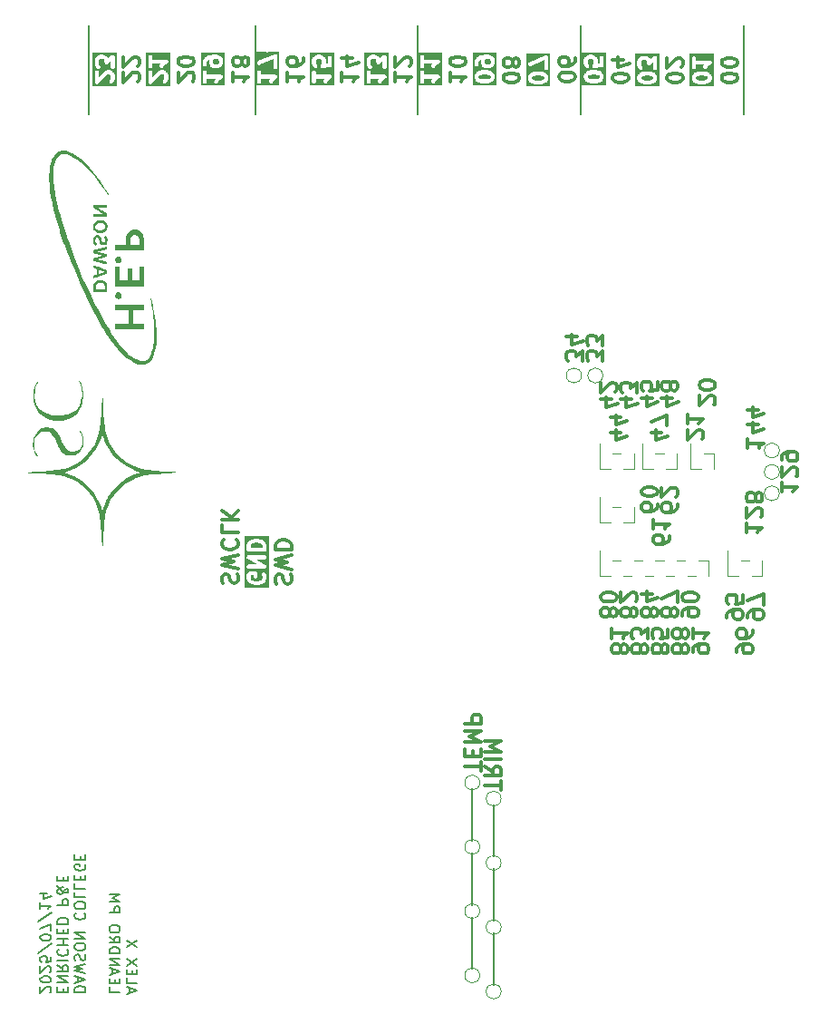
<source format=gbo>
%TF.GenerationSoftware,KiCad,Pcbnew,9.0.2-9.0.2-0~ubuntu24.04.1*%
%TF.CreationDate,2025-07-21T15:48:31-04:00*%
%TF.ProjectId,digital,64696769-7461-46c2-9e6b-696361645f70,rev?*%
%TF.SameCoordinates,Original*%
%TF.FileFunction,Legend,Bot*%
%TF.FilePolarity,Positive*%
%FSLAX46Y46*%
G04 Gerber Fmt 4.6, Leading zero omitted, Abs format (unit mm)*
G04 Created by KiCad (PCBNEW 9.0.2-9.0.2-0~ubuntu24.04.1) date 2025-07-21 15:48:31*
%MOMM*%
%LPD*%
G01*
G04 APERTURE LIST*
%ADD10C,0.200000*%
%ADD11C,0.375000*%
%ADD12C,0.150000*%
%ADD13C,0.120000*%
%ADD14C,0.000000*%
%ADD15C,4.000000*%
%ADD16C,0.650000*%
%ADD17O,2.100000X1.000000*%
%ADD18O,1.800000X1.000000*%
%ADD19C,4.700000*%
%ADD20C,7.000000*%
%ADD21C,1.000000*%
%ADD22R,1.700000X1.700000*%
%ADD23C,1.700000*%
%ADD24R,0.600000X1.750000*%
G04 APERTURE END LIST*
D10*
X100400000Y-54300000D02*
X100400000Y-62600000D01*
X85200000Y-54300000D02*
X85200000Y-62600000D01*
X107500000Y-126500000D02*
X107500000Y-144500000D01*
X130900000Y-54300000D02*
X130900000Y-62600000D01*
X105500000Y-125000000D02*
X105500000Y-143000000D01*
X115600000Y-54300000D02*
X115600000Y-62600000D01*
X69700000Y-54300000D02*
X69700000Y-62600000D01*
D11*
X118360214Y-109257142D02*
X118431642Y-109399999D01*
X118431642Y-109399999D02*
X118503071Y-109471428D01*
X118503071Y-109471428D02*
X118645928Y-109542856D01*
X118645928Y-109542856D02*
X118717357Y-109542856D01*
X118717357Y-109542856D02*
X118860214Y-109471428D01*
X118860214Y-109471428D02*
X118931642Y-109399999D01*
X118931642Y-109399999D02*
X119003071Y-109257142D01*
X119003071Y-109257142D02*
X119003071Y-108971428D01*
X119003071Y-108971428D02*
X118931642Y-108828571D01*
X118931642Y-108828571D02*
X118860214Y-108757142D01*
X118860214Y-108757142D02*
X118717357Y-108685713D01*
X118717357Y-108685713D02*
X118645928Y-108685713D01*
X118645928Y-108685713D02*
X118503071Y-108757142D01*
X118503071Y-108757142D02*
X118431642Y-108828571D01*
X118431642Y-108828571D02*
X118360214Y-108971428D01*
X118360214Y-108971428D02*
X118360214Y-109257142D01*
X118360214Y-109257142D02*
X118288785Y-109399999D01*
X118288785Y-109399999D02*
X118217357Y-109471428D01*
X118217357Y-109471428D02*
X118074500Y-109542856D01*
X118074500Y-109542856D02*
X117788785Y-109542856D01*
X117788785Y-109542856D02*
X117645928Y-109471428D01*
X117645928Y-109471428D02*
X117574500Y-109399999D01*
X117574500Y-109399999D02*
X117503071Y-109257142D01*
X117503071Y-109257142D02*
X117503071Y-108971428D01*
X117503071Y-108971428D02*
X117574500Y-108828571D01*
X117574500Y-108828571D02*
X117645928Y-108757142D01*
X117645928Y-108757142D02*
X117788785Y-108685713D01*
X117788785Y-108685713D02*
X118074500Y-108685713D01*
X118074500Y-108685713D02*
X118217357Y-108757142D01*
X118217357Y-108757142D02*
X118288785Y-108828571D01*
X118288785Y-108828571D02*
X118360214Y-108971428D01*
X119003071Y-107757142D02*
X119003071Y-107614285D01*
X119003071Y-107614285D02*
X118931642Y-107471428D01*
X118931642Y-107471428D02*
X118860214Y-107400000D01*
X118860214Y-107400000D02*
X118717357Y-107328571D01*
X118717357Y-107328571D02*
X118431642Y-107257142D01*
X118431642Y-107257142D02*
X118074500Y-107257142D01*
X118074500Y-107257142D02*
X117788785Y-107328571D01*
X117788785Y-107328571D02*
X117645928Y-107400000D01*
X117645928Y-107400000D02*
X117574500Y-107471428D01*
X117574500Y-107471428D02*
X117503071Y-107614285D01*
X117503071Y-107614285D02*
X117503071Y-107757142D01*
X117503071Y-107757142D02*
X117574500Y-107900000D01*
X117574500Y-107900000D02*
X117645928Y-107971428D01*
X117645928Y-107971428D02*
X117788785Y-108042857D01*
X117788785Y-108042857D02*
X118074500Y-108114285D01*
X118074500Y-108114285D02*
X118431642Y-108114285D01*
X118431642Y-108114285D02*
X118717357Y-108042857D01*
X118717357Y-108042857D02*
X118860214Y-107971428D01*
X118860214Y-107971428D02*
X118931642Y-107900000D01*
X118931642Y-107900000D02*
X119003071Y-107757142D01*
X87174500Y-106435713D02*
X87103071Y-106221428D01*
X87103071Y-106221428D02*
X87103071Y-105864285D01*
X87103071Y-105864285D02*
X87174500Y-105721428D01*
X87174500Y-105721428D02*
X87245928Y-105649999D01*
X87245928Y-105649999D02*
X87388785Y-105578570D01*
X87388785Y-105578570D02*
X87531642Y-105578570D01*
X87531642Y-105578570D02*
X87674500Y-105649999D01*
X87674500Y-105649999D02*
X87745928Y-105721428D01*
X87745928Y-105721428D02*
X87817357Y-105864285D01*
X87817357Y-105864285D02*
X87888785Y-106149999D01*
X87888785Y-106149999D02*
X87960214Y-106292856D01*
X87960214Y-106292856D02*
X88031642Y-106364285D01*
X88031642Y-106364285D02*
X88174500Y-106435713D01*
X88174500Y-106435713D02*
X88317357Y-106435713D01*
X88317357Y-106435713D02*
X88460214Y-106364285D01*
X88460214Y-106364285D02*
X88531642Y-106292856D01*
X88531642Y-106292856D02*
X88603071Y-106149999D01*
X88603071Y-106149999D02*
X88603071Y-105792856D01*
X88603071Y-105792856D02*
X88531642Y-105578570D01*
X88603071Y-105078571D02*
X87103071Y-104721428D01*
X87103071Y-104721428D02*
X88174500Y-104435714D01*
X88174500Y-104435714D02*
X87103071Y-104149999D01*
X87103071Y-104149999D02*
X88603071Y-103792857D01*
X87103071Y-103221428D02*
X88603071Y-103221428D01*
X88603071Y-103221428D02*
X88603071Y-102864285D01*
X88603071Y-102864285D02*
X88531642Y-102649999D01*
X88531642Y-102649999D02*
X88388785Y-102507142D01*
X88388785Y-102507142D02*
X88245928Y-102435713D01*
X88245928Y-102435713D02*
X87960214Y-102364285D01*
X87960214Y-102364285D02*
X87745928Y-102364285D01*
X87745928Y-102364285D02*
X87460214Y-102435713D01*
X87460214Y-102435713D02*
X87317357Y-102507142D01*
X87317357Y-102507142D02*
X87174500Y-102649999D01*
X87174500Y-102649999D02*
X87103071Y-102864285D01*
X87103071Y-102864285D02*
X87103071Y-103221428D01*
X121260214Y-112657142D02*
X121331642Y-112799999D01*
X121331642Y-112799999D02*
X121403071Y-112871428D01*
X121403071Y-112871428D02*
X121545928Y-112942856D01*
X121545928Y-112942856D02*
X121617357Y-112942856D01*
X121617357Y-112942856D02*
X121760214Y-112871428D01*
X121760214Y-112871428D02*
X121831642Y-112799999D01*
X121831642Y-112799999D02*
X121903071Y-112657142D01*
X121903071Y-112657142D02*
X121903071Y-112371428D01*
X121903071Y-112371428D02*
X121831642Y-112228571D01*
X121831642Y-112228571D02*
X121760214Y-112157142D01*
X121760214Y-112157142D02*
X121617357Y-112085713D01*
X121617357Y-112085713D02*
X121545928Y-112085713D01*
X121545928Y-112085713D02*
X121403071Y-112157142D01*
X121403071Y-112157142D02*
X121331642Y-112228571D01*
X121331642Y-112228571D02*
X121260214Y-112371428D01*
X121260214Y-112371428D02*
X121260214Y-112657142D01*
X121260214Y-112657142D02*
X121188785Y-112799999D01*
X121188785Y-112799999D02*
X121117357Y-112871428D01*
X121117357Y-112871428D02*
X120974500Y-112942856D01*
X120974500Y-112942856D02*
X120688785Y-112942856D01*
X120688785Y-112942856D02*
X120545928Y-112871428D01*
X120545928Y-112871428D02*
X120474500Y-112799999D01*
X120474500Y-112799999D02*
X120403071Y-112657142D01*
X120403071Y-112657142D02*
X120403071Y-112371428D01*
X120403071Y-112371428D02*
X120474500Y-112228571D01*
X120474500Y-112228571D02*
X120545928Y-112157142D01*
X120545928Y-112157142D02*
X120688785Y-112085713D01*
X120688785Y-112085713D02*
X120974500Y-112085713D01*
X120974500Y-112085713D02*
X121117357Y-112157142D01*
X121117357Y-112157142D02*
X121188785Y-112228571D01*
X121188785Y-112228571D02*
X121260214Y-112371428D01*
X121903071Y-111585714D02*
X121903071Y-110657142D01*
X121903071Y-110657142D02*
X121331642Y-111157142D01*
X121331642Y-111157142D02*
X121331642Y-110942857D01*
X121331642Y-110942857D02*
X121260214Y-110800000D01*
X121260214Y-110800000D02*
X121188785Y-110728571D01*
X121188785Y-110728571D02*
X121045928Y-110657142D01*
X121045928Y-110657142D02*
X120688785Y-110657142D01*
X120688785Y-110657142D02*
X120545928Y-110728571D01*
X120545928Y-110728571D02*
X120474500Y-110800000D01*
X120474500Y-110800000D02*
X120403071Y-110942857D01*
X120403071Y-110942857D02*
X120403071Y-111371428D01*
X120403071Y-111371428D02*
X120474500Y-111514285D01*
X120474500Y-111514285D02*
X120545928Y-111585714D01*
G36*
X127351914Y-59034052D02*
G01*
X127449145Y-59082668D01*
X127477544Y-59111066D01*
X127515571Y-59187119D01*
X127515571Y-59241450D01*
X127477544Y-59317503D01*
X127449145Y-59345901D01*
X127351913Y-59394517D01*
X127108559Y-59455356D01*
X126797583Y-59455356D01*
X126554228Y-59394517D01*
X126456995Y-59345901D01*
X126428597Y-59317502D01*
X126390571Y-59241450D01*
X126390571Y-59187119D01*
X126428597Y-59111067D01*
X126456995Y-59082668D01*
X126554227Y-59034052D01*
X126797583Y-58973213D01*
X127108558Y-58973213D01*
X127351914Y-59034052D01*
G37*
G36*
X128078071Y-60017856D02*
G01*
X125828071Y-60017856D01*
X125828071Y-59142856D01*
X126015571Y-59142856D01*
X126015571Y-59285713D01*
X126019174Y-59322292D01*
X126021752Y-59328516D01*
X126022230Y-59335237D01*
X126035366Y-59369566D01*
X126106795Y-59512423D01*
X126116704Y-59528165D01*
X126118600Y-59532741D01*
X126122828Y-59537894D01*
X126126376Y-59543529D01*
X126130112Y-59546770D01*
X126141917Y-59561154D01*
X126213345Y-59632581D01*
X126227724Y-59644381D01*
X126230969Y-59648123D01*
X126236609Y-59651673D01*
X126241758Y-59655899D01*
X126246330Y-59657793D01*
X126262075Y-59667704D01*
X126404932Y-59739133D01*
X126407610Y-59740157D01*
X126408697Y-59740963D01*
X126424042Y-59746445D01*
X126439260Y-59752269D01*
X126440608Y-59752364D01*
X126443310Y-59753330D01*
X126729025Y-59824758D01*
X126735369Y-59825695D01*
X126737921Y-59826753D01*
X126751694Y-59828109D01*
X126765386Y-59830134D01*
X126768118Y-59829727D01*
X126774500Y-59830356D01*
X127131642Y-59830356D01*
X127138023Y-59829727D01*
X127140756Y-59830134D01*
X127154447Y-59828109D01*
X127168221Y-59826753D01*
X127170772Y-59825695D01*
X127177117Y-59824758D01*
X127462832Y-59753330D01*
X127465533Y-59752364D01*
X127466881Y-59752269D01*
X127482091Y-59746448D01*
X127497445Y-59740963D01*
X127498531Y-59740157D01*
X127501210Y-59739133D01*
X127644067Y-59667704D01*
X127659811Y-59657793D01*
X127664384Y-59655899D01*
X127669533Y-59651672D01*
X127675173Y-59648123D01*
X127678416Y-59644383D01*
X127692797Y-59632582D01*
X127764224Y-59561154D01*
X127776027Y-59546771D01*
X127779766Y-59543529D01*
X127783314Y-59537892D01*
X127787542Y-59532741D01*
X127789436Y-59528166D01*
X127799347Y-59512424D01*
X127870776Y-59369566D01*
X127883912Y-59335237D01*
X127884389Y-59328516D01*
X127886968Y-59322292D01*
X127890571Y-59285713D01*
X127890571Y-59142856D01*
X127886968Y-59106277D01*
X127884389Y-59100052D01*
X127883912Y-59093331D01*
X127870776Y-59059003D01*
X127799347Y-58916146D01*
X127789436Y-58900401D01*
X127787542Y-58895829D01*
X127783316Y-58890680D01*
X127779766Y-58885040D01*
X127776024Y-58881795D01*
X127764224Y-58867416D01*
X127692797Y-58795988D01*
X127678416Y-58784186D01*
X127675173Y-58780447D01*
X127669533Y-58776897D01*
X127664384Y-58772671D01*
X127659811Y-58770776D01*
X127644067Y-58760866D01*
X127501210Y-58689437D01*
X127498531Y-58688412D01*
X127497445Y-58687607D01*
X127482091Y-58682121D01*
X127466881Y-58676301D01*
X127465533Y-58676205D01*
X127462832Y-58675240D01*
X127177118Y-58603811D01*
X127170772Y-58602872D01*
X127168221Y-58601816D01*
X127154450Y-58600459D01*
X127140757Y-58598435D01*
X127138024Y-58598841D01*
X127131642Y-58598213D01*
X126774500Y-58598213D01*
X126768117Y-58598841D01*
X126765385Y-58598435D01*
X126751691Y-58600459D01*
X126737921Y-58601816D01*
X126735369Y-58602872D01*
X126729024Y-58603811D01*
X126443309Y-58675240D01*
X126440607Y-58676205D01*
X126439260Y-58676301D01*
X126424056Y-58682118D01*
X126408696Y-58687607D01*
X126407608Y-58688412D01*
X126404932Y-58689437D01*
X126262075Y-58760866D01*
X126246330Y-58770776D01*
X126241758Y-58772671D01*
X126236609Y-58776896D01*
X126230969Y-58780447D01*
X126227724Y-58784188D01*
X126213345Y-58795989D01*
X126141917Y-58867416D01*
X126130115Y-58881796D01*
X126126376Y-58885040D01*
X126122826Y-58890679D01*
X126118600Y-58895829D01*
X126116705Y-58900401D01*
X126106795Y-58916146D01*
X126035366Y-59059003D01*
X126022230Y-59093332D01*
X126021752Y-59100052D01*
X126019174Y-59106277D01*
X126015571Y-59142856D01*
X125828071Y-59142856D01*
X125828071Y-57357142D01*
X126015571Y-57357142D01*
X126015571Y-58214285D01*
X126019174Y-58250864D01*
X126047170Y-58318454D01*
X126098902Y-58370186D01*
X126166492Y-58398182D01*
X126239650Y-58398182D01*
X126307240Y-58370186D01*
X126358972Y-58318454D01*
X126386968Y-58250864D01*
X126390571Y-58214285D01*
X126390571Y-57973214D01*
X127187264Y-57973214D01*
X127178223Y-57987576D01*
X127106795Y-58130433D01*
X127093659Y-58164762D01*
X127088472Y-58237736D01*
X127111608Y-58307142D01*
X127159542Y-58362409D01*
X127224977Y-58395126D01*
X127297951Y-58400313D01*
X127367357Y-58377177D01*
X127422624Y-58329243D01*
X127442205Y-58298137D01*
X127500024Y-58182497D01*
X127608238Y-58074282D01*
X127807078Y-57941723D01*
X127807179Y-57941640D01*
X127807240Y-57941615D01*
X127807376Y-57941478D01*
X127835515Y-57918435D01*
X127845845Y-57903009D01*
X127858972Y-57889883D01*
X127866001Y-57872912D01*
X127876223Y-57857649D01*
X127879864Y-57839443D01*
X127886968Y-57822293D01*
X127886968Y-57803924D01*
X127890571Y-57785909D01*
X127886968Y-57767696D01*
X127886968Y-57749135D01*
X127879938Y-57732163D01*
X127876373Y-57714142D01*
X127866076Y-57698696D01*
X127858972Y-57681545D01*
X127845982Y-57668555D01*
X127835793Y-57653271D01*
X127820367Y-57642940D01*
X127807240Y-57629813D01*
X127790268Y-57622783D01*
X127775006Y-57612562D01*
X127756800Y-57608920D01*
X127739650Y-57601817D01*
X127703457Y-57598252D01*
X127703267Y-57598214D01*
X127703201Y-57598226D01*
X127703071Y-57598214D01*
X126390571Y-57598214D01*
X126390571Y-57357142D01*
X126386968Y-57320563D01*
X126358972Y-57252973D01*
X126307240Y-57201241D01*
X126239650Y-57173245D01*
X126166492Y-57173245D01*
X126098902Y-57201241D01*
X126047170Y-57252973D01*
X126019174Y-57320563D01*
X126015571Y-57357142D01*
X125828071Y-57357142D01*
X125828071Y-56985745D01*
X128078071Y-56985745D01*
X128078071Y-60017856D01*
G37*
G36*
X117251914Y-58934052D02*
G01*
X117349145Y-58982668D01*
X117377544Y-59011066D01*
X117415571Y-59087119D01*
X117415571Y-59141450D01*
X117377544Y-59217503D01*
X117349145Y-59245901D01*
X117251913Y-59294517D01*
X117008559Y-59355356D01*
X116697583Y-59355356D01*
X116454228Y-59294517D01*
X116356995Y-59245901D01*
X116328597Y-59217502D01*
X116290571Y-59141450D01*
X116290571Y-59087119D01*
X116328597Y-59011067D01*
X116356995Y-58982668D01*
X116454227Y-58934052D01*
X116697583Y-58873213D01*
X117008558Y-58873213D01*
X117251914Y-58934052D01*
G37*
G36*
X117978071Y-59917856D02*
G01*
X115728071Y-59917856D01*
X115728071Y-59042856D01*
X115915571Y-59042856D01*
X115915571Y-59185713D01*
X115919174Y-59222292D01*
X115921752Y-59228516D01*
X115922230Y-59235237D01*
X115935366Y-59269566D01*
X116006795Y-59412423D01*
X116016704Y-59428165D01*
X116018600Y-59432741D01*
X116022828Y-59437894D01*
X116026376Y-59443529D01*
X116030112Y-59446770D01*
X116041917Y-59461154D01*
X116113345Y-59532581D01*
X116127724Y-59544381D01*
X116130969Y-59548123D01*
X116136609Y-59551673D01*
X116141758Y-59555899D01*
X116146330Y-59557793D01*
X116162075Y-59567704D01*
X116304932Y-59639133D01*
X116307610Y-59640157D01*
X116308697Y-59640963D01*
X116324042Y-59646445D01*
X116339260Y-59652269D01*
X116340608Y-59652364D01*
X116343310Y-59653330D01*
X116629025Y-59724758D01*
X116635369Y-59725695D01*
X116637921Y-59726753D01*
X116651694Y-59728109D01*
X116665386Y-59730134D01*
X116668118Y-59729727D01*
X116674500Y-59730356D01*
X117031642Y-59730356D01*
X117038023Y-59729727D01*
X117040756Y-59730134D01*
X117054447Y-59728109D01*
X117068221Y-59726753D01*
X117070772Y-59725695D01*
X117077117Y-59724758D01*
X117362832Y-59653330D01*
X117365533Y-59652364D01*
X117366881Y-59652269D01*
X117382091Y-59646448D01*
X117397445Y-59640963D01*
X117398531Y-59640157D01*
X117401210Y-59639133D01*
X117544067Y-59567704D01*
X117559811Y-59557793D01*
X117564384Y-59555899D01*
X117569533Y-59551672D01*
X117575173Y-59548123D01*
X117578416Y-59544383D01*
X117592797Y-59532582D01*
X117664224Y-59461154D01*
X117676027Y-59446771D01*
X117679766Y-59443529D01*
X117683314Y-59437892D01*
X117687542Y-59432741D01*
X117689436Y-59428166D01*
X117699347Y-59412424D01*
X117770776Y-59269566D01*
X117783912Y-59235237D01*
X117784389Y-59228516D01*
X117786968Y-59222292D01*
X117790571Y-59185713D01*
X117790571Y-59042856D01*
X117786968Y-59006277D01*
X117784389Y-59000052D01*
X117783912Y-58993331D01*
X117770776Y-58959003D01*
X117699347Y-58816146D01*
X117689436Y-58800401D01*
X117687542Y-58795829D01*
X117683316Y-58790680D01*
X117679766Y-58785040D01*
X117676024Y-58781795D01*
X117664224Y-58767416D01*
X117592797Y-58695988D01*
X117578416Y-58684186D01*
X117575173Y-58680447D01*
X117569533Y-58676897D01*
X117564384Y-58672671D01*
X117559811Y-58670776D01*
X117544067Y-58660866D01*
X117401210Y-58589437D01*
X117398531Y-58588412D01*
X117397445Y-58587607D01*
X117382091Y-58582121D01*
X117366881Y-58576301D01*
X117365533Y-58576205D01*
X117362832Y-58575240D01*
X117077118Y-58503811D01*
X117070772Y-58502872D01*
X117068221Y-58501816D01*
X117054450Y-58500459D01*
X117040757Y-58498435D01*
X117038024Y-58498841D01*
X117031642Y-58498213D01*
X116674500Y-58498213D01*
X116668117Y-58498841D01*
X116665385Y-58498435D01*
X116651691Y-58500459D01*
X116637921Y-58501816D01*
X116635369Y-58502872D01*
X116629024Y-58503811D01*
X116343309Y-58575240D01*
X116340607Y-58576205D01*
X116339260Y-58576301D01*
X116324056Y-58582118D01*
X116308696Y-58587607D01*
X116307608Y-58588412D01*
X116304932Y-58589437D01*
X116162075Y-58660866D01*
X116146330Y-58670776D01*
X116141758Y-58672671D01*
X116136609Y-58676896D01*
X116130969Y-58680447D01*
X116127724Y-58684188D01*
X116113345Y-58695989D01*
X116041917Y-58767416D01*
X116030115Y-58781796D01*
X116026376Y-58785040D01*
X116022826Y-58790679D01*
X116018600Y-58795829D01*
X116016705Y-58800401D01*
X116006795Y-58816146D01*
X115935366Y-58959003D01*
X115922230Y-58993332D01*
X115921752Y-59000052D01*
X115919174Y-59006277D01*
X115915571Y-59042856D01*
X115728071Y-59042856D01*
X115728071Y-57542857D01*
X115915571Y-57542857D01*
X115915571Y-57900000D01*
X115919174Y-57936579D01*
X115921752Y-57942803D01*
X115922230Y-57949524D01*
X115935366Y-57983853D01*
X116006795Y-58126710D01*
X116016705Y-58142454D01*
X116018600Y-58147027D01*
X116022826Y-58152176D01*
X116026376Y-58157816D01*
X116030115Y-58161059D01*
X116041917Y-58175440D01*
X116113345Y-58246867D01*
X116141758Y-58270185D01*
X116209348Y-58298182D01*
X116282508Y-58298182D01*
X116350097Y-58270185D01*
X116401828Y-58218454D01*
X116429825Y-58150865D01*
X116429825Y-58077705D01*
X116401828Y-58010115D01*
X116378510Y-57981702D01*
X116328597Y-57931788D01*
X116290571Y-57855736D01*
X116290571Y-57587120D01*
X116328598Y-57511066D01*
X116356995Y-57482668D01*
X116433048Y-57444642D01*
X116701665Y-57444642D01*
X116777716Y-57482668D01*
X116806117Y-57511068D01*
X116844142Y-57587118D01*
X116844142Y-57855738D01*
X116806117Y-57931788D01*
X116756203Y-57981702D01*
X116732886Y-58010114D01*
X116729272Y-58018837D01*
X116723293Y-58026146D01*
X116715377Y-58052381D01*
X116704888Y-58077704D01*
X116704887Y-58087148D01*
X116702161Y-58096186D01*
X116704887Y-58123451D01*
X116704887Y-58150864D01*
X116708500Y-58159588D01*
X116709440Y-58168981D01*
X116722395Y-58193133D01*
X116732884Y-58218453D01*
X116739558Y-58225127D01*
X116744023Y-58233450D01*
X116765236Y-58250806D01*
X116784614Y-58270184D01*
X116793337Y-58273797D01*
X116800646Y-58279777D01*
X116826881Y-58287692D01*
X116852204Y-58298182D01*
X116861648Y-58298182D01*
X116870686Y-58300909D01*
X116907442Y-58300854D01*
X117621727Y-58229427D01*
X117635060Y-58226754D01*
X117639650Y-58226754D01*
X117643955Y-58224970D01*
X117657766Y-58222202D01*
X117681915Y-58209247D01*
X117707240Y-58198758D01*
X117713916Y-58192081D01*
X117722235Y-58187619D01*
X117739587Y-58166410D01*
X117758972Y-58147026D01*
X117762585Y-58138301D01*
X117768563Y-58130996D01*
X117776478Y-58104759D01*
X117786968Y-58079436D01*
X117788348Y-58065417D01*
X117789695Y-58060956D01*
X117789238Y-58056388D01*
X117790571Y-58042857D01*
X117790571Y-57328571D01*
X117786968Y-57291992D01*
X117758972Y-57224402D01*
X117707240Y-57172670D01*
X117639650Y-57144674D01*
X117566492Y-57144674D01*
X117498902Y-57172670D01*
X117447170Y-57224402D01*
X117419174Y-57291992D01*
X117415571Y-57328571D01*
X117415571Y-57873172D01*
X117219142Y-57892814D01*
X117219142Y-57542857D01*
X117215539Y-57506278D01*
X117212960Y-57500053D01*
X117212483Y-57493334D01*
X117199347Y-57459005D01*
X117127919Y-57316148D01*
X117118008Y-57300403D01*
X117116114Y-57295831D01*
X117111887Y-57290681D01*
X117108338Y-57285042D01*
X117104598Y-57281798D01*
X117092797Y-57267418D01*
X117021368Y-57195988D01*
X117006987Y-57184186D01*
X117003744Y-57180447D01*
X116998104Y-57176897D01*
X116992955Y-57172671D01*
X116988382Y-57170776D01*
X116972638Y-57160866D01*
X116829781Y-57089437D01*
X116795452Y-57076301D01*
X116788731Y-57075823D01*
X116782507Y-57073245D01*
X116745928Y-57069642D01*
X116388785Y-57069642D01*
X116352206Y-57073245D01*
X116345981Y-57075823D01*
X116339260Y-57076301D01*
X116304932Y-57089437D01*
X116162075Y-57160866D01*
X116146328Y-57170778D01*
X116141757Y-57172672D01*
X116136610Y-57176895D01*
X116130969Y-57180447D01*
X116127723Y-57184188D01*
X116113344Y-57195990D01*
X116041917Y-57267418D01*
X116030118Y-57281795D01*
X116026376Y-57285041D01*
X116022823Y-57290683D01*
X116018599Y-57295832D01*
X116016705Y-57300403D01*
X116006795Y-57316147D01*
X115935366Y-57459004D01*
X115922230Y-57493333D01*
X115921752Y-57500053D01*
X115919174Y-57506278D01*
X115915571Y-57542857D01*
X115728071Y-57542857D01*
X115728071Y-56882142D01*
X117978071Y-56882142D01*
X117978071Y-59917856D01*
G37*
D12*
X73465615Y-144610839D02*
X73465615Y-144134649D01*
X73179900Y-144706077D02*
X74179900Y-144372744D01*
X74179900Y-144372744D02*
X73179900Y-144039411D01*
X73179900Y-143229887D02*
X73179900Y-143706077D01*
X73179900Y-143706077D02*
X74179900Y-143706077D01*
X73703710Y-142896553D02*
X73703710Y-142563220D01*
X73179900Y-142420363D02*
X73179900Y-142896553D01*
X73179900Y-142896553D02*
X74179900Y-142896553D01*
X74179900Y-142896553D02*
X74179900Y-142420363D01*
X74179900Y-142087029D02*
X73179900Y-141420363D01*
X74179900Y-141420363D02*
X73179900Y-142087029D01*
X74179900Y-140372743D02*
X73179900Y-139706077D01*
X74179900Y-139706077D02*
X73179900Y-140372743D01*
X71569956Y-144087030D02*
X71569956Y-144563220D01*
X71569956Y-144563220D02*
X72569956Y-144563220D01*
X72093766Y-143753696D02*
X72093766Y-143420363D01*
X71569956Y-143277506D02*
X71569956Y-143753696D01*
X71569956Y-143753696D02*
X72569956Y-143753696D01*
X72569956Y-143753696D02*
X72569956Y-143277506D01*
X71855671Y-142896553D02*
X71855671Y-142420363D01*
X71569956Y-142991791D02*
X72569956Y-142658458D01*
X72569956Y-142658458D02*
X71569956Y-142325125D01*
X71569956Y-141991791D02*
X72569956Y-141991791D01*
X72569956Y-141991791D02*
X71569956Y-141420363D01*
X71569956Y-141420363D02*
X72569956Y-141420363D01*
X71569956Y-140944172D02*
X72569956Y-140944172D01*
X72569956Y-140944172D02*
X72569956Y-140706077D01*
X72569956Y-140706077D02*
X72522337Y-140563220D01*
X72522337Y-140563220D02*
X72427099Y-140467982D01*
X72427099Y-140467982D02*
X72331861Y-140420363D01*
X72331861Y-140420363D02*
X72141385Y-140372744D01*
X72141385Y-140372744D02*
X71998528Y-140372744D01*
X71998528Y-140372744D02*
X71808052Y-140420363D01*
X71808052Y-140420363D02*
X71712814Y-140467982D01*
X71712814Y-140467982D02*
X71617576Y-140563220D01*
X71617576Y-140563220D02*
X71569956Y-140706077D01*
X71569956Y-140706077D02*
X71569956Y-140944172D01*
X71569956Y-139372744D02*
X72046147Y-139706077D01*
X71569956Y-139944172D02*
X72569956Y-139944172D01*
X72569956Y-139944172D02*
X72569956Y-139563220D01*
X72569956Y-139563220D02*
X72522337Y-139467982D01*
X72522337Y-139467982D02*
X72474718Y-139420363D01*
X72474718Y-139420363D02*
X72379480Y-139372744D01*
X72379480Y-139372744D02*
X72236623Y-139372744D01*
X72236623Y-139372744D02*
X72141385Y-139420363D01*
X72141385Y-139420363D02*
X72093766Y-139467982D01*
X72093766Y-139467982D02*
X72046147Y-139563220D01*
X72046147Y-139563220D02*
X72046147Y-139944172D01*
X72569956Y-138753696D02*
X72569956Y-138563220D01*
X72569956Y-138563220D02*
X72522337Y-138467982D01*
X72522337Y-138467982D02*
X72427099Y-138372744D01*
X72427099Y-138372744D02*
X72236623Y-138325125D01*
X72236623Y-138325125D02*
X71903290Y-138325125D01*
X71903290Y-138325125D02*
X71712814Y-138372744D01*
X71712814Y-138372744D02*
X71617576Y-138467982D01*
X71617576Y-138467982D02*
X71569956Y-138563220D01*
X71569956Y-138563220D02*
X71569956Y-138753696D01*
X71569956Y-138753696D02*
X71617576Y-138848934D01*
X71617576Y-138848934D02*
X71712814Y-138944172D01*
X71712814Y-138944172D02*
X71903290Y-138991791D01*
X71903290Y-138991791D02*
X72236623Y-138991791D01*
X72236623Y-138991791D02*
X72427099Y-138944172D01*
X72427099Y-138944172D02*
X72522337Y-138848934D01*
X72522337Y-138848934D02*
X72569956Y-138753696D01*
X71569956Y-137134648D02*
X72569956Y-137134648D01*
X72569956Y-137134648D02*
X72569956Y-136753696D01*
X72569956Y-136753696D02*
X72522337Y-136658458D01*
X72522337Y-136658458D02*
X72474718Y-136610839D01*
X72474718Y-136610839D02*
X72379480Y-136563220D01*
X72379480Y-136563220D02*
X72236623Y-136563220D01*
X72236623Y-136563220D02*
X72141385Y-136610839D01*
X72141385Y-136610839D02*
X72093766Y-136658458D01*
X72093766Y-136658458D02*
X72046147Y-136753696D01*
X72046147Y-136753696D02*
X72046147Y-137134648D01*
X71569956Y-136134648D02*
X72569956Y-136134648D01*
X72569956Y-136134648D02*
X71855671Y-135801315D01*
X71855671Y-135801315D02*
X72569956Y-135467982D01*
X72569956Y-135467982D02*
X71569956Y-135467982D01*
X68350068Y-144563220D02*
X69350068Y-144563220D01*
X69350068Y-144563220D02*
X69350068Y-144325125D01*
X69350068Y-144325125D02*
X69302449Y-144182268D01*
X69302449Y-144182268D02*
X69207211Y-144087030D01*
X69207211Y-144087030D02*
X69111973Y-144039411D01*
X69111973Y-144039411D02*
X68921497Y-143991792D01*
X68921497Y-143991792D02*
X68778640Y-143991792D01*
X68778640Y-143991792D02*
X68588164Y-144039411D01*
X68588164Y-144039411D02*
X68492926Y-144087030D01*
X68492926Y-144087030D02*
X68397688Y-144182268D01*
X68397688Y-144182268D02*
X68350068Y-144325125D01*
X68350068Y-144325125D02*
X68350068Y-144563220D01*
X68635783Y-143610839D02*
X68635783Y-143134649D01*
X68350068Y-143706077D02*
X69350068Y-143372744D01*
X69350068Y-143372744D02*
X68350068Y-143039411D01*
X69350068Y-142801315D02*
X68350068Y-142563220D01*
X68350068Y-142563220D02*
X69064354Y-142372744D01*
X69064354Y-142372744D02*
X68350068Y-142182268D01*
X68350068Y-142182268D02*
X69350068Y-141944173D01*
X68397688Y-141610839D02*
X68350068Y-141467982D01*
X68350068Y-141467982D02*
X68350068Y-141229887D01*
X68350068Y-141229887D02*
X68397688Y-141134649D01*
X68397688Y-141134649D02*
X68445307Y-141087030D01*
X68445307Y-141087030D02*
X68540545Y-141039411D01*
X68540545Y-141039411D02*
X68635783Y-141039411D01*
X68635783Y-141039411D02*
X68731021Y-141087030D01*
X68731021Y-141087030D02*
X68778640Y-141134649D01*
X68778640Y-141134649D02*
X68826259Y-141229887D01*
X68826259Y-141229887D02*
X68873878Y-141420363D01*
X68873878Y-141420363D02*
X68921497Y-141515601D01*
X68921497Y-141515601D02*
X68969116Y-141563220D01*
X68969116Y-141563220D02*
X69064354Y-141610839D01*
X69064354Y-141610839D02*
X69159592Y-141610839D01*
X69159592Y-141610839D02*
X69254830Y-141563220D01*
X69254830Y-141563220D02*
X69302449Y-141515601D01*
X69302449Y-141515601D02*
X69350068Y-141420363D01*
X69350068Y-141420363D02*
X69350068Y-141182268D01*
X69350068Y-141182268D02*
X69302449Y-141039411D01*
X69350068Y-140420363D02*
X69350068Y-140229887D01*
X69350068Y-140229887D02*
X69302449Y-140134649D01*
X69302449Y-140134649D02*
X69207211Y-140039411D01*
X69207211Y-140039411D02*
X69016735Y-139991792D01*
X69016735Y-139991792D02*
X68683402Y-139991792D01*
X68683402Y-139991792D02*
X68492926Y-140039411D01*
X68492926Y-140039411D02*
X68397688Y-140134649D01*
X68397688Y-140134649D02*
X68350068Y-140229887D01*
X68350068Y-140229887D02*
X68350068Y-140420363D01*
X68350068Y-140420363D02*
X68397688Y-140515601D01*
X68397688Y-140515601D02*
X68492926Y-140610839D01*
X68492926Y-140610839D02*
X68683402Y-140658458D01*
X68683402Y-140658458D02*
X69016735Y-140658458D01*
X69016735Y-140658458D02*
X69207211Y-140610839D01*
X69207211Y-140610839D02*
X69302449Y-140515601D01*
X69302449Y-140515601D02*
X69350068Y-140420363D01*
X68350068Y-139563220D02*
X69350068Y-139563220D01*
X69350068Y-139563220D02*
X68350068Y-138991792D01*
X68350068Y-138991792D02*
X69350068Y-138991792D01*
X68445307Y-137182268D02*
X68397688Y-137229887D01*
X68397688Y-137229887D02*
X68350068Y-137372744D01*
X68350068Y-137372744D02*
X68350068Y-137467982D01*
X68350068Y-137467982D02*
X68397688Y-137610839D01*
X68397688Y-137610839D02*
X68492926Y-137706077D01*
X68492926Y-137706077D02*
X68588164Y-137753696D01*
X68588164Y-137753696D02*
X68778640Y-137801315D01*
X68778640Y-137801315D02*
X68921497Y-137801315D01*
X68921497Y-137801315D02*
X69111973Y-137753696D01*
X69111973Y-137753696D02*
X69207211Y-137706077D01*
X69207211Y-137706077D02*
X69302449Y-137610839D01*
X69302449Y-137610839D02*
X69350068Y-137467982D01*
X69350068Y-137467982D02*
X69350068Y-137372744D01*
X69350068Y-137372744D02*
X69302449Y-137229887D01*
X69302449Y-137229887D02*
X69254830Y-137182268D01*
X69350068Y-136563220D02*
X69350068Y-136372744D01*
X69350068Y-136372744D02*
X69302449Y-136277506D01*
X69302449Y-136277506D02*
X69207211Y-136182268D01*
X69207211Y-136182268D02*
X69016735Y-136134649D01*
X69016735Y-136134649D02*
X68683402Y-136134649D01*
X68683402Y-136134649D02*
X68492926Y-136182268D01*
X68492926Y-136182268D02*
X68397688Y-136277506D01*
X68397688Y-136277506D02*
X68350068Y-136372744D01*
X68350068Y-136372744D02*
X68350068Y-136563220D01*
X68350068Y-136563220D02*
X68397688Y-136658458D01*
X68397688Y-136658458D02*
X68492926Y-136753696D01*
X68492926Y-136753696D02*
X68683402Y-136801315D01*
X68683402Y-136801315D02*
X69016735Y-136801315D01*
X69016735Y-136801315D02*
X69207211Y-136753696D01*
X69207211Y-136753696D02*
X69302449Y-136658458D01*
X69302449Y-136658458D02*
X69350068Y-136563220D01*
X68350068Y-135229887D02*
X68350068Y-135706077D01*
X68350068Y-135706077D02*
X69350068Y-135706077D01*
X68350068Y-134420363D02*
X68350068Y-134896553D01*
X68350068Y-134896553D02*
X69350068Y-134896553D01*
X68873878Y-134087029D02*
X68873878Y-133753696D01*
X68350068Y-133610839D02*
X68350068Y-134087029D01*
X68350068Y-134087029D02*
X69350068Y-134087029D01*
X69350068Y-134087029D02*
X69350068Y-133610839D01*
X69302449Y-132658458D02*
X69350068Y-132753696D01*
X69350068Y-132753696D02*
X69350068Y-132896553D01*
X69350068Y-132896553D02*
X69302449Y-133039410D01*
X69302449Y-133039410D02*
X69207211Y-133134648D01*
X69207211Y-133134648D02*
X69111973Y-133182267D01*
X69111973Y-133182267D02*
X68921497Y-133229886D01*
X68921497Y-133229886D02*
X68778640Y-133229886D01*
X68778640Y-133229886D02*
X68588164Y-133182267D01*
X68588164Y-133182267D02*
X68492926Y-133134648D01*
X68492926Y-133134648D02*
X68397688Y-133039410D01*
X68397688Y-133039410D02*
X68350068Y-132896553D01*
X68350068Y-132896553D02*
X68350068Y-132801315D01*
X68350068Y-132801315D02*
X68397688Y-132658458D01*
X68397688Y-132658458D02*
X68445307Y-132610839D01*
X68445307Y-132610839D02*
X68778640Y-132610839D01*
X68778640Y-132610839D02*
X68778640Y-132801315D01*
X68873878Y-132182267D02*
X68873878Y-131848934D01*
X68350068Y-131706077D02*
X68350068Y-132182267D01*
X68350068Y-132182267D02*
X69350068Y-132182267D01*
X69350068Y-132182267D02*
X69350068Y-131706077D01*
X67263934Y-144563220D02*
X67263934Y-144229887D01*
X66740124Y-144087030D02*
X66740124Y-144563220D01*
X66740124Y-144563220D02*
X67740124Y-144563220D01*
X67740124Y-144563220D02*
X67740124Y-144087030D01*
X66740124Y-143658458D02*
X67740124Y-143658458D01*
X67740124Y-143658458D02*
X66740124Y-143087030D01*
X66740124Y-143087030D02*
X67740124Y-143087030D01*
X66740124Y-142039411D02*
X67216315Y-142372744D01*
X66740124Y-142610839D02*
X67740124Y-142610839D01*
X67740124Y-142610839D02*
X67740124Y-142229887D01*
X67740124Y-142229887D02*
X67692505Y-142134649D01*
X67692505Y-142134649D02*
X67644886Y-142087030D01*
X67644886Y-142087030D02*
X67549648Y-142039411D01*
X67549648Y-142039411D02*
X67406791Y-142039411D01*
X67406791Y-142039411D02*
X67311553Y-142087030D01*
X67311553Y-142087030D02*
X67263934Y-142134649D01*
X67263934Y-142134649D02*
X67216315Y-142229887D01*
X67216315Y-142229887D02*
X67216315Y-142610839D01*
X66740124Y-141610839D02*
X67740124Y-141610839D01*
X66835363Y-140563221D02*
X66787744Y-140610840D01*
X66787744Y-140610840D02*
X66740124Y-140753697D01*
X66740124Y-140753697D02*
X66740124Y-140848935D01*
X66740124Y-140848935D02*
X66787744Y-140991792D01*
X66787744Y-140991792D02*
X66882982Y-141087030D01*
X66882982Y-141087030D02*
X66978220Y-141134649D01*
X66978220Y-141134649D02*
X67168696Y-141182268D01*
X67168696Y-141182268D02*
X67311553Y-141182268D01*
X67311553Y-141182268D02*
X67502029Y-141134649D01*
X67502029Y-141134649D02*
X67597267Y-141087030D01*
X67597267Y-141087030D02*
X67692505Y-140991792D01*
X67692505Y-140991792D02*
X67740124Y-140848935D01*
X67740124Y-140848935D02*
X67740124Y-140753697D01*
X67740124Y-140753697D02*
X67692505Y-140610840D01*
X67692505Y-140610840D02*
X67644886Y-140563221D01*
X66740124Y-140134649D02*
X67740124Y-140134649D01*
X67263934Y-140134649D02*
X67263934Y-139563221D01*
X66740124Y-139563221D02*
X67740124Y-139563221D01*
X67263934Y-139087030D02*
X67263934Y-138753697D01*
X66740124Y-138610840D02*
X66740124Y-139087030D01*
X66740124Y-139087030D02*
X67740124Y-139087030D01*
X67740124Y-139087030D02*
X67740124Y-138610840D01*
X66740124Y-138182268D02*
X67740124Y-138182268D01*
X67740124Y-138182268D02*
X67740124Y-137944173D01*
X67740124Y-137944173D02*
X67692505Y-137801316D01*
X67692505Y-137801316D02*
X67597267Y-137706078D01*
X67597267Y-137706078D02*
X67502029Y-137658459D01*
X67502029Y-137658459D02*
X67311553Y-137610840D01*
X67311553Y-137610840D02*
X67168696Y-137610840D01*
X67168696Y-137610840D02*
X66978220Y-137658459D01*
X66978220Y-137658459D02*
X66882982Y-137706078D01*
X66882982Y-137706078D02*
X66787744Y-137801316D01*
X66787744Y-137801316D02*
X66740124Y-137944173D01*
X66740124Y-137944173D02*
X66740124Y-138182268D01*
X66740124Y-136420363D02*
X67740124Y-136420363D01*
X67740124Y-136420363D02*
X67740124Y-136039411D01*
X67740124Y-136039411D02*
X67692505Y-135944173D01*
X67692505Y-135944173D02*
X67644886Y-135896554D01*
X67644886Y-135896554D02*
X67549648Y-135848935D01*
X67549648Y-135848935D02*
X67406791Y-135848935D01*
X67406791Y-135848935D02*
X67311553Y-135896554D01*
X67311553Y-135896554D02*
X67263934Y-135944173D01*
X67263934Y-135944173D02*
X67216315Y-136039411D01*
X67216315Y-136039411D02*
X67216315Y-136420363D01*
X66740124Y-134610839D02*
X66740124Y-134658459D01*
X66740124Y-134658459D02*
X66787744Y-134753697D01*
X66787744Y-134753697D02*
X66930601Y-134896554D01*
X66930601Y-134896554D02*
X67216315Y-135134649D01*
X67216315Y-135134649D02*
X67359172Y-135229887D01*
X67359172Y-135229887D02*
X67502029Y-135277506D01*
X67502029Y-135277506D02*
X67597267Y-135277506D01*
X67597267Y-135277506D02*
X67692505Y-135229887D01*
X67692505Y-135229887D02*
X67740124Y-135134649D01*
X67740124Y-135134649D02*
X67740124Y-135087030D01*
X67740124Y-135087030D02*
X67692505Y-134991792D01*
X67692505Y-134991792D02*
X67597267Y-134944173D01*
X67597267Y-134944173D02*
X67549648Y-134944173D01*
X67549648Y-134944173D02*
X67454410Y-134991792D01*
X67454410Y-134991792D02*
X67406791Y-135039411D01*
X67406791Y-135039411D02*
X67216315Y-135325125D01*
X67216315Y-135325125D02*
X67168696Y-135372744D01*
X67168696Y-135372744D02*
X67073458Y-135420363D01*
X67073458Y-135420363D02*
X66930601Y-135420363D01*
X66930601Y-135420363D02*
X66835363Y-135372744D01*
X66835363Y-135372744D02*
X66787744Y-135325125D01*
X66787744Y-135325125D02*
X66740124Y-135229887D01*
X66740124Y-135229887D02*
X66740124Y-135087030D01*
X66740124Y-135087030D02*
X66787744Y-134991792D01*
X66787744Y-134991792D02*
X66835363Y-134944173D01*
X66835363Y-134944173D02*
X67025839Y-134801316D01*
X67025839Y-134801316D02*
X67168696Y-134753697D01*
X67168696Y-134753697D02*
X67263934Y-134753697D01*
X67263934Y-134182268D02*
X67263934Y-133848935D01*
X66740124Y-133706078D02*
X66740124Y-134182268D01*
X66740124Y-134182268D02*
X67740124Y-134182268D01*
X67740124Y-134182268D02*
X67740124Y-133706078D01*
X66034942Y-144610839D02*
X66082561Y-144563220D01*
X66082561Y-144563220D02*
X66130180Y-144467982D01*
X66130180Y-144467982D02*
X66130180Y-144229887D01*
X66130180Y-144229887D02*
X66082561Y-144134649D01*
X66082561Y-144134649D02*
X66034942Y-144087030D01*
X66034942Y-144087030D02*
X65939704Y-144039411D01*
X65939704Y-144039411D02*
X65844466Y-144039411D01*
X65844466Y-144039411D02*
X65701609Y-144087030D01*
X65701609Y-144087030D02*
X65130180Y-144658458D01*
X65130180Y-144658458D02*
X65130180Y-144039411D01*
X66130180Y-143420363D02*
X66130180Y-143325125D01*
X66130180Y-143325125D02*
X66082561Y-143229887D01*
X66082561Y-143229887D02*
X66034942Y-143182268D01*
X66034942Y-143182268D02*
X65939704Y-143134649D01*
X65939704Y-143134649D02*
X65749228Y-143087030D01*
X65749228Y-143087030D02*
X65511133Y-143087030D01*
X65511133Y-143087030D02*
X65320657Y-143134649D01*
X65320657Y-143134649D02*
X65225419Y-143182268D01*
X65225419Y-143182268D02*
X65177800Y-143229887D01*
X65177800Y-143229887D02*
X65130180Y-143325125D01*
X65130180Y-143325125D02*
X65130180Y-143420363D01*
X65130180Y-143420363D02*
X65177800Y-143515601D01*
X65177800Y-143515601D02*
X65225419Y-143563220D01*
X65225419Y-143563220D02*
X65320657Y-143610839D01*
X65320657Y-143610839D02*
X65511133Y-143658458D01*
X65511133Y-143658458D02*
X65749228Y-143658458D01*
X65749228Y-143658458D02*
X65939704Y-143610839D01*
X65939704Y-143610839D02*
X66034942Y-143563220D01*
X66034942Y-143563220D02*
X66082561Y-143515601D01*
X66082561Y-143515601D02*
X66130180Y-143420363D01*
X66034942Y-142706077D02*
X66082561Y-142658458D01*
X66082561Y-142658458D02*
X66130180Y-142563220D01*
X66130180Y-142563220D02*
X66130180Y-142325125D01*
X66130180Y-142325125D02*
X66082561Y-142229887D01*
X66082561Y-142229887D02*
X66034942Y-142182268D01*
X66034942Y-142182268D02*
X65939704Y-142134649D01*
X65939704Y-142134649D02*
X65844466Y-142134649D01*
X65844466Y-142134649D02*
X65701609Y-142182268D01*
X65701609Y-142182268D02*
X65130180Y-142753696D01*
X65130180Y-142753696D02*
X65130180Y-142134649D01*
X66130180Y-141229887D02*
X66130180Y-141706077D01*
X66130180Y-141706077D02*
X65653990Y-141753696D01*
X65653990Y-141753696D02*
X65701609Y-141706077D01*
X65701609Y-141706077D02*
X65749228Y-141610839D01*
X65749228Y-141610839D02*
X65749228Y-141372744D01*
X65749228Y-141372744D02*
X65701609Y-141277506D01*
X65701609Y-141277506D02*
X65653990Y-141229887D01*
X65653990Y-141229887D02*
X65558752Y-141182268D01*
X65558752Y-141182268D02*
X65320657Y-141182268D01*
X65320657Y-141182268D02*
X65225419Y-141229887D01*
X65225419Y-141229887D02*
X65177800Y-141277506D01*
X65177800Y-141277506D02*
X65130180Y-141372744D01*
X65130180Y-141372744D02*
X65130180Y-141610839D01*
X65130180Y-141610839D02*
X65177800Y-141706077D01*
X65177800Y-141706077D02*
X65225419Y-141753696D01*
X66177800Y-140039411D02*
X64892085Y-140896553D01*
X66130180Y-139515601D02*
X66130180Y-139420363D01*
X66130180Y-139420363D02*
X66082561Y-139325125D01*
X66082561Y-139325125D02*
X66034942Y-139277506D01*
X66034942Y-139277506D02*
X65939704Y-139229887D01*
X65939704Y-139229887D02*
X65749228Y-139182268D01*
X65749228Y-139182268D02*
X65511133Y-139182268D01*
X65511133Y-139182268D02*
X65320657Y-139229887D01*
X65320657Y-139229887D02*
X65225419Y-139277506D01*
X65225419Y-139277506D02*
X65177800Y-139325125D01*
X65177800Y-139325125D02*
X65130180Y-139420363D01*
X65130180Y-139420363D02*
X65130180Y-139515601D01*
X65130180Y-139515601D02*
X65177800Y-139610839D01*
X65177800Y-139610839D02*
X65225419Y-139658458D01*
X65225419Y-139658458D02*
X65320657Y-139706077D01*
X65320657Y-139706077D02*
X65511133Y-139753696D01*
X65511133Y-139753696D02*
X65749228Y-139753696D01*
X65749228Y-139753696D02*
X65939704Y-139706077D01*
X65939704Y-139706077D02*
X66034942Y-139658458D01*
X66034942Y-139658458D02*
X66082561Y-139610839D01*
X66082561Y-139610839D02*
X66130180Y-139515601D01*
X66130180Y-138848934D02*
X66130180Y-138182268D01*
X66130180Y-138182268D02*
X65130180Y-138610839D01*
X66177800Y-137087030D02*
X64892085Y-137944172D01*
X65130180Y-136229887D02*
X65130180Y-136801315D01*
X65130180Y-136515601D02*
X66130180Y-136515601D01*
X66130180Y-136515601D02*
X65987323Y-136610839D01*
X65987323Y-136610839D02*
X65892085Y-136706077D01*
X65892085Y-136706077D02*
X65844466Y-136801315D01*
X65796847Y-135372744D02*
X65130180Y-135372744D01*
X66177800Y-135610839D02*
X65463514Y-135848934D01*
X65463514Y-135848934D02*
X65463514Y-135229887D01*
D11*
X125203071Y-59285713D02*
X125203071Y-59142856D01*
X125203071Y-59142856D02*
X125131642Y-58999999D01*
X125131642Y-58999999D02*
X125060214Y-58928571D01*
X125060214Y-58928571D02*
X124917357Y-58857142D01*
X124917357Y-58857142D02*
X124631642Y-58785713D01*
X124631642Y-58785713D02*
X124274500Y-58785713D01*
X124274500Y-58785713D02*
X123988785Y-58857142D01*
X123988785Y-58857142D02*
X123845928Y-58928571D01*
X123845928Y-58928571D02*
X123774500Y-58999999D01*
X123774500Y-58999999D02*
X123703071Y-59142856D01*
X123703071Y-59142856D02*
X123703071Y-59285713D01*
X123703071Y-59285713D02*
X123774500Y-59428571D01*
X123774500Y-59428571D02*
X123845928Y-59499999D01*
X123845928Y-59499999D02*
X123988785Y-59571428D01*
X123988785Y-59571428D02*
X124274500Y-59642856D01*
X124274500Y-59642856D02*
X124631642Y-59642856D01*
X124631642Y-59642856D02*
X124917357Y-59571428D01*
X124917357Y-59571428D02*
X125060214Y-59499999D01*
X125060214Y-59499999D02*
X125131642Y-59428571D01*
X125131642Y-59428571D02*
X125203071Y-59285713D01*
X125060214Y-58214285D02*
X125131642Y-58142857D01*
X125131642Y-58142857D02*
X125203071Y-58000000D01*
X125203071Y-58000000D02*
X125203071Y-57642857D01*
X125203071Y-57642857D02*
X125131642Y-57500000D01*
X125131642Y-57500000D02*
X125060214Y-57428571D01*
X125060214Y-57428571D02*
X124917357Y-57357142D01*
X124917357Y-57357142D02*
X124774500Y-57357142D01*
X124774500Y-57357142D02*
X124560214Y-57428571D01*
X124560214Y-57428571D02*
X123703071Y-58285714D01*
X123703071Y-58285714D02*
X123703071Y-57357142D01*
G36*
X81749146Y-57482668D02*
G01*
X81777543Y-57511066D01*
X81815571Y-57587120D01*
X81815571Y-57784307D01*
X81777543Y-57860361D01*
X81749145Y-57888760D01*
X81673095Y-57926785D01*
X81404476Y-57926785D01*
X81328425Y-57888760D01*
X81300024Y-57860358D01*
X81262000Y-57784309D01*
X81262000Y-57587118D01*
X81300024Y-57511069D01*
X81328424Y-57482668D01*
X81404477Y-57444642D01*
X81673094Y-57444642D01*
X81749146Y-57482668D01*
G37*
G36*
X82378071Y-59916384D02*
G01*
X80128071Y-59916384D01*
X80128071Y-58685713D01*
X80315571Y-58685713D01*
X80315571Y-59542856D01*
X80319174Y-59579435D01*
X80347170Y-59647025D01*
X80398902Y-59698757D01*
X80466492Y-59726753D01*
X80539650Y-59726753D01*
X80607240Y-59698757D01*
X80658972Y-59647025D01*
X80686968Y-59579435D01*
X80690571Y-59542856D01*
X80690571Y-59301785D01*
X81487264Y-59301785D01*
X81478223Y-59316147D01*
X81406795Y-59459004D01*
X81393659Y-59493333D01*
X81388472Y-59566307D01*
X81411608Y-59635713D01*
X81459542Y-59690980D01*
X81524977Y-59723697D01*
X81597951Y-59728884D01*
X81667357Y-59705748D01*
X81722624Y-59657814D01*
X81742205Y-59626708D01*
X81800024Y-59511068D01*
X81908238Y-59402853D01*
X82107078Y-59270294D01*
X82107179Y-59270211D01*
X82107240Y-59270186D01*
X82107376Y-59270049D01*
X82135515Y-59247006D01*
X82145845Y-59231580D01*
X82158972Y-59218454D01*
X82166001Y-59201483D01*
X82176223Y-59186220D01*
X82179864Y-59168014D01*
X82186968Y-59150864D01*
X82186968Y-59132495D01*
X82190571Y-59114480D01*
X82186968Y-59096267D01*
X82186968Y-59077706D01*
X82179938Y-59060734D01*
X82176373Y-59042713D01*
X82166076Y-59027267D01*
X82158972Y-59010116D01*
X82145982Y-58997126D01*
X82135793Y-58981842D01*
X82120367Y-58971511D01*
X82107240Y-58958384D01*
X82090268Y-58951354D01*
X82075006Y-58941133D01*
X82056800Y-58937491D01*
X82039650Y-58930388D01*
X82003457Y-58926823D01*
X82003267Y-58926785D01*
X82003201Y-58926797D01*
X82003071Y-58926785D01*
X80690571Y-58926785D01*
X80690571Y-58685713D01*
X80686968Y-58649134D01*
X80658972Y-58581544D01*
X80607240Y-58529812D01*
X80539650Y-58501816D01*
X80466492Y-58501816D01*
X80398902Y-58529812D01*
X80347170Y-58581544D01*
X80319174Y-58649134D01*
X80315571Y-58685713D01*
X80128071Y-58685713D01*
X80128071Y-57685714D01*
X80315571Y-57685714D01*
X80315571Y-57971428D01*
X80319174Y-58008007D01*
X80347170Y-58075597D01*
X80398902Y-58127329D01*
X80466492Y-58155325D01*
X80539650Y-58155325D01*
X80607240Y-58127329D01*
X80658972Y-58075597D01*
X80686968Y-58008007D01*
X80690571Y-57971428D01*
X80690571Y-57729977D01*
X80728598Y-57653923D01*
X80765381Y-57617139D01*
X80887716Y-57535583D01*
X80887000Y-57542857D01*
X80887000Y-57828571D01*
X80890603Y-57865150D01*
X80893181Y-57871374D01*
X80893659Y-57878094D01*
X80906795Y-57912423D01*
X80978223Y-58055280D01*
X80988132Y-58071022D01*
X80990028Y-58075598D01*
X80994256Y-58080751D01*
X80997804Y-58086386D01*
X81001541Y-58089627D01*
X81013345Y-58104011D01*
X81084775Y-58175440D01*
X81099155Y-58187241D01*
X81102399Y-58190981D01*
X81108038Y-58194530D01*
X81113188Y-58198757D01*
X81117760Y-58200651D01*
X81133505Y-58210562D01*
X81276362Y-58281990D01*
X81310691Y-58295126D01*
X81317410Y-58295603D01*
X81323635Y-58298182D01*
X81360214Y-58301785D01*
X81717357Y-58301785D01*
X81753936Y-58298182D01*
X81760160Y-58295603D01*
X81766880Y-58295126D01*
X81801209Y-58281990D01*
X81944066Y-58210562D01*
X81959810Y-58200650D01*
X81964385Y-58198756D01*
X81969535Y-58194529D01*
X81975172Y-58190981D01*
X81978415Y-58187241D01*
X81992797Y-58175439D01*
X82064225Y-58104010D01*
X82076025Y-58089631D01*
X82079766Y-58086387D01*
X82083315Y-58080747D01*
X82087543Y-58075597D01*
X82089437Y-58071022D01*
X82099347Y-58055281D01*
X82170776Y-57912424D01*
X82183912Y-57878096D01*
X82184389Y-57871374D01*
X82186968Y-57865150D01*
X82190571Y-57828571D01*
X82190571Y-57542857D01*
X82186968Y-57506278D01*
X82184389Y-57500053D01*
X82183912Y-57493332D01*
X82170776Y-57459004D01*
X82099347Y-57316147D01*
X82089437Y-57300405D01*
X82087543Y-57295831D01*
X82083315Y-57290680D01*
X82079766Y-57285041D01*
X82076025Y-57281796D01*
X82064225Y-57267418D01*
X81992797Y-57195989D01*
X81978418Y-57184188D01*
X81975173Y-57180447D01*
X81969532Y-57176896D01*
X81964385Y-57172672D01*
X81959813Y-57170778D01*
X81944067Y-57160866D01*
X81801210Y-57089437D01*
X81766881Y-57076301D01*
X81760160Y-57075823D01*
X81753936Y-57073245D01*
X81717357Y-57069642D01*
X81145928Y-57069642D01*
X81139545Y-57070270D01*
X81136813Y-57069864D01*
X81123119Y-57071888D01*
X81109349Y-57073245D01*
X81106797Y-57074301D01*
X81100452Y-57075240D01*
X80814738Y-57146669D01*
X80793185Y-57154370D01*
X80788642Y-57155269D01*
X80784520Y-57157466D01*
X80780125Y-57159037D01*
X80776405Y-57161792D01*
X80756208Y-57172561D01*
X80541922Y-57315418D01*
X80541816Y-57315504D01*
X80541757Y-57315529D01*
X80527666Y-57327093D01*
X80513485Y-57338707D01*
X80513448Y-57338760D01*
X80513344Y-57338847D01*
X80441917Y-57410275D01*
X80430118Y-57424652D01*
X80426376Y-57427898D01*
X80422823Y-57433540D01*
X80418599Y-57438689D01*
X80416705Y-57443260D01*
X80406795Y-57459004D01*
X80335366Y-57601861D01*
X80322230Y-57636190D01*
X80321752Y-57642910D01*
X80319174Y-57649135D01*
X80315571Y-57685714D01*
X80128071Y-57685714D01*
X80128071Y-56882142D01*
X82378071Y-56882142D01*
X82378071Y-59916384D01*
G37*
X134403071Y-96999998D02*
X134403071Y-97857141D01*
X134403071Y-97428570D02*
X135903071Y-97428570D01*
X135903071Y-97428570D02*
X135688785Y-97571427D01*
X135688785Y-97571427D02*
X135545928Y-97714284D01*
X135545928Y-97714284D02*
X135474500Y-97857141D01*
X135760214Y-96428570D02*
X135831642Y-96357142D01*
X135831642Y-96357142D02*
X135903071Y-96214285D01*
X135903071Y-96214285D02*
X135903071Y-95857142D01*
X135903071Y-95857142D02*
X135831642Y-95714285D01*
X135831642Y-95714285D02*
X135760214Y-95642856D01*
X135760214Y-95642856D02*
X135617357Y-95571427D01*
X135617357Y-95571427D02*
X135474500Y-95571427D01*
X135474500Y-95571427D02*
X135260214Y-95642856D01*
X135260214Y-95642856D02*
X134403071Y-96499999D01*
X134403071Y-96499999D02*
X134403071Y-95571427D01*
X134403071Y-94857142D02*
X134403071Y-94571428D01*
X134403071Y-94571428D02*
X134474500Y-94428571D01*
X134474500Y-94428571D02*
X134545928Y-94357142D01*
X134545928Y-94357142D02*
X134760214Y-94214285D01*
X134760214Y-94214285D02*
X135045928Y-94142856D01*
X135045928Y-94142856D02*
X135617357Y-94142856D01*
X135617357Y-94142856D02*
X135760214Y-94214285D01*
X135760214Y-94214285D02*
X135831642Y-94285714D01*
X135831642Y-94285714D02*
X135903071Y-94428571D01*
X135903071Y-94428571D02*
X135903071Y-94714285D01*
X135903071Y-94714285D02*
X135831642Y-94857142D01*
X135831642Y-94857142D02*
X135760214Y-94928571D01*
X135760214Y-94928571D02*
X135617357Y-94999999D01*
X135617357Y-94999999D02*
X135260214Y-94999999D01*
X135260214Y-94999999D02*
X135117357Y-94928571D01*
X135117357Y-94928571D02*
X135045928Y-94857142D01*
X135045928Y-94857142D02*
X134974500Y-94714285D01*
X134974500Y-94714285D02*
X134974500Y-94428571D01*
X134974500Y-94428571D02*
X135045928Y-94285714D01*
X135045928Y-94285714D02*
X135117357Y-94214285D01*
X135117357Y-94214285D02*
X135260214Y-94142856D01*
X124203071Y-89128571D02*
X123203071Y-89128571D01*
X124774500Y-89485713D02*
X123703071Y-89842856D01*
X123703071Y-89842856D02*
X123703071Y-88914285D01*
X124060214Y-88128571D02*
X124131642Y-88271428D01*
X124131642Y-88271428D02*
X124203071Y-88342857D01*
X124203071Y-88342857D02*
X124345928Y-88414285D01*
X124345928Y-88414285D02*
X124417357Y-88414285D01*
X124417357Y-88414285D02*
X124560214Y-88342857D01*
X124560214Y-88342857D02*
X124631642Y-88271428D01*
X124631642Y-88271428D02*
X124703071Y-88128571D01*
X124703071Y-88128571D02*
X124703071Y-87842857D01*
X124703071Y-87842857D02*
X124631642Y-87700000D01*
X124631642Y-87700000D02*
X124560214Y-87628571D01*
X124560214Y-87628571D02*
X124417357Y-87557142D01*
X124417357Y-87557142D02*
X124345928Y-87557142D01*
X124345928Y-87557142D02*
X124203071Y-87628571D01*
X124203071Y-87628571D02*
X124131642Y-87700000D01*
X124131642Y-87700000D02*
X124060214Y-87842857D01*
X124060214Y-87842857D02*
X124060214Y-88128571D01*
X124060214Y-88128571D02*
X123988785Y-88271428D01*
X123988785Y-88271428D02*
X123917357Y-88342857D01*
X123917357Y-88342857D02*
X123774500Y-88414285D01*
X123774500Y-88414285D02*
X123488785Y-88414285D01*
X123488785Y-88414285D02*
X123345928Y-88342857D01*
X123345928Y-88342857D02*
X123274500Y-88271428D01*
X123274500Y-88271428D02*
X123203071Y-88128571D01*
X123203071Y-88128571D02*
X123203071Y-87842857D01*
X123203071Y-87842857D02*
X123274500Y-87700000D01*
X123274500Y-87700000D02*
X123345928Y-87628571D01*
X123345928Y-87628571D02*
X123488785Y-87557142D01*
X123488785Y-87557142D02*
X123774500Y-87557142D01*
X123774500Y-87557142D02*
X123917357Y-87628571D01*
X123917357Y-87628571D02*
X123988785Y-87700000D01*
X123988785Y-87700000D02*
X124060214Y-87842857D01*
X83103071Y-58685713D02*
X83103071Y-59542856D01*
X83103071Y-59114285D02*
X84603071Y-59114285D01*
X84603071Y-59114285D02*
X84388785Y-59257142D01*
X84388785Y-59257142D02*
X84245928Y-59399999D01*
X84245928Y-59399999D02*
X84174500Y-59542856D01*
X83960214Y-57828571D02*
X84031642Y-57971428D01*
X84031642Y-57971428D02*
X84103071Y-58042857D01*
X84103071Y-58042857D02*
X84245928Y-58114285D01*
X84245928Y-58114285D02*
X84317357Y-58114285D01*
X84317357Y-58114285D02*
X84460214Y-58042857D01*
X84460214Y-58042857D02*
X84531642Y-57971428D01*
X84531642Y-57971428D02*
X84603071Y-57828571D01*
X84603071Y-57828571D02*
X84603071Y-57542857D01*
X84603071Y-57542857D02*
X84531642Y-57400000D01*
X84531642Y-57400000D02*
X84460214Y-57328571D01*
X84460214Y-57328571D02*
X84317357Y-57257142D01*
X84317357Y-57257142D02*
X84245928Y-57257142D01*
X84245928Y-57257142D02*
X84103071Y-57328571D01*
X84103071Y-57328571D02*
X84031642Y-57400000D01*
X84031642Y-57400000D02*
X83960214Y-57542857D01*
X83960214Y-57542857D02*
X83960214Y-57828571D01*
X83960214Y-57828571D02*
X83888785Y-57971428D01*
X83888785Y-57971428D02*
X83817357Y-58042857D01*
X83817357Y-58042857D02*
X83674500Y-58114285D01*
X83674500Y-58114285D02*
X83388785Y-58114285D01*
X83388785Y-58114285D02*
X83245928Y-58042857D01*
X83245928Y-58042857D02*
X83174500Y-57971428D01*
X83174500Y-57971428D02*
X83103071Y-57828571D01*
X83103071Y-57828571D02*
X83103071Y-57542857D01*
X83103071Y-57542857D02*
X83174500Y-57400000D01*
X83174500Y-57400000D02*
X83245928Y-57328571D01*
X83245928Y-57328571D02*
X83388785Y-57257142D01*
X83388785Y-57257142D02*
X83674500Y-57257142D01*
X83674500Y-57257142D02*
X83817357Y-57328571D01*
X83817357Y-57328571D02*
X83888785Y-57400000D01*
X83888785Y-57400000D02*
X83960214Y-57542857D01*
X123903071Y-102028571D02*
X123903071Y-102314285D01*
X123903071Y-102314285D02*
X123831642Y-102457142D01*
X123831642Y-102457142D02*
X123760214Y-102528571D01*
X123760214Y-102528571D02*
X123545928Y-102671428D01*
X123545928Y-102671428D02*
X123260214Y-102742856D01*
X123260214Y-102742856D02*
X122688785Y-102742856D01*
X122688785Y-102742856D02*
X122545928Y-102671428D01*
X122545928Y-102671428D02*
X122474500Y-102599999D01*
X122474500Y-102599999D02*
X122403071Y-102457142D01*
X122403071Y-102457142D02*
X122403071Y-102171428D01*
X122403071Y-102171428D02*
X122474500Y-102028571D01*
X122474500Y-102028571D02*
X122545928Y-101957142D01*
X122545928Y-101957142D02*
X122688785Y-101885713D01*
X122688785Y-101885713D02*
X123045928Y-101885713D01*
X123045928Y-101885713D02*
X123188785Y-101957142D01*
X123188785Y-101957142D02*
X123260214Y-102028571D01*
X123260214Y-102028571D02*
X123331642Y-102171428D01*
X123331642Y-102171428D02*
X123331642Y-102457142D01*
X123331642Y-102457142D02*
X123260214Y-102599999D01*
X123260214Y-102599999D02*
X123188785Y-102671428D01*
X123188785Y-102671428D02*
X123045928Y-102742856D01*
X122403071Y-100457142D02*
X122403071Y-101314285D01*
X122403071Y-100885714D02*
X123903071Y-100885714D01*
X123903071Y-100885714D02*
X123688785Y-101028571D01*
X123688785Y-101028571D02*
X123545928Y-101171428D01*
X123545928Y-101171428D02*
X123474500Y-101314285D01*
X117703071Y-85614285D02*
X117703071Y-84685713D01*
X117703071Y-84685713D02*
X117131642Y-85185713D01*
X117131642Y-85185713D02*
X117131642Y-84971428D01*
X117131642Y-84971428D02*
X117060214Y-84828571D01*
X117060214Y-84828571D02*
X116988785Y-84757142D01*
X116988785Y-84757142D02*
X116845928Y-84685713D01*
X116845928Y-84685713D02*
X116488785Y-84685713D01*
X116488785Y-84685713D02*
X116345928Y-84757142D01*
X116345928Y-84757142D02*
X116274500Y-84828571D01*
X116274500Y-84828571D02*
X116203071Y-84971428D01*
X116203071Y-84971428D02*
X116203071Y-85399999D01*
X116203071Y-85399999D02*
X116274500Y-85542856D01*
X116274500Y-85542856D02*
X116345928Y-85614285D01*
X117703071Y-84185714D02*
X117703071Y-83257142D01*
X117703071Y-83257142D02*
X117131642Y-83757142D01*
X117131642Y-83757142D02*
X117131642Y-83542857D01*
X117131642Y-83542857D02*
X117060214Y-83400000D01*
X117060214Y-83400000D02*
X116988785Y-83328571D01*
X116988785Y-83328571D02*
X116845928Y-83257142D01*
X116845928Y-83257142D02*
X116488785Y-83257142D01*
X116488785Y-83257142D02*
X116345928Y-83328571D01*
X116345928Y-83328571D02*
X116274500Y-83400000D01*
X116274500Y-83400000D02*
X116203071Y-83542857D01*
X116203071Y-83542857D02*
X116203071Y-83971428D01*
X116203071Y-83971428D02*
X116274500Y-84114285D01*
X116274500Y-84114285D02*
X116345928Y-84185714D01*
G36*
X107051914Y-58934052D02*
G01*
X107149145Y-58982668D01*
X107177544Y-59011066D01*
X107215571Y-59087119D01*
X107215571Y-59141450D01*
X107177544Y-59217503D01*
X107149145Y-59245901D01*
X107051913Y-59294517D01*
X106808559Y-59355356D01*
X106497583Y-59355356D01*
X106254228Y-59294517D01*
X106156995Y-59245901D01*
X106128597Y-59217502D01*
X106090571Y-59141450D01*
X106090571Y-59087119D01*
X106128597Y-59011067D01*
X106156995Y-58982668D01*
X106254227Y-58934052D01*
X106497583Y-58873213D01*
X106808558Y-58873213D01*
X107051914Y-58934052D01*
G37*
G36*
X107149146Y-57482668D02*
G01*
X107177543Y-57511066D01*
X107215571Y-57587120D01*
X107215571Y-57784307D01*
X107177543Y-57860361D01*
X107149145Y-57888760D01*
X107073095Y-57926785D01*
X106804476Y-57926785D01*
X106728425Y-57888760D01*
X106700024Y-57860358D01*
X106662000Y-57784309D01*
X106662000Y-57587118D01*
X106700024Y-57511069D01*
X106728424Y-57482668D01*
X106804477Y-57444642D01*
X107073094Y-57444642D01*
X107149146Y-57482668D01*
G37*
G36*
X107778071Y-59917856D02*
G01*
X105528071Y-59917856D01*
X105528071Y-59042856D01*
X105715571Y-59042856D01*
X105715571Y-59185713D01*
X105719174Y-59222292D01*
X105721752Y-59228516D01*
X105722230Y-59235237D01*
X105735366Y-59269566D01*
X105806795Y-59412423D01*
X105816704Y-59428165D01*
X105818600Y-59432741D01*
X105822828Y-59437894D01*
X105826376Y-59443529D01*
X105830112Y-59446770D01*
X105841917Y-59461154D01*
X105913345Y-59532581D01*
X105927724Y-59544381D01*
X105930969Y-59548123D01*
X105936609Y-59551673D01*
X105941758Y-59555899D01*
X105946330Y-59557793D01*
X105962075Y-59567704D01*
X106104932Y-59639133D01*
X106107610Y-59640157D01*
X106108697Y-59640963D01*
X106124042Y-59646445D01*
X106139260Y-59652269D01*
X106140608Y-59652364D01*
X106143310Y-59653330D01*
X106429025Y-59724758D01*
X106435369Y-59725695D01*
X106437921Y-59726753D01*
X106451694Y-59728109D01*
X106465386Y-59730134D01*
X106468118Y-59729727D01*
X106474500Y-59730356D01*
X106831642Y-59730356D01*
X106838023Y-59729727D01*
X106840756Y-59730134D01*
X106854447Y-59728109D01*
X106868221Y-59726753D01*
X106870772Y-59725695D01*
X106877117Y-59724758D01*
X107162832Y-59653330D01*
X107165533Y-59652364D01*
X107166881Y-59652269D01*
X107182091Y-59646448D01*
X107197445Y-59640963D01*
X107198531Y-59640157D01*
X107201210Y-59639133D01*
X107344067Y-59567704D01*
X107359811Y-59557793D01*
X107364384Y-59555899D01*
X107369533Y-59551672D01*
X107375173Y-59548123D01*
X107378416Y-59544383D01*
X107392797Y-59532582D01*
X107464224Y-59461154D01*
X107476027Y-59446771D01*
X107479766Y-59443529D01*
X107483314Y-59437892D01*
X107487542Y-59432741D01*
X107489436Y-59428166D01*
X107499347Y-59412424D01*
X107570776Y-59269566D01*
X107583912Y-59235237D01*
X107584389Y-59228516D01*
X107586968Y-59222292D01*
X107590571Y-59185713D01*
X107590571Y-59042856D01*
X107586968Y-59006277D01*
X107584389Y-59000052D01*
X107583912Y-58993331D01*
X107570776Y-58959003D01*
X107499347Y-58816146D01*
X107489436Y-58800401D01*
X107487542Y-58795829D01*
X107483316Y-58790680D01*
X107479766Y-58785040D01*
X107476024Y-58781795D01*
X107464224Y-58767416D01*
X107392797Y-58695988D01*
X107378416Y-58684186D01*
X107375173Y-58680447D01*
X107369533Y-58676897D01*
X107364384Y-58672671D01*
X107359811Y-58670776D01*
X107344067Y-58660866D01*
X107201210Y-58589437D01*
X107198531Y-58588412D01*
X107197445Y-58587607D01*
X107182091Y-58582121D01*
X107166881Y-58576301D01*
X107165533Y-58576205D01*
X107162832Y-58575240D01*
X106877118Y-58503811D01*
X106870772Y-58502872D01*
X106868221Y-58501816D01*
X106854450Y-58500459D01*
X106840757Y-58498435D01*
X106838024Y-58498841D01*
X106831642Y-58498213D01*
X106474500Y-58498213D01*
X106468117Y-58498841D01*
X106465385Y-58498435D01*
X106451691Y-58500459D01*
X106437921Y-58501816D01*
X106435369Y-58502872D01*
X106429024Y-58503811D01*
X106143309Y-58575240D01*
X106140607Y-58576205D01*
X106139260Y-58576301D01*
X106124056Y-58582118D01*
X106108696Y-58587607D01*
X106107608Y-58588412D01*
X106104932Y-58589437D01*
X105962075Y-58660866D01*
X105946330Y-58670776D01*
X105941758Y-58672671D01*
X105936609Y-58676896D01*
X105930969Y-58680447D01*
X105927724Y-58684188D01*
X105913345Y-58695989D01*
X105841917Y-58767416D01*
X105830115Y-58781796D01*
X105826376Y-58785040D01*
X105822826Y-58790679D01*
X105818600Y-58795829D01*
X105816705Y-58800401D01*
X105806795Y-58816146D01*
X105735366Y-58959003D01*
X105722230Y-58993332D01*
X105721752Y-59000052D01*
X105719174Y-59006277D01*
X105715571Y-59042856D01*
X105528071Y-59042856D01*
X105528071Y-57685714D01*
X105715571Y-57685714D01*
X105715571Y-57971428D01*
X105719174Y-58008007D01*
X105747170Y-58075597D01*
X105798902Y-58127329D01*
X105866492Y-58155325D01*
X105939650Y-58155325D01*
X106007240Y-58127329D01*
X106058972Y-58075597D01*
X106086968Y-58008007D01*
X106090571Y-57971428D01*
X106090571Y-57729977D01*
X106128598Y-57653923D01*
X106165381Y-57617139D01*
X106287716Y-57535583D01*
X106287000Y-57542857D01*
X106287000Y-57828571D01*
X106290603Y-57865150D01*
X106293181Y-57871374D01*
X106293659Y-57878094D01*
X106306795Y-57912423D01*
X106378223Y-58055280D01*
X106388132Y-58071022D01*
X106390028Y-58075598D01*
X106394256Y-58080751D01*
X106397804Y-58086386D01*
X106401541Y-58089627D01*
X106413345Y-58104011D01*
X106484775Y-58175440D01*
X106499155Y-58187241D01*
X106502399Y-58190981D01*
X106508038Y-58194530D01*
X106513188Y-58198757D01*
X106517760Y-58200651D01*
X106533505Y-58210562D01*
X106676362Y-58281990D01*
X106710691Y-58295126D01*
X106717410Y-58295603D01*
X106723635Y-58298182D01*
X106760214Y-58301785D01*
X107117357Y-58301785D01*
X107153936Y-58298182D01*
X107160160Y-58295603D01*
X107166880Y-58295126D01*
X107201209Y-58281990D01*
X107344066Y-58210562D01*
X107359810Y-58200650D01*
X107364385Y-58198756D01*
X107369535Y-58194529D01*
X107375172Y-58190981D01*
X107378415Y-58187241D01*
X107392797Y-58175439D01*
X107464225Y-58104010D01*
X107476025Y-58089631D01*
X107479766Y-58086387D01*
X107483315Y-58080747D01*
X107487543Y-58075597D01*
X107489437Y-58071022D01*
X107499347Y-58055281D01*
X107570776Y-57912424D01*
X107583912Y-57878096D01*
X107584389Y-57871374D01*
X107586968Y-57865150D01*
X107590571Y-57828571D01*
X107590571Y-57542857D01*
X107586968Y-57506278D01*
X107584389Y-57500053D01*
X107583912Y-57493332D01*
X107570776Y-57459004D01*
X107499347Y-57316147D01*
X107489437Y-57300405D01*
X107487543Y-57295831D01*
X107483315Y-57290680D01*
X107479766Y-57285041D01*
X107476025Y-57281796D01*
X107464225Y-57267418D01*
X107392797Y-57195989D01*
X107378418Y-57184188D01*
X107375173Y-57180447D01*
X107369532Y-57176896D01*
X107364385Y-57172672D01*
X107359813Y-57170778D01*
X107344067Y-57160866D01*
X107201210Y-57089437D01*
X107166881Y-57076301D01*
X107160160Y-57075823D01*
X107153936Y-57073245D01*
X107117357Y-57069642D01*
X106545928Y-57069642D01*
X106539545Y-57070270D01*
X106536813Y-57069864D01*
X106523119Y-57071888D01*
X106509349Y-57073245D01*
X106506797Y-57074301D01*
X106500452Y-57075240D01*
X106214738Y-57146669D01*
X106193185Y-57154370D01*
X106188642Y-57155269D01*
X106184520Y-57157466D01*
X106180125Y-57159037D01*
X106176405Y-57161792D01*
X106156208Y-57172561D01*
X105941922Y-57315418D01*
X105941816Y-57315504D01*
X105941757Y-57315529D01*
X105927666Y-57327093D01*
X105913485Y-57338707D01*
X105913448Y-57338760D01*
X105913344Y-57338847D01*
X105841917Y-57410275D01*
X105830118Y-57424652D01*
X105826376Y-57427898D01*
X105822823Y-57433540D01*
X105818599Y-57438689D01*
X105816705Y-57443260D01*
X105806795Y-57459004D01*
X105735366Y-57601861D01*
X105722230Y-57636190D01*
X105721752Y-57642910D01*
X105719174Y-57649135D01*
X105715571Y-57685714D01*
X105528071Y-57685714D01*
X105528071Y-56882142D01*
X107778071Y-56882142D01*
X107778071Y-59917856D01*
G37*
X122160214Y-109257142D02*
X122231642Y-109399999D01*
X122231642Y-109399999D02*
X122303071Y-109471428D01*
X122303071Y-109471428D02*
X122445928Y-109542856D01*
X122445928Y-109542856D02*
X122517357Y-109542856D01*
X122517357Y-109542856D02*
X122660214Y-109471428D01*
X122660214Y-109471428D02*
X122731642Y-109399999D01*
X122731642Y-109399999D02*
X122803071Y-109257142D01*
X122803071Y-109257142D02*
X122803071Y-108971428D01*
X122803071Y-108971428D02*
X122731642Y-108828571D01*
X122731642Y-108828571D02*
X122660214Y-108757142D01*
X122660214Y-108757142D02*
X122517357Y-108685713D01*
X122517357Y-108685713D02*
X122445928Y-108685713D01*
X122445928Y-108685713D02*
X122303071Y-108757142D01*
X122303071Y-108757142D02*
X122231642Y-108828571D01*
X122231642Y-108828571D02*
X122160214Y-108971428D01*
X122160214Y-108971428D02*
X122160214Y-109257142D01*
X122160214Y-109257142D02*
X122088785Y-109399999D01*
X122088785Y-109399999D02*
X122017357Y-109471428D01*
X122017357Y-109471428D02*
X121874500Y-109542856D01*
X121874500Y-109542856D02*
X121588785Y-109542856D01*
X121588785Y-109542856D02*
X121445928Y-109471428D01*
X121445928Y-109471428D02*
X121374500Y-109399999D01*
X121374500Y-109399999D02*
X121303071Y-109257142D01*
X121303071Y-109257142D02*
X121303071Y-108971428D01*
X121303071Y-108971428D02*
X121374500Y-108828571D01*
X121374500Y-108828571D02*
X121445928Y-108757142D01*
X121445928Y-108757142D02*
X121588785Y-108685713D01*
X121588785Y-108685713D02*
X121874500Y-108685713D01*
X121874500Y-108685713D02*
X122017357Y-108757142D01*
X122017357Y-108757142D02*
X122088785Y-108828571D01*
X122088785Y-108828571D02*
X122160214Y-108971428D01*
X122303071Y-107400000D02*
X121303071Y-107400000D01*
X122874500Y-107757142D02*
X121803071Y-108114285D01*
X121803071Y-108114285D02*
X121803071Y-107185714D01*
X129303071Y-109599999D02*
X129303071Y-109314285D01*
X129303071Y-109314285D02*
X129374500Y-109171428D01*
X129374500Y-109171428D02*
X129445928Y-109099999D01*
X129445928Y-109099999D02*
X129660214Y-108957142D01*
X129660214Y-108957142D02*
X129945928Y-108885713D01*
X129945928Y-108885713D02*
X130517357Y-108885713D01*
X130517357Y-108885713D02*
X130660214Y-108957142D01*
X130660214Y-108957142D02*
X130731642Y-109028571D01*
X130731642Y-109028571D02*
X130803071Y-109171428D01*
X130803071Y-109171428D02*
X130803071Y-109457142D01*
X130803071Y-109457142D02*
X130731642Y-109599999D01*
X130731642Y-109599999D02*
X130660214Y-109671428D01*
X130660214Y-109671428D02*
X130517357Y-109742856D01*
X130517357Y-109742856D02*
X130160214Y-109742856D01*
X130160214Y-109742856D02*
X130017357Y-109671428D01*
X130017357Y-109671428D02*
X129945928Y-109599999D01*
X129945928Y-109599999D02*
X129874500Y-109457142D01*
X129874500Y-109457142D02*
X129874500Y-109171428D01*
X129874500Y-109171428D02*
X129945928Y-109028571D01*
X129945928Y-109028571D02*
X130017357Y-108957142D01*
X130017357Y-108957142D02*
X130160214Y-108885713D01*
X130803071Y-107528571D02*
X130803071Y-108242857D01*
X130803071Y-108242857D02*
X130088785Y-108314285D01*
X130088785Y-108314285D02*
X130160214Y-108242857D01*
X130160214Y-108242857D02*
X130231642Y-108100000D01*
X130231642Y-108100000D02*
X130231642Y-107742857D01*
X130231642Y-107742857D02*
X130160214Y-107600000D01*
X130160214Y-107600000D02*
X130088785Y-107528571D01*
X130088785Y-107528571D02*
X129945928Y-107457142D01*
X129945928Y-107457142D02*
X129588785Y-107457142D01*
X129588785Y-107457142D02*
X129445928Y-107528571D01*
X129445928Y-107528571D02*
X129374500Y-107600000D01*
X129374500Y-107600000D02*
X129303071Y-107742857D01*
X129303071Y-107742857D02*
X129303071Y-108100000D01*
X129303071Y-108100000D02*
X129374500Y-108242857D01*
X129374500Y-108242857D02*
X129445928Y-108314285D01*
X120260214Y-109257142D02*
X120331642Y-109399999D01*
X120331642Y-109399999D02*
X120403071Y-109471428D01*
X120403071Y-109471428D02*
X120545928Y-109542856D01*
X120545928Y-109542856D02*
X120617357Y-109542856D01*
X120617357Y-109542856D02*
X120760214Y-109471428D01*
X120760214Y-109471428D02*
X120831642Y-109399999D01*
X120831642Y-109399999D02*
X120903071Y-109257142D01*
X120903071Y-109257142D02*
X120903071Y-108971428D01*
X120903071Y-108971428D02*
X120831642Y-108828571D01*
X120831642Y-108828571D02*
X120760214Y-108757142D01*
X120760214Y-108757142D02*
X120617357Y-108685713D01*
X120617357Y-108685713D02*
X120545928Y-108685713D01*
X120545928Y-108685713D02*
X120403071Y-108757142D01*
X120403071Y-108757142D02*
X120331642Y-108828571D01*
X120331642Y-108828571D02*
X120260214Y-108971428D01*
X120260214Y-108971428D02*
X120260214Y-109257142D01*
X120260214Y-109257142D02*
X120188785Y-109399999D01*
X120188785Y-109399999D02*
X120117357Y-109471428D01*
X120117357Y-109471428D02*
X119974500Y-109542856D01*
X119974500Y-109542856D02*
X119688785Y-109542856D01*
X119688785Y-109542856D02*
X119545928Y-109471428D01*
X119545928Y-109471428D02*
X119474500Y-109399999D01*
X119474500Y-109399999D02*
X119403071Y-109257142D01*
X119403071Y-109257142D02*
X119403071Y-108971428D01*
X119403071Y-108971428D02*
X119474500Y-108828571D01*
X119474500Y-108828571D02*
X119545928Y-108757142D01*
X119545928Y-108757142D02*
X119688785Y-108685713D01*
X119688785Y-108685713D02*
X119974500Y-108685713D01*
X119974500Y-108685713D02*
X120117357Y-108757142D01*
X120117357Y-108757142D02*
X120188785Y-108828571D01*
X120188785Y-108828571D02*
X120260214Y-108971428D01*
X120760214Y-108114285D02*
X120831642Y-108042857D01*
X120831642Y-108042857D02*
X120903071Y-107900000D01*
X120903071Y-107900000D02*
X120903071Y-107542857D01*
X120903071Y-107542857D02*
X120831642Y-107400000D01*
X120831642Y-107400000D02*
X120760214Y-107328571D01*
X120760214Y-107328571D02*
X120617357Y-107257142D01*
X120617357Y-107257142D02*
X120474500Y-107257142D01*
X120474500Y-107257142D02*
X120260214Y-107328571D01*
X120260214Y-107328571D02*
X119403071Y-108185714D01*
X119403071Y-108185714D02*
X119403071Y-107257142D01*
X125103071Y-109399999D02*
X125103071Y-109114285D01*
X125103071Y-109114285D02*
X125174500Y-108971428D01*
X125174500Y-108971428D02*
X125245928Y-108899999D01*
X125245928Y-108899999D02*
X125460214Y-108757142D01*
X125460214Y-108757142D02*
X125745928Y-108685713D01*
X125745928Y-108685713D02*
X126317357Y-108685713D01*
X126317357Y-108685713D02*
X126460214Y-108757142D01*
X126460214Y-108757142D02*
X126531642Y-108828571D01*
X126531642Y-108828571D02*
X126603071Y-108971428D01*
X126603071Y-108971428D02*
X126603071Y-109257142D01*
X126603071Y-109257142D02*
X126531642Y-109399999D01*
X126531642Y-109399999D02*
X126460214Y-109471428D01*
X126460214Y-109471428D02*
X126317357Y-109542856D01*
X126317357Y-109542856D02*
X125960214Y-109542856D01*
X125960214Y-109542856D02*
X125817357Y-109471428D01*
X125817357Y-109471428D02*
X125745928Y-109399999D01*
X125745928Y-109399999D02*
X125674500Y-109257142D01*
X125674500Y-109257142D02*
X125674500Y-108971428D01*
X125674500Y-108971428D02*
X125745928Y-108828571D01*
X125745928Y-108828571D02*
X125817357Y-108757142D01*
X125817357Y-108757142D02*
X125960214Y-108685713D01*
X126603071Y-107757142D02*
X126603071Y-107614285D01*
X126603071Y-107614285D02*
X126531642Y-107471428D01*
X126531642Y-107471428D02*
X126460214Y-107400000D01*
X126460214Y-107400000D02*
X126317357Y-107328571D01*
X126317357Y-107328571D02*
X126031642Y-107257142D01*
X126031642Y-107257142D02*
X125674500Y-107257142D01*
X125674500Y-107257142D02*
X125388785Y-107328571D01*
X125388785Y-107328571D02*
X125245928Y-107400000D01*
X125245928Y-107400000D02*
X125174500Y-107471428D01*
X125174500Y-107471428D02*
X125103071Y-107614285D01*
X125103071Y-107614285D02*
X125103071Y-107757142D01*
X125103071Y-107757142D02*
X125174500Y-107900000D01*
X125174500Y-107900000D02*
X125245928Y-107971428D01*
X125245928Y-107971428D02*
X125388785Y-108042857D01*
X125388785Y-108042857D02*
X125674500Y-108114285D01*
X125674500Y-108114285D02*
X126031642Y-108114285D01*
X126031642Y-108114285D02*
X126317357Y-108042857D01*
X126317357Y-108042857D02*
X126460214Y-107971428D01*
X126460214Y-107971428D02*
X126531642Y-107900000D01*
X126531642Y-107900000D02*
X126603071Y-107757142D01*
X103403071Y-58685713D02*
X103403071Y-59542856D01*
X103403071Y-59114285D02*
X104903071Y-59114285D01*
X104903071Y-59114285D02*
X104688785Y-59257142D01*
X104688785Y-59257142D02*
X104545928Y-59399999D01*
X104545928Y-59399999D02*
X104474500Y-59542856D01*
X104903071Y-57757142D02*
X104903071Y-57614285D01*
X104903071Y-57614285D02*
X104831642Y-57471428D01*
X104831642Y-57471428D02*
X104760214Y-57400000D01*
X104760214Y-57400000D02*
X104617357Y-57328571D01*
X104617357Y-57328571D02*
X104331642Y-57257142D01*
X104331642Y-57257142D02*
X103974500Y-57257142D01*
X103974500Y-57257142D02*
X103688785Y-57328571D01*
X103688785Y-57328571D02*
X103545928Y-57400000D01*
X103545928Y-57400000D02*
X103474500Y-57471428D01*
X103474500Y-57471428D02*
X103403071Y-57614285D01*
X103403071Y-57614285D02*
X103403071Y-57757142D01*
X103403071Y-57757142D02*
X103474500Y-57900000D01*
X103474500Y-57900000D02*
X103545928Y-57971428D01*
X103545928Y-57971428D02*
X103688785Y-58042857D01*
X103688785Y-58042857D02*
X103974500Y-58114285D01*
X103974500Y-58114285D02*
X104331642Y-58114285D01*
X104331642Y-58114285D02*
X104617357Y-58042857D01*
X104617357Y-58042857D02*
X104760214Y-57971428D01*
X104760214Y-57971428D02*
X104831642Y-57900000D01*
X104831642Y-57900000D02*
X104903071Y-57757142D01*
X119403071Y-92328571D02*
X118403071Y-92328571D01*
X119974500Y-92685713D02*
X118903071Y-93042856D01*
X118903071Y-93042856D02*
X118903071Y-92114285D01*
X119403071Y-90900000D02*
X118403071Y-90900000D01*
X119974500Y-91257142D02*
X118903071Y-91614285D01*
X118903071Y-91614285D02*
X118903071Y-90685714D01*
X93303071Y-58685713D02*
X93303071Y-59542856D01*
X93303071Y-59114285D02*
X94803071Y-59114285D01*
X94803071Y-59114285D02*
X94588785Y-59257142D01*
X94588785Y-59257142D02*
X94445928Y-59399999D01*
X94445928Y-59399999D02*
X94374500Y-59542856D01*
X94303071Y-57400000D02*
X93303071Y-57400000D01*
X94874500Y-57757142D02*
X93803071Y-58114285D01*
X93803071Y-58114285D02*
X93803071Y-57185714D01*
G36*
X87478071Y-59916384D02*
G01*
X85228071Y-59916384D01*
X85228071Y-58685713D01*
X85415571Y-58685713D01*
X85415571Y-59542856D01*
X85419174Y-59579435D01*
X85447170Y-59647025D01*
X85498902Y-59698757D01*
X85566492Y-59726753D01*
X85639650Y-59726753D01*
X85707240Y-59698757D01*
X85758972Y-59647025D01*
X85786968Y-59579435D01*
X85790571Y-59542856D01*
X85790571Y-59301785D01*
X86587264Y-59301785D01*
X86578223Y-59316147D01*
X86506795Y-59459004D01*
X86493659Y-59493333D01*
X86488472Y-59566307D01*
X86511608Y-59635713D01*
X86559542Y-59690980D01*
X86624977Y-59723697D01*
X86697951Y-59728884D01*
X86767357Y-59705748D01*
X86822624Y-59657814D01*
X86842205Y-59626708D01*
X86900024Y-59511068D01*
X87008238Y-59402853D01*
X87207078Y-59270294D01*
X87207179Y-59270211D01*
X87207240Y-59270186D01*
X87207376Y-59270049D01*
X87235515Y-59247006D01*
X87245845Y-59231580D01*
X87258972Y-59218454D01*
X87266001Y-59201483D01*
X87276223Y-59186220D01*
X87279864Y-59168014D01*
X87286968Y-59150864D01*
X87286968Y-59132495D01*
X87290571Y-59114480D01*
X87286968Y-59096267D01*
X87286968Y-59077706D01*
X87279938Y-59060734D01*
X87276373Y-59042713D01*
X87266076Y-59027267D01*
X87258972Y-59010116D01*
X87245982Y-58997126D01*
X87235793Y-58981842D01*
X87220367Y-58971511D01*
X87207240Y-58958384D01*
X87190268Y-58951354D01*
X87175006Y-58941133D01*
X87156800Y-58937491D01*
X87139650Y-58930388D01*
X87103457Y-58926823D01*
X87103267Y-58926785D01*
X87103201Y-58926797D01*
X87103071Y-58926785D01*
X85790571Y-58926785D01*
X85790571Y-58685713D01*
X85786968Y-58649134D01*
X85758972Y-58581544D01*
X85707240Y-58529812D01*
X85639650Y-58501816D01*
X85566492Y-58501816D01*
X85498902Y-58529812D01*
X85447170Y-58581544D01*
X85419174Y-58649134D01*
X85415571Y-58685713D01*
X85228071Y-58685713D01*
X85228071Y-57794237D01*
X85418741Y-57794237D01*
X85419634Y-57867390D01*
X85448452Y-57934633D01*
X85500810Y-57985730D01*
X85568737Y-58012901D01*
X85641890Y-58012008D01*
X85676931Y-58000911D01*
X86915571Y-57470065D01*
X86915571Y-58185714D01*
X86919174Y-58222293D01*
X86947170Y-58289883D01*
X86998902Y-58341615D01*
X87066492Y-58369611D01*
X87139650Y-58369611D01*
X87207240Y-58341615D01*
X87258972Y-58289883D01*
X87286968Y-58222293D01*
X87290571Y-58185714D01*
X87290571Y-57185714D01*
X87286968Y-57149135D01*
X87286522Y-57148058D01*
X87286508Y-57146895D01*
X87272548Y-57114321D01*
X87258972Y-57081545D01*
X87258148Y-57080721D01*
X87257690Y-57079652D01*
X87232320Y-57054893D01*
X87207240Y-57029813D01*
X87206164Y-57029367D01*
X87205332Y-57028555D01*
X87172396Y-57015380D01*
X87139650Y-57001817D01*
X87138487Y-57001817D01*
X87137405Y-57001384D01*
X87101934Y-57001817D01*
X87066492Y-57001817D01*
X87065415Y-57002262D01*
X87064252Y-57002277D01*
X87029211Y-57013374D01*
X85529211Y-57656231D01*
X85497009Y-57673952D01*
X85445912Y-57726310D01*
X85418741Y-57794237D01*
X85228071Y-57794237D01*
X85228071Y-56813884D01*
X87478071Y-56813884D01*
X87478071Y-59916384D01*
G37*
X119360214Y-112657142D02*
X119431642Y-112799999D01*
X119431642Y-112799999D02*
X119503071Y-112871428D01*
X119503071Y-112871428D02*
X119645928Y-112942856D01*
X119645928Y-112942856D02*
X119717357Y-112942856D01*
X119717357Y-112942856D02*
X119860214Y-112871428D01*
X119860214Y-112871428D02*
X119931642Y-112799999D01*
X119931642Y-112799999D02*
X120003071Y-112657142D01*
X120003071Y-112657142D02*
X120003071Y-112371428D01*
X120003071Y-112371428D02*
X119931642Y-112228571D01*
X119931642Y-112228571D02*
X119860214Y-112157142D01*
X119860214Y-112157142D02*
X119717357Y-112085713D01*
X119717357Y-112085713D02*
X119645928Y-112085713D01*
X119645928Y-112085713D02*
X119503071Y-112157142D01*
X119503071Y-112157142D02*
X119431642Y-112228571D01*
X119431642Y-112228571D02*
X119360214Y-112371428D01*
X119360214Y-112371428D02*
X119360214Y-112657142D01*
X119360214Y-112657142D02*
X119288785Y-112799999D01*
X119288785Y-112799999D02*
X119217357Y-112871428D01*
X119217357Y-112871428D02*
X119074500Y-112942856D01*
X119074500Y-112942856D02*
X118788785Y-112942856D01*
X118788785Y-112942856D02*
X118645928Y-112871428D01*
X118645928Y-112871428D02*
X118574500Y-112799999D01*
X118574500Y-112799999D02*
X118503071Y-112657142D01*
X118503071Y-112657142D02*
X118503071Y-112371428D01*
X118503071Y-112371428D02*
X118574500Y-112228571D01*
X118574500Y-112228571D02*
X118645928Y-112157142D01*
X118645928Y-112157142D02*
X118788785Y-112085713D01*
X118788785Y-112085713D02*
X119074500Y-112085713D01*
X119074500Y-112085713D02*
X119217357Y-112157142D01*
X119217357Y-112157142D02*
X119288785Y-112228571D01*
X119288785Y-112228571D02*
X119360214Y-112371428D01*
X118503071Y-110657142D02*
X118503071Y-111514285D01*
X118503071Y-111085714D02*
X120003071Y-111085714D01*
X120003071Y-111085714D02*
X119788785Y-111228571D01*
X119788785Y-111228571D02*
X119645928Y-111371428D01*
X119645928Y-111371428D02*
X119574500Y-111514285D01*
X118503071Y-89228571D02*
X117503071Y-89228571D01*
X119074500Y-89585713D02*
X118003071Y-89942856D01*
X118003071Y-89942856D02*
X118003071Y-89014285D01*
X118860214Y-88514285D02*
X118931642Y-88442857D01*
X118931642Y-88442857D02*
X119003071Y-88300000D01*
X119003071Y-88300000D02*
X119003071Y-87942857D01*
X119003071Y-87942857D02*
X118931642Y-87800000D01*
X118931642Y-87800000D02*
X118860214Y-87728571D01*
X118860214Y-87728571D02*
X118717357Y-87657142D01*
X118717357Y-87657142D02*
X118574500Y-87657142D01*
X118574500Y-87657142D02*
X118360214Y-87728571D01*
X118360214Y-87728571D02*
X117503071Y-88585714D01*
X117503071Y-88585714D02*
X117503071Y-87657142D01*
X115103071Y-59185713D02*
X115103071Y-59042856D01*
X115103071Y-59042856D02*
X115031642Y-58899999D01*
X115031642Y-58899999D02*
X114960214Y-58828571D01*
X114960214Y-58828571D02*
X114817357Y-58757142D01*
X114817357Y-58757142D02*
X114531642Y-58685713D01*
X114531642Y-58685713D02*
X114174500Y-58685713D01*
X114174500Y-58685713D02*
X113888785Y-58757142D01*
X113888785Y-58757142D02*
X113745928Y-58828571D01*
X113745928Y-58828571D02*
X113674500Y-58899999D01*
X113674500Y-58899999D02*
X113603071Y-59042856D01*
X113603071Y-59042856D02*
X113603071Y-59185713D01*
X113603071Y-59185713D02*
X113674500Y-59328571D01*
X113674500Y-59328571D02*
X113745928Y-59399999D01*
X113745928Y-59399999D02*
X113888785Y-59471428D01*
X113888785Y-59471428D02*
X114174500Y-59542856D01*
X114174500Y-59542856D02*
X114531642Y-59542856D01*
X114531642Y-59542856D02*
X114817357Y-59471428D01*
X114817357Y-59471428D02*
X114960214Y-59399999D01*
X114960214Y-59399999D02*
X115031642Y-59328571D01*
X115031642Y-59328571D02*
X115103071Y-59185713D01*
X115103071Y-57400000D02*
X115103071Y-57685714D01*
X115103071Y-57685714D02*
X115031642Y-57828571D01*
X115031642Y-57828571D02*
X114960214Y-57900000D01*
X114960214Y-57900000D02*
X114745928Y-58042857D01*
X114745928Y-58042857D02*
X114460214Y-58114285D01*
X114460214Y-58114285D02*
X113888785Y-58114285D01*
X113888785Y-58114285D02*
X113745928Y-58042857D01*
X113745928Y-58042857D02*
X113674500Y-57971428D01*
X113674500Y-57971428D02*
X113603071Y-57828571D01*
X113603071Y-57828571D02*
X113603071Y-57542857D01*
X113603071Y-57542857D02*
X113674500Y-57400000D01*
X113674500Y-57400000D02*
X113745928Y-57328571D01*
X113745928Y-57328571D02*
X113888785Y-57257142D01*
X113888785Y-57257142D02*
X114245928Y-57257142D01*
X114245928Y-57257142D02*
X114388785Y-57328571D01*
X114388785Y-57328571D02*
X114460214Y-57400000D01*
X114460214Y-57400000D02*
X114531642Y-57542857D01*
X114531642Y-57542857D02*
X114531642Y-57828571D01*
X114531642Y-57828571D02*
X114460214Y-57971428D01*
X114460214Y-57971428D02*
X114388785Y-58042857D01*
X114388785Y-58042857D02*
X114245928Y-58114285D01*
X109903071Y-59285713D02*
X109903071Y-59142856D01*
X109903071Y-59142856D02*
X109831642Y-58999999D01*
X109831642Y-58999999D02*
X109760214Y-58928571D01*
X109760214Y-58928571D02*
X109617357Y-58857142D01*
X109617357Y-58857142D02*
X109331642Y-58785713D01*
X109331642Y-58785713D02*
X108974500Y-58785713D01*
X108974500Y-58785713D02*
X108688785Y-58857142D01*
X108688785Y-58857142D02*
X108545928Y-58928571D01*
X108545928Y-58928571D02*
X108474500Y-58999999D01*
X108474500Y-58999999D02*
X108403071Y-59142856D01*
X108403071Y-59142856D02*
X108403071Y-59285713D01*
X108403071Y-59285713D02*
X108474500Y-59428571D01*
X108474500Y-59428571D02*
X108545928Y-59499999D01*
X108545928Y-59499999D02*
X108688785Y-59571428D01*
X108688785Y-59571428D02*
X108974500Y-59642856D01*
X108974500Y-59642856D02*
X109331642Y-59642856D01*
X109331642Y-59642856D02*
X109617357Y-59571428D01*
X109617357Y-59571428D02*
X109760214Y-59499999D01*
X109760214Y-59499999D02*
X109831642Y-59428571D01*
X109831642Y-59428571D02*
X109903071Y-59285713D01*
X109260214Y-57928571D02*
X109331642Y-58071428D01*
X109331642Y-58071428D02*
X109403071Y-58142857D01*
X109403071Y-58142857D02*
X109545928Y-58214285D01*
X109545928Y-58214285D02*
X109617357Y-58214285D01*
X109617357Y-58214285D02*
X109760214Y-58142857D01*
X109760214Y-58142857D02*
X109831642Y-58071428D01*
X109831642Y-58071428D02*
X109903071Y-57928571D01*
X109903071Y-57928571D02*
X109903071Y-57642857D01*
X109903071Y-57642857D02*
X109831642Y-57500000D01*
X109831642Y-57500000D02*
X109760214Y-57428571D01*
X109760214Y-57428571D02*
X109617357Y-57357142D01*
X109617357Y-57357142D02*
X109545928Y-57357142D01*
X109545928Y-57357142D02*
X109403071Y-57428571D01*
X109403071Y-57428571D02*
X109331642Y-57500000D01*
X109331642Y-57500000D02*
X109260214Y-57642857D01*
X109260214Y-57642857D02*
X109260214Y-57928571D01*
X109260214Y-57928571D02*
X109188785Y-58071428D01*
X109188785Y-58071428D02*
X109117357Y-58142857D01*
X109117357Y-58142857D02*
X108974500Y-58214285D01*
X108974500Y-58214285D02*
X108688785Y-58214285D01*
X108688785Y-58214285D02*
X108545928Y-58142857D01*
X108545928Y-58142857D02*
X108474500Y-58071428D01*
X108474500Y-58071428D02*
X108403071Y-57928571D01*
X108403071Y-57928571D02*
X108403071Y-57642857D01*
X108403071Y-57642857D02*
X108474500Y-57500000D01*
X108474500Y-57500000D02*
X108545928Y-57428571D01*
X108545928Y-57428571D02*
X108688785Y-57357142D01*
X108688785Y-57357142D02*
X108974500Y-57357142D01*
X108974500Y-57357142D02*
X109117357Y-57428571D01*
X109117357Y-57428571D02*
X109188785Y-57500000D01*
X109188785Y-57500000D02*
X109260214Y-57642857D01*
G36*
X72278071Y-59985682D02*
G01*
X70028071Y-59985682D01*
X70028071Y-58685713D01*
X70215571Y-58685713D01*
X70215571Y-59614285D01*
X70219174Y-59650864D01*
X70247170Y-59718454D01*
X70298902Y-59770186D01*
X70338495Y-59786585D01*
X70366491Y-59798182D01*
X70366492Y-59798182D01*
X70439650Y-59798182D01*
X70439651Y-59798182D01*
X70467647Y-59786585D01*
X70507240Y-59770186D01*
X70507241Y-59770185D01*
X70535654Y-59746868D01*
X71361498Y-58921022D01*
X71504927Y-58873213D01*
X71573094Y-58873213D01*
X71649146Y-58911239D01*
X71677543Y-58939637D01*
X71715571Y-59015691D01*
X71715571Y-59284307D01*
X71677544Y-59360360D01*
X71627631Y-59410273D01*
X71604314Y-59438686D01*
X71576317Y-59506276D01*
X71576317Y-59579436D01*
X71604314Y-59647026D01*
X71656044Y-59698756D01*
X71723634Y-59726753D01*
X71796794Y-59726753D01*
X71864384Y-59698756D01*
X71892797Y-59675439D01*
X71964224Y-59604011D01*
X71976024Y-59589631D01*
X71979766Y-59586387D01*
X71983316Y-59580746D01*
X71987542Y-59575598D01*
X71989436Y-59571025D01*
X71999347Y-59555281D01*
X72070776Y-59412424D01*
X72083912Y-59378096D01*
X72084389Y-59371374D01*
X72086968Y-59365150D01*
X72090571Y-59328571D01*
X72090571Y-58971428D01*
X72086968Y-58934849D01*
X72084389Y-58928624D01*
X72083912Y-58921903D01*
X72070776Y-58887575D01*
X71999347Y-58744718D01*
X71989437Y-58728976D01*
X71987543Y-58724402D01*
X71983315Y-58719251D01*
X71979766Y-58713612D01*
X71976025Y-58710367D01*
X71964225Y-58695989D01*
X71892797Y-58624560D01*
X71878418Y-58612759D01*
X71875173Y-58609018D01*
X71869532Y-58605467D01*
X71864385Y-58601243D01*
X71859813Y-58599349D01*
X71844067Y-58589437D01*
X71701210Y-58518008D01*
X71666881Y-58504872D01*
X71660160Y-58504394D01*
X71653936Y-58501816D01*
X71617357Y-58498213D01*
X71474500Y-58498213D01*
X71455984Y-58500036D01*
X71451048Y-58499686D01*
X71444552Y-58501162D01*
X71437921Y-58501816D01*
X71433346Y-58503710D01*
X71415207Y-58507835D01*
X71200921Y-58579264D01*
X71167359Y-58594249D01*
X71162268Y-58598663D01*
X71156044Y-58601242D01*
X71127631Y-58624560D01*
X70590571Y-59161619D01*
X70590571Y-58685713D01*
X70586968Y-58649134D01*
X70558972Y-58581544D01*
X70507240Y-58529812D01*
X70439650Y-58501816D01*
X70366492Y-58501816D01*
X70298902Y-58529812D01*
X70247170Y-58581544D01*
X70219174Y-58649134D01*
X70215571Y-58685713D01*
X70028071Y-58685713D01*
X70028071Y-57542857D01*
X70215571Y-57542857D01*
X70215571Y-57971428D01*
X70219174Y-58008007D01*
X70221752Y-58014231D01*
X70222230Y-58020952D01*
X70235366Y-58055281D01*
X70306795Y-58198138D01*
X70316705Y-58213881D01*
X70318599Y-58218453D01*
X70322823Y-58223601D01*
X70326376Y-58229244D01*
X70330118Y-58232489D01*
X70341917Y-58246867D01*
X70413344Y-58318295D01*
X70441757Y-58341613D01*
X70509347Y-58369611D01*
X70582507Y-58369611D01*
X70650096Y-58341615D01*
X70701827Y-58289885D01*
X70729825Y-58222295D01*
X70729825Y-58149135D01*
X70701829Y-58081545D01*
X70678511Y-58053132D01*
X70628598Y-58003218D01*
X70590571Y-57927164D01*
X70590571Y-57587120D01*
X70628598Y-57511066D01*
X70656995Y-57482668D01*
X70733048Y-57444642D01*
X71001665Y-57444642D01*
X71077716Y-57482668D01*
X71106117Y-57511068D01*
X71144142Y-57587118D01*
X71144142Y-57757142D01*
X71146047Y-57776484D01*
X71145719Y-57781408D01*
X71146866Y-57784800D01*
X71147745Y-57793721D01*
X71159401Y-57821862D01*
X71169158Y-57850710D01*
X71173320Y-57855467D01*
X71175741Y-57861311D01*
X71197284Y-57882854D01*
X71217333Y-57905767D01*
X71222999Y-57908569D01*
X71227473Y-57913043D01*
X71255610Y-57924697D01*
X71282910Y-57938199D01*
X71289222Y-57938619D01*
X71295063Y-57941039D01*
X71325515Y-57941039D01*
X71355908Y-57943065D01*
X71361898Y-57941039D01*
X71368221Y-57941039D01*
X71396362Y-57929382D01*
X71425210Y-57919626D01*
X71432500Y-57914414D01*
X71435811Y-57913043D01*
X71439301Y-57909552D01*
X71455112Y-57898250D01*
X71715571Y-57670348D01*
X71715571Y-58185714D01*
X71719174Y-58222293D01*
X71747170Y-58289883D01*
X71798902Y-58341615D01*
X71866492Y-58369611D01*
X71939650Y-58369611D01*
X72007240Y-58341615D01*
X72058972Y-58289883D01*
X72086968Y-58222293D01*
X72090571Y-58185714D01*
X72090571Y-57257142D01*
X72088665Y-57237799D01*
X72088994Y-57232876D01*
X72087846Y-57229483D01*
X72086968Y-57220563D01*
X72075311Y-57192421D01*
X72065555Y-57163574D01*
X72061392Y-57158816D01*
X72058972Y-57152973D01*
X72037428Y-57131429D01*
X72017380Y-57108517D01*
X72011713Y-57105714D01*
X72007240Y-57101241D01*
X71979091Y-57089581D01*
X71951802Y-57076086D01*
X71945493Y-57075665D01*
X71939650Y-57073245D01*
X71909191Y-57073245D01*
X71878804Y-57071219D01*
X71872814Y-57073245D01*
X71866492Y-57073245D01*
X71838354Y-57084899D01*
X71809502Y-57094658D01*
X71802210Y-57099870D01*
X71798902Y-57101241D01*
X71795412Y-57104730D01*
X71779601Y-57116034D01*
X71465347Y-57391005D01*
X71427919Y-57316148D01*
X71418008Y-57300403D01*
X71416114Y-57295831D01*
X71411887Y-57290681D01*
X71408338Y-57285042D01*
X71404598Y-57281798D01*
X71392797Y-57267418D01*
X71321368Y-57195988D01*
X71306987Y-57184186D01*
X71303744Y-57180447D01*
X71298104Y-57176897D01*
X71292955Y-57172671D01*
X71288382Y-57170776D01*
X71272638Y-57160866D01*
X71129781Y-57089437D01*
X71095452Y-57076301D01*
X71088731Y-57075823D01*
X71082507Y-57073245D01*
X71045928Y-57069642D01*
X70688785Y-57069642D01*
X70652206Y-57073245D01*
X70645981Y-57075823D01*
X70639260Y-57076301D01*
X70604932Y-57089437D01*
X70462075Y-57160866D01*
X70446328Y-57170778D01*
X70441757Y-57172672D01*
X70436610Y-57176895D01*
X70430969Y-57180447D01*
X70427723Y-57184188D01*
X70413344Y-57195990D01*
X70341917Y-57267418D01*
X70330118Y-57281795D01*
X70326376Y-57285041D01*
X70322823Y-57290683D01*
X70318599Y-57295832D01*
X70316705Y-57300403D01*
X70306795Y-57316147D01*
X70235366Y-57459004D01*
X70222230Y-57493333D01*
X70221752Y-57500053D01*
X70219174Y-57506278D01*
X70215571Y-57542857D01*
X70028071Y-57542857D01*
X70028071Y-56882142D01*
X72278071Y-56882142D01*
X72278071Y-59985682D01*
G37*
X126960214Y-92942856D02*
X127031642Y-92871428D01*
X127031642Y-92871428D02*
X127103071Y-92728571D01*
X127103071Y-92728571D02*
X127103071Y-92371428D01*
X127103071Y-92371428D02*
X127031642Y-92228571D01*
X127031642Y-92228571D02*
X126960214Y-92157142D01*
X126960214Y-92157142D02*
X126817357Y-92085713D01*
X126817357Y-92085713D02*
X126674500Y-92085713D01*
X126674500Y-92085713D02*
X126460214Y-92157142D01*
X126460214Y-92157142D02*
X125603071Y-93014285D01*
X125603071Y-93014285D02*
X125603071Y-92085713D01*
X125603071Y-90657142D02*
X125603071Y-91514285D01*
X125603071Y-91085714D02*
X127103071Y-91085714D01*
X127103071Y-91085714D02*
X126888785Y-91228571D01*
X126888785Y-91228571D02*
X126745928Y-91371428D01*
X126745928Y-91371428D02*
X126674500Y-91514285D01*
X108203071Y-125692856D02*
X108203071Y-124835714D01*
X106703071Y-125264285D02*
X108203071Y-125264285D01*
X106703071Y-123478571D02*
X107417357Y-123978571D01*
X106703071Y-124335714D02*
X108203071Y-124335714D01*
X108203071Y-124335714D02*
X108203071Y-123764285D01*
X108203071Y-123764285D02*
X108131642Y-123621428D01*
X108131642Y-123621428D02*
X108060214Y-123549999D01*
X108060214Y-123549999D02*
X107917357Y-123478571D01*
X107917357Y-123478571D02*
X107703071Y-123478571D01*
X107703071Y-123478571D02*
X107560214Y-123549999D01*
X107560214Y-123549999D02*
X107488785Y-123621428D01*
X107488785Y-123621428D02*
X107417357Y-123764285D01*
X107417357Y-123764285D02*
X107417357Y-124335714D01*
X106703071Y-122835714D02*
X108203071Y-122835714D01*
X106703071Y-122121428D02*
X108203071Y-122121428D01*
X108203071Y-122121428D02*
X107131642Y-121621428D01*
X107131642Y-121621428D02*
X108203071Y-121121428D01*
X108203071Y-121121428D02*
X106703071Y-121121428D01*
X82174500Y-106392856D02*
X82103071Y-106178571D01*
X82103071Y-106178571D02*
X82103071Y-105821428D01*
X82103071Y-105821428D02*
X82174500Y-105678571D01*
X82174500Y-105678571D02*
X82245928Y-105607142D01*
X82245928Y-105607142D02*
X82388785Y-105535713D01*
X82388785Y-105535713D02*
X82531642Y-105535713D01*
X82531642Y-105535713D02*
X82674500Y-105607142D01*
X82674500Y-105607142D02*
X82745928Y-105678571D01*
X82745928Y-105678571D02*
X82817357Y-105821428D01*
X82817357Y-105821428D02*
X82888785Y-106107142D01*
X82888785Y-106107142D02*
X82960214Y-106249999D01*
X82960214Y-106249999D02*
X83031642Y-106321428D01*
X83031642Y-106321428D02*
X83174500Y-106392856D01*
X83174500Y-106392856D02*
X83317357Y-106392856D01*
X83317357Y-106392856D02*
X83460214Y-106321428D01*
X83460214Y-106321428D02*
X83531642Y-106249999D01*
X83531642Y-106249999D02*
X83603071Y-106107142D01*
X83603071Y-106107142D02*
X83603071Y-105749999D01*
X83603071Y-105749999D02*
X83531642Y-105535713D01*
X83603071Y-105035714D02*
X82103071Y-104678571D01*
X82103071Y-104678571D02*
X83174500Y-104392857D01*
X83174500Y-104392857D02*
X82103071Y-104107142D01*
X82103071Y-104107142D02*
X83603071Y-103750000D01*
X82245928Y-102321428D02*
X82174500Y-102392856D01*
X82174500Y-102392856D02*
X82103071Y-102607142D01*
X82103071Y-102607142D02*
X82103071Y-102749999D01*
X82103071Y-102749999D02*
X82174500Y-102964285D01*
X82174500Y-102964285D02*
X82317357Y-103107142D01*
X82317357Y-103107142D02*
X82460214Y-103178571D01*
X82460214Y-103178571D02*
X82745928Y-103249999D01*
X82745928Y-103249999D02*
X82960214Y-103249999D01*
X82960214Y-103249999D02*
X83245928Y-103178571D01*
X83245928Y-103178571D02*
X83388785Y-103107142D01*
X83388785Y-103107142D02*
X83531642Y-102964285D01*
X83531642Y-102964285D02*
X83603071Y-102749999D01*
X83603071Y-102749999D02*
X83603071Y-102607142D01*
X83603071Y-102607142D02*
X83531642Y-102392856D01*
X83531642Y-102392856D02*
X83460214Y-102321428D01*
X82103071Y-100964285D02*
X82103071Y-101678571D01*
X82103071Y-101678571D02*
X83603071Y-101678571D01*
X82103071Y-100464285D02*
X83603071Y-100464285D01*
X82103071Y-99607142D02*
X82960214Y-100249999D01*
X83603071Y-99607142D02*
X82745928Y-100464285D01*
X120403071Y-89228571D02*
X119403071Y-89228571D01*
X120974500Y-89585713D02*
X119903071Y-89942856D01*
X119903071Y-89942856D02*
X119903071Y-89014285D01*
X120903071Y-88585714D02*
X120903071Y-87657142D01*
X120903071Y-87657142D02*
X120331642Y-88157142D01*
X120331642Y-88157142D02*
X120331642Y-87942857D01*
X120331642Y-87942857D02*
X120260214Y-87800000D01*
X120260214Y-87800000D02*
X120188785Y-87728571D01*
X120188785Y-87728571D02*
X120045928Y-87657142D01*
X120045928Y-87657142D02*
X119688785Y-87657142D01*
X119688785Y-87657142D02*
X119545928Y-87728571D01*
X119545928Y-87728571D02*
X119474500Y-87800000D01*
X119474500Y-87800000D02*
X119403071Y-87942857D01*
X119403071Y-87942857D02*
X119403071Y-88371428D01*
X119403071Y-88371428D02*
X119474500Y-88514285D01*
X119474500Y-88514285D02*
X119545928Y-88585714D01*
X131103071Y-100799998D02*
X131103071Y-101657141D01*
X131103071Y-101228570D02*
X132603071Y-101228570D01*
X132603071Y-101228570D02*
X132388785Y-101371427D01*
X132388785Y-101371427D02*
X132245928Y-101514284D01*
X132245928Y-101514284D02*
X132174500Y-101657141D01*
X132460214Y-100228570D02*
X132531642Y-100157142D01*
X132531642Y-100157142D02*
X132603071Y-100014285D01*
X132603071Y-100014285D02*
X132603071Y-99657142D01*
X132603071Y-99657142D02*
X132531642Y-99514285D01*
X132531642Y-99514285D02*
X132460214Y-99442856D01*
X132460214Y-99442856D02*
X132317357Y-99371427D01*
X132317357Y-99371427D02*
X132174500Y-99371427D01*
X132174500Y-99371427D02*
X131960214Y-99442856D01*
X131960214Y-99442856D02*
X131103071Y-100299999D01*
X131103071Y-100299999D02*
X131103071Y-99371427D01*
X131960214Y-98514285D02*
X132031642Y-98657142D01*
X132031642Y-98657142D02*
X132103071Y-98728571D01*
X132103071Y-98728571D02*
X132245928Y-98799999D01*
X132245928Y-98799999D02*
X132317357Y-98799999D01*
X132317357Y-98799999D02*
X132460214Y-98728571D01*
X132460214Y-98728571D02*
X132531642Y-98657142D01*
X132531642Y-98657142D02*
X132603071Y-98514285D01*
X132603071Y-98514285D02*
X132603071Y-98228571D01*
X132603071Y-98228571D02*
X132531642Y-98085714D01*
X132531642Y-98085714D02*
X132460214Y-98014285D01*
X132460214Y-98014285D02*
X132317357Y-97942856D01*
X132317357Y-97942856D02*
X132245928Y-97942856D01*
X132245928Y-97942856D02*
X132103071Y-98014285D01*
X132103071Y-98014285D02*
X132031642Y-98085714D01*
X132031642Y-98085714D02*
X131960214Y-98228571D01*
X131960214Y-98228571D02*
X131960214Y-98514285D01*
X131960214Y-98514285D02*
X131888785Y-98657142D01*
X131888785Y-98657142D02*
X131817357Y-98728571D01*
X131817357Y-98728571D02*
X131674500Y-98799999D01*
X131674500Y-98799999D02*
X131388785Y-98799999D01*
X131388785Y-98799999D02*
X131245928Y-98728571D01*
X131245928Y-98728571D02*
X131174500Y-98657142D01*
X131174500Y-98657142D02*
X131103071Y-98514285D01*
X131103071Y-98514285D02*
X131103071Y-98228571D01*
X131103071Y-98228571D02*
X131174500Y-98085714D01*
X131174500Y-98085714D02*
X131245928Y-98014285D01*
X131245928Y-98014285D02*
X131388785Y-97942856D01*
X131388785Y-97942856D02*
X131674500Y-97942856D01*
X131674500Y-97942856D02*
X131817357Y-98014285D01*
X131817357Y-98014285D02*
X131888785Y-98085714D01*
X131888785Y-98085714D02*
X131960214Y-98228571D01*
X88203071Y-58685713D02*
X88203071Y-59542856D01*
X88203071Y-59114285D02*
X89703071Y-59114285D01*
X89703071Y-59114285D02*
X89488785Y-59257142D01*
X89488785Y-59257142D02*
X89345928Y-59399999D01*
X89345928Y-59399999D02*
X89274500Y-59542856D01*
X89703071Y-57400000D02*
X89703071Y-57685714D01*
X89703071Y-57685714D02*
X89631642Y-57828571D01*
X89631642Y-57828571D02*
X89560214Y-57900000D01*
X89560214Y-57900000D02*
X89345928Y-58042857D01*
X89345928Y-58042857D02*
X89060214Y-58114285D01*
X89060214Y-58114285D02*
X88488785Y-58114285D01*
X88488785Y-58114285D02*
X88345928Y-58042857D01*
X88345928Y-58042857D02*
X88274500Y-57971428D01*
X88274500Y-57971428D02*
X88203071Y-57828571D01*
X88203071Y-57828571D02*
X88203071Y-57542857D01*
X88203071Y-57542857D02*
X88274500Y-57400000D01*
X88274500Y-57400000D02*
X88345928Y-57328571D01*
X88345928Y-57328571D02*
X88488785Y-57257142D01*
X88488785Y-57257142D02*
X88845928Y-57257142D01*
X88845928Y-57257142D02*
X88988785Y-57328571D01*
X88988785Y-57328571D02*
X89060214Y-57400000D01*
X89060214Y-57400000D02*
X89131642Y-57542857D01*
X89131642Y-57542857D02*
X89131642Y-57828571D01*
X89131642Y-57828571D02*
X89060214Y-57971428D01*
X89060214Y-57971428D02*
X88988785Y-58042857D01*
X88988785Y-58042857D02*
X88845928Y-58114285D01*
G36*
X92578071Y-59916384D02*
G01*
X90328071Y-59916384D01*
X90328071Y-58685713D01*
X90515571Y-58685713D01*
X90515571Y-59542856D01*
X90519174Y-59579435D01*
X90547170Y-59647025D01*
X90598902Y-59698757D01*
X90666492Y-59726753D01*
X90739650Y-59726753D01*
X90807240Y-59698757D01*
X90858972Y-59647025D01*
X90886968Y-59579435D01*
X90890571Y-59542856D01*
X90890571Y-59301785D01*
X91687264Y-59301785D01*
X91678223Y-59316147D01*
X91606795Y-59459004D01*
X91593659Y-59493333D01*
X91588472Y-59566307D01*
X91611608Y-59635713D01*
X91659542Y-59690980D01*
X91724977Y-59723697D01*
X91797951Y-59728884D01*
X91867357Y-59705748D01*
X91922624Y-59657814D01*
X91942205Y-59626708D01*
X92000024Y-59511068D01*
X92108238Y-59402853D01*
X92307078Y-59270294D01*
X92307179Y-59270211D01*
X92307240Y-59270186D01*
X92307376Y-59270049D01*
X92335515Y-59247006D01*
X92345845Y-59231580D01*
X92358972Y-59218454D01*
X92366001Y-59201483D01*
X92376223Y-59186220D01*
X92379864Y-59168014D01*
X92386968Y-59150864D01*
X92386968Y-59132495D01*
X92390571Y-59114480D01*
X92386968Y-59096267D01*
X92386968Y-59077706D01*
X92379938Y-59060734D01*
X92376373Y-59042713D01*
X92366076Y-59027267D01*
X92358972Y-59010116D01*
X92345982Y-58997126D01*
X92335793Y-58981842D01*
X92320367Y-58971511D01*
X92307240Y-58958384D01*
X92290268Y-58951354D01*
X92275006Y-58941133D01*
X92256800Y-58937491D01*
X92239650Y-58930388D01*
X92203457Y-58926823D01*
X92203267Y-58926785D01*
X92203201Y-58926797D01*
X92203071Y-58926785D01*
X90890571Y-58926785D01*
X90890571Y-58685713D01*
X90886968Y-58649134D01*
X90858972Y-58581544D01*
X90807240Y-58529812D01*
X90739650Y-58501816D01*
X90666492Y-58501816D01*
X90598902Y-58529812D01*
X90547170Y-58581544D01*
X90519174Y-58649134D01*
X90515571Y-58685713D01*
X90328071Y-58685713D01*
X90328071Y-57542857D01*
X90515571Y-57542857D01*
X90515571Y-57900000D01*
X90519174Y-57936579D01*
X90521752Y-57942803D01*
X90522230Y-57949524D01*
X90535366Y-57983853D01*
X90606795Y-58126710D01*
X90616705Y-58142454D01*
X90618600Y-58147027D01*
X90622826Y-58152176D01*
X90626376Y-58157816D01*
X90630115Y-58161059D01*
X90641917Y-58175440D01*
X90713345Y-58246867D01*
X90741758Y-58270185D01*
X90809348Y-58298182D01*
X90882508Y-58298182D01*
X90950097Y-58270185D01*
X91001828Y-58218454D01*
X91029825Y-58150865D01*
X91029825Y-58077705D01*
X91001828Y-58010115D01*
X90978510Y-57981702D01*
X90928597Y-57931788D01*
X90890571Y-57855736D01*
X90890571Y-57587120D01*
X90928598Y-57511066D01*
X90956995Y-57482668D01*
X91033048Y-57444642D01*
X91301665Y-57444642D01*
X91377716Y-57482668D01*
X91406117Y-57511068D01*
X91444142Y-57587118D01*
X91444142Y-57855738D01*
X91406117Y-57931788D01*
X91356203Y-57981702D01*
X91332886Y-58010114D01*
X91329272Y-58018837D01*
X91323293Y-58026146D01*
X91315377Y-58052381D01*
X91304888Y-58077704D01*
X91304887Y-58087148D01*
X91302161Y-58096186D01*
X91304887Y-58123451D01*
X91304887Y-58150864D01*
X91308500Y-58159588D01*
X91309440Y-58168981D01*
X91322395Y-58193133D01*
X91332884Y-58218453D01*
X91339558Y-58225127D01*
X91344023Y-58233450D01*
X91365236Y-58250806D01*
X91384614Y-58270184D01*
X91393337Y-58273797D01*
X91400646Y-58279777D01*
X91426881Y-58287692D01*
X91452204Y-58298182D01*
X91461648Y-58298182D01*
X91470686Y-58300909D01*
X91507442Y-58300854D01*
X92221727Y-58229427D01*
X92235060Y-58226754D01*
X92239650Y-58226754D01*
X92243955Y-58224970D01*
X92257766Y-58222202D01*
X92281915Y-58209247D01*
X92307240Y-58198758D01*
X92313916Y-58192081D01*
X92322235Y-58187619D01*
X92339587Y-58166410D01*
X92358972Y-58147026D01*
X92362585Y-58138301D01*
X92368563Y-58130996D01*
X92376478Y-58104759D01*
X92386968Y-58079436D01*
X92388348Y-58065417D01*
X92389695Y-58060956D01*
X92389238Y-58056388D01*
X92390571Y-58042857D01*
X92390571Y-57328571D01*
X92386968Y-57291992D01*
X92358972Y-57224402D01*
X92307240Y-57172670D01*
X92239650Y-57144674D01*
X92166492Y-57144674D01*
X92098902Y-57172670D01*
X92047170Y-57224402D01*
X92019174Y-57291992D01*
X92015571Y-57328571D01*
X92015571Y-57873172D01*
X91819142Y-57892814D01*
X91819142Y-57542857D01*
X91815539Y-57506278D01*
X91812960Y-57500053D01*
X91812483Y-57493334D01*
X91799347Y-57459005D01*
X91727919Y-57316148D01*
X91718008Y-57300403D01*
X91716114Y-57295831D01*
X91711887Y-57290681D01*
X91708338Y-57285042D01*
X91704598Y-57281798D01*
X91692797Y-57267418D01*
X91621368Y-57195988D01*
X91606987Y-57184186D01*
X91603744Y-57180447D01*
X91598104Y-57176897D01*
X91592955Y-57172671D01*
X91588382Y-57170776D01*
X91572638Y-57160866D01*
X91429781Y-57089437D01*
X91395452Y-57076301D01*
X91388731Y-57075823D01*
X91382507Y-57073245D01*
X91345928Y-57069642D01*
X90988785Y-57069642D01*
X90952206Y-57073245D01*
X90945981Y-57075823D01*
X90939260Y-57076301D01*
X90904932Y-57089437D01*
X90762075Y-57160866D01*
X90746328Y-57170778D01*
X90741757Y-57172672D01*
X90736610Y-57176895D01*
X90730969Y-57180447D01*
X90727723Y-57184188D01*
X90713344Y-57195990D01*
X90641917Y-57267418D01*
X90630118Y-57281795D01*
X90626376Y-57285041D01*
X90622823Y-57290683D01*
X90618599Y-57295832D01*
X90616705Y-57300403D01*
X90606795Y-57316147D01*
X90535366Y-57459004D01*
X90522230Y-57493333D01*
X90521752Y-57500053D01*
X90519174Y-57506278D01*
X90515571Y-57542857D01*
X90328071Y-57542857D01*
X90328071Y-56882142D01*
X92578071Y-56882142D01*
X92578071Y-59916384D01*
G37*
X122813071Y-98983571D02*
X122813071Y-99269285D01*
X122813071Y-99269285D02*
X122741642Y-99412142D01*
X122741642Y-99412142D02*
X122670214Y-99483571D01*
X122670214Y-99483571D02*
X122455928Y-99626428D01*
X122455928Y-99626428D02*
X122170214Y-99697856D01*
X122170214Y-99697856D02*
X121598785Y-99697856D01*
X121598785Y-99697856D02*
X121455928Y-99626428D01*
X121455928Y-99626428D02*
X121384500Y-99554999D01*
X121384500Y-99554999D02*
X121313071Y-99412142D01*
X121313071Y-99412142D02*
X121313071Y-99126428D01*
X121313071Y-99126428D02*
X121384500Y-98983571D01*
X121384500Y-98983571D02*
X121455928Y-98912142D01*
X121455928Y-98912142D02*
X121598785Y-98840713D01*
X121598785Y-98840713D02*
X121955928Y-98840713D01*
X121955928Y-98840713D02*
X122098785Y-98912142D01*
X122098785Y-98912142D02*
X122170214Y-98983571D01*
X122170214Y-98983571D02*
X122241642Y-99126428D01*
X122241642Y-99126428D02*
X122241642Y-99412142D01*
X122241642Y-99412142D02*
X122170214Y-99554999D01*
X122170214Y-99554999D02*
X122098785Y-99626428D01*
X122098785Y-99626428D02*
X121955928Y-99697856D01*
X122813071Y-97912142D02*
X122813071Y-97769285D01*
X122813071Y-97769285D02*
X122741642Y-97626428D01*
X122741642Y-97626428D02*
X122670214Y-97555000D01*
X122670214Y-97555000D02*
X122527357Y-97483571D01*
X122527357Y-97483571D02*
X122241642Y-97412142D01*
X122241642Y-97412142D02*
X121884500Y-97412142D01*
X121884500Y-97412142D02*
X121598785Y-97483571D01*
X121598785Y-97483571D02*
X121455928Y-97555000D01*
X121455928Y-97555000D02*
X121384500Y-97626428D01*
X121384500Y-97626428D02*
X121313071Y-97769285D01*
X121313071Y-97769285D02*
X121313071Y-97912142D01*
X121313071Y-97912142D02*
X121384500Y-98055000D01*
X121384500Y-98055000D02*
X121455928Y-98126428D01*
X121455928Y-98126428D02*
X121598785Y-98197857D01*
X121598785Y-98197857D02*
X121884500Y-98269285D01*
X121884500Y-98269285D02*
X122241642Y-98269285D01*
X122241642Y-98269285D02*
X122527357Y-98197857D01*
X122527357Y-98197857D02*
X122670214Y-98126428D01*
X122670214Y-98126428D02*
X122741642Y-98055000D01*
X122741642Y-98055000D02*
X122813071Y-97912142D01*
G36*
X77278071Y-59985682D02*
G01*
X75028071Y-59985682D01*
X75028071Y-58685713D01*
X75215571Y-58685713D01*
X75215571Y-59614285D01*
X75219174Y-59650864D01*
X75247170Y-59718454D01*
X75298902Y-59770186D01*
X75338495Y-59786585D01*
X75366491Y-59798182D01*
X75366492Y-59798182D01*
X75439650Y-59798182D01*
X75439651Y-59798182D01*
X75467647Y-59786585D01*
X75507240Y-59770186D01*
X75507241Y-59770185D01*
X75535654Y-59746868D01*
X76361498Y-58921022D01*
X76504927Y-58873213D01*
X76573094Y-58873213D01*
X76649146Y-58911239D01*
X76677543Y-58939637D01*
X76715571Y-59015691D01*
X76715571Y-59284307D01*
X76677544Y-59360360D01*
X76627631Y-59410273D01*
X76604314Y-59438686D01*
X76576317Y-59506276D01*
X76576317Y-59579436D01*
X76604314Y-59647026D01*
X76656044Y-59698756D01*
X76723634Y-59726753D01*
X76796794Y-59726753D01*
X76864384Y-59698756D01*
X76892797Y-59675439D01*
X76964224Y-59604011D01*
X76976024Y-59589631D01*
X76979766Y-59586387D01*
X76983316Y-59580746D01*
X76987542Y-59575598D01*
X76989436Y-59571025D01*
X76999347Y-59555281D01*
X77070776Y-59412424D01*
X77083912Y-59378096D01*
X77084389Y-59371374D01*
X77086968Y-59365150D01*
X77090571Y-59328571D01*
X77090571Y-58971428D01*
X77086968Y-58934849D01*
X77084389Y-58928624D01*
X77083912Y-58921903D01*
X77070776Y-58887575D01*
X76999347Y-58744718D01*
X76989437Y-58728976D01*
X76987543Y-58724402D01*
X76983315Y-58719251D01*
X76979766Y-58713612D01*
X76976025Y-58710367D01*
X76964225Y-58695989D01*
X76892797Y-58624560D01*
X76878418Y-58612759D01*
X76875173Y-58609018D01*
X76869532Y-58605467D01*
X76864385Y-58601243D01*
X76859813Y-58599349D01*
X76844067Y-58589437D01*
X76701210Y-58518008D01*
X76666881Y-58504872D01*
X76660160Y-58504394D01*
X76653936Y-58501816D01*
X76617357Y-58498213D01*
X76474500Y-58498213D01*
X76455984Y-58500036D01*
X76451048Y-58499686D01*
X76444552Y-58501162D01*
X76437921Y-58501816D01*
X76433346Y-58503710D01*
X76415207Y-58507835D01*
X76200921Y-58579264D01*
X76167359Y-58594249D01*
X76162268Y-58598663D01*
X76156044Y-58601242D01*
X76127631Y-58624560D01*
X75590571Y-59161619D01*
X75590571Y-58685713D01*
X75586968Y-58649134D01*
X75558972Y-58581544D01*
X75507240Y-58529812D01*
X75439650Y-58501816D01*
X75366492Y-58501816D01*
X75298902Y-58529812D01*
X75247170Y-58581544D01*
X75219174Y-58649134D01*
X75215571Y-58685713D01*
X75028071Y-58685713D01*
X75028071Y-57257142D01*
X75215571Y-57257142D01*
X75215571Y-58114285D01*
X75219174Y-58150864D01*
X75247170Y-58218454D01*
X75298902Y-58270186D01*
X75366492Y-58298182D01*
X75439650Y-58298182D01*
X75507240Y-58270186D01*
X75558972Y-58218454D01*
X75586968Y-58150864D01*
X75590571Y-58114285D01*
X75590571Y-57873214D01*
X76387264Y-57873214D01*
X76378223Y-57887576D01*
X76306795Y-58030433D01*
X76293659Y-58064762D01*
X76288472Y-58137736D01*
X76311608Y-58207142D01*
X76359542Y-58262409D01*
X76424977Y-58295126D01*
X76497951Y-58300313D01*
X76567357Y-58277177D01*
X76622624Y-58229243D01*
X76642205Y-58198137D01*
X76700024Y-58082497D01*
X76808238Y-57974282D01*
X77007078Y-57841723D01*
X77007179Y-57841640D01*
X77007240Y-57841615D01*
X77007376Y-57841478D01*
X77035515Y-57818435D01*
X77045845Y-57803009D01*
X77058972Y-57789883D01*
X77066001Y-57772912D01*
X77076223Y-57757649D01*
X77079864Y-57739443D01*
X77086968Y-57722293D01*
X77086968Y-57703924D01*
X77090571Y-57685909D01*
X77086968Y-57667696D01*
X77086968Y-57649135D01*
X77079938Y-57632163D01*
X77076373Y-57614142D01*
X77066076Y-57598696D01*
X77058972Y-57581545D01*
X77045982Y-57568555D01*
X77035793Y-57553271D01*
X77020367Y-57542940D01*
X77007240Y-57529813D01*
X76990268Y-57522783D01*
X76975006Y-57512562D01*
X76956800Y-57508920D01*
X76939650Y-57501817D01*
X76903457Y-57498252D01*
X76903267Y-57498214D01*
X76903201Y-57498226D01*
X76903071Y-57498214D01*
X75590571Y-57498214D01*
X75590571Y-57257142D01*
X75586968Y-57220563D01*
X75558972Y-57152973D01*
X75507240Y-57101241D01*
X75439650Y-57073245D01*
X75366492Y-57073245D01*
X75298902Y-57101241D01*
X75247170Y-57152973D01*
X75219174Y-57220563D01*
X75215571Y-57257142D01*
X75028071Y-57257142D01*
X75028071Y-56885745D01*
X77278071Y-56885745D01*
X77278071Y-59985682D01*
G37*
X124060214Y-109257142D02*
X124131642Y-109399999D01*
X124131642Y-109399999D02*
X124203071Y-109471428D01*
X124203071Y-109471428D02*
X124345928Y-109542856D01*
X124345928Y-109542856D02*
X124417357Y-109542856D01*
X124417357Y-109542856D02*
X124560214Y-109471428D01*
X124560214Y-109471428D02*
X124631642Y-109399999D01*
X124631642Y-109399999D02*
X124703071Y-109257142D01*
X124703071Y-109257142D02*
X124703071Y-108971428D01*
X124703071Y-108971428D02*
X124631642Y-108828571D01*
X124631642Y-108828571D02*
X124560214Y-108757142D01*
X124560214Y-108757142D02*
X124417357Y-108685713D01*
X124417357Y-108685713D02*
X124345928Y-108685713D01*
X124345928Y-108685713D02*
X124203071Y-108757142D01*
X124203071Y-108757142D02*
X124131642Y-108828571D01*
X124131642Y-108828571D02*
X124060214Y-108971428D01*
X124060214Y-108971428D02*
X124060214Y-109257142D01*
X124060214Y-109257142D02*
X123988785Y-109399999D01*
X123988785Y-109399999D02*
X123917357Y-109471428D01*
X123917357Y-109471428D02*
X123774500Y-109542856D01*
X123774500Y-109542856D02*
X123488785Y-109542856D01*
X123488785Y-109542856D02*
X123345928Y-109471428D01*
X123345928Y-109471428D02*
X123274500Y-109399999D01*
X123274500Y-109399999D02*
X123203071Y-109257142D01*
X123203071Y-109257142D02*
X123203071Y-108971428D01*
X123203071Y-108971428D02*
X123274500Y-108828571D01*
X123274500Y-108828571D02*
X123345928Y-108757142D01*
X123345928Y-108757142D02*
X123488785Y-108685713D01*
X123488785Y-108685713D02*
X123774500Y-108685713D01*
X123774500Y-108685713D02*
X123917357Y-108757142D01*
X123917357Y-108757142D02*
X123988785Y-108828571D01*
X123988785Y-108828571D02*
X124060214Y-108971428D01*
X124703071Y-108185714D02*
X124703071Y-107185714D01*
X124703071Y-107185714D02*
X123203071Y-107828571D01*
X123160214Y-112657142D02*
X123231642Y-112799999D01*
X123231642Y-112799999D02*
X123303071Y-112871428D01*
X123303071Y-112871428D02*
X123445928Y-112942856D01*
X123445928Y-112942856D02*
X123517357Y-112942856D01*
X123517357Y-112942856D02*
X123660214Y-112871428D01*
X123660214Y-112871428D02*
X123731642Y-112799999D01*
X123731642Y-112799999D02*
X123803071Y-112657142D01*
X123803071Y-112657142D02*
X123803071Y-112371428D01*
X123803071Y-112371428D02*
X123731642Y-112228571D01*
X123731642Y-112228571D02*
X123660214Y-112157142D01*
X123660214Y-112157142D02*
X123517357Y-112085713D01*
X123517357Y-112085713D02*
X123445928Y-112085713D01*
X123445928Y-112085713D02*
X123303071Y-112157142D01*
X123303071Y-112157142D02*
X123231642Y-112228571D01*
X123231642Y-112228571D02*
X123160214Y-112371428D01*
X123160214Y-112371428D02*
X123160214Y-112657142D01*
X123160214Y-112657142D02*
X123088785Y-112799999D01*
X123088785Y-112799999D02*
X123017357Y-112871428D01*
X123017357Y-112871428D02*
X122874500Y-112942856D01*
X122874500Y-112942856D02*
X122588785Y-112942856D01*
X122588785Y-112942856D02*
X122445928Y-112871428D01*
X122445928Y-112871428D02*
X122374500Y-112799999D01*
X122374500Y-112799999D02*
X122303071Y-112657142D01*
X122303071Y-112657142D02*
X122303071Y-112371428D01*
X122303071Y-112371428D02*
X122374500Y-112228571D01*
X122374500Y-112228571D02*
X122445928Y-112157142D01*
X122445928Y-112157142D02*
X122588785Y-112085713D01*
X122588785Y-112085713D02*
X122874500Y-112085713D01*
X122874500Y-112085713D02*
X123017357Y-112157142D01*
X123017357Y-112157142D02*
X123088785Y-112228571D01*
X123088785Y-112228571D02*
X123160214Y-112371428D01*
X123803071Y-110728571D02*
X123803071Y-111442857D01*
X123803071Y-111442857D02*
X123088785Y-111514285D01*
X123088785Y-111514285D02*
X123160214Y-111442857D01*
X123160214Y-111442857D02*
X123231642Y-111300000D01*
X123231642Y-111300000D02*
X123231642Y-110942857D01*
X123231642Y-110942857D02*
X123160214Y-110800000D01*
X123160214Y-110800000D02*
X123088785Y-110728571D01*
X123088785Y-110728571D02*
X122945928Y-110657142D01*
X122945928Y-110657142D02*
X122588785Y-110657142D01*
X122588785Y-110657142D02*
X122445928Y-110728571D01*
X122445928Y-110728571D02*
X122374500Y-110800000D01*
X122374500Y-110800000D02*
X122303071Y-110942857D01*
X122303071Y-110942857D02*
X122303071Y-111300000D01*
X122303071Y-111300000D02*
X122374500Y-111442857D01*
X122374500Y-111442857D02*
X122445928Y-111514285D01*
X106303071Y-123914285D02*
X106303071Y-123057143D01*
X104803071Y-123485714D02*
X106303071Y-123485714D01*
X105588785Y-122557143D02*
X105588785Y-122057143D01*
X104803071Y-121842857D02*
X104803071Y-122557143D01*
X104803071Y-122557143D02*
X106303071Y-122557143D01*
X106303071Y-122557143D02*
X106303071Y-121842857D01*
X104803071Y-121200000D02*
X106303071Y-121200000D01*
X106303071Y-121200000D02*
X105231642Y-120700000D01*
X105231642Y-120700000D02*
X106303071Y-120200000D01*
X106303071Y-120200000D02*
X104803071Y-120200000D01*
X104803071Y-119485714D02*
X106303071Y-119485714D01*
X106303071Y-119485714D02*
X106303071Y-118914285D01*
X106303071Y-118914285D02*
X106231642Y-118771428D01*
X106231642Y-118771428D02*
X106160214Y-118699999D01*
X106160214Y-118699999D02*
X106017357Y-118628571D01*
X106017357Y-118628571D02*
X105803071Y-118628571D01*
X105803071Y-118628571D02*
X105660214Y-118699999D01*
X105660214Y-118699999D02*
X105588785Y-118771428D01*
X105588785Y-118771428D02*
X105517357Y-118914285D01*
X105517357Y-118914285D02*
X105517357Y-119485714D01*
X130303071Y-59285713D02*
X130303071Y-59142856D01*
X130303071Y-59142856D02*
X130231642Y-58999999D01*
X130231642Y-58999999D02*
X130160214Y-58928571D01*
X130160214Y-58928571D02*
X130017357Y-58857142D01*
X130017357Y-58857142D02*
X129731642Y-58785713D01*
X129731642Y-58785713D02*
X129374500Y-58785713D01*
X129374500Y-58785713D02*
X129088785Y-58857142D01*
X129088785Y-58857142D02*
X128945928Y-58928571D01*
X128945928Y-58928571D02*
X128874500Y-58999999D01*
X128874500Y-58999999D02*
X128803071Y-59142856D01*
X128803071Y-59142856D02*
X128803071Y-59285713D01*
X128803071Y-59285713D02*
X128874500Y-59428571D01*
X128874500Y-59428571D02*
X128945928Y-59499999D01*
X128945928Y-59499999D02*
X129088785Y-59571428D01*
X129088785Y-59571428D02*
X129374500Y-59642856D01*
X129374500Y-59642856D02*
X129731642Y-59642856D01*
X129731642Y-59642856D02*
X130017357Y-59571428D01*
X130017357Y-59571428D02*
X130160214Y-59499999D01*
X130160214Y-59499999D02*
X130231642Y-59428571D01*
X130231642Y-59428571D02*
X130303071Y-59285713D01*
X130303071Y-57857142D02*
X130303071Y-57714285D01*
X130303071Y-57714285D02*
X130231642Y-57571428D01*
X130231642Y-57571428D02*
X130160214Y-57500000D01*
X130160214Y-57500000D02*
X130017357Y-57428571D01*
X130017357Y-57428571D02*
X129731642Y-57357142D01*
X129731642Y-57357142D02*
X129374500Y-57357142D01*
X129374500Y-57357142D02*
X129088785Y-57428571D01*
X129088785Y-57428571D02*
X128945928Y-57500000D01*
X128945928Y-57500000D02*
X128874500Y-57571428D01*
X128874500Y-57571428D02*
X128803071Y-57714285D01*
X128803071Y-57714285D02*
X128803071Y-57857142D01*
X128803071Y-57857142D02*
X128874500Y-58000000D01*
X128874500Y-58000000D02*
X128945928Y-58071428D01*
X128945928Y-58071428D02*
X129088785Y-58142857D01*
X129088785Y-58142857D02*
X129374500Y-58214285D01*
X129374500Y-58214285D02*
X129731642Y-58214285D01*
X129731642Y-58214285D02*
X130017357Y-58142857D01*
X130017357Y-58142857D02*
X130160214Y-58071428D01*
X130160214Y-58071428D02*
X130231642Y-58000000D01*
X130231642Y-58000000D02*
X130303071Y-57857142D01*
X123203071Y-92328571D02*
X122203071Y-92328571D01*
X123774500Y-92685713D02*
X122703071Y-93042856D01*
X122703071Y-93042856D02*
X122703071Y-92114285D01*
X123703071Y-91685714D02*
X123703071Y-90685714D01*
X123703071Y-90685714D02*
X122203071Y-91328571D01*
X128060214Y-89742856D02*
X128131642Y-89671428D01*
X128131642Y-89671428D02*
X128203071Y-89528571D01*
X128203071Y-89528571D02*
X128203071Y-89171428D01*
X128203071Y-89171428D02*
X128131642Y-89028571D01*
X128131642Y-89028571D02*
X128060214Y-88957142D01*
X128060214Y-88957142D02*
X127917357Y-88885713D01*
X127917357Y-88885713D02*
X127774500Y-88885713D01*
X127774500Y-88885713D02*
X127560214Y-88957142D01*
X127560214Y-88957142D02*
X126703071Y-89814285D01*
X126703071Y-89814285D02*
X126703071Y-88885713D01*
X128203071Y-87957142D02*
X128203071Y-87814285D01*
X128203071Y-87814285D02*
X128131642Y-87671428D01*
X128131642Y-87671428D02*
X128060214Y-87600000D01*
X128060214Y-87600000D02*
X127917357Y-87528571D01*
X127917357Y-87528571D02*
X127631642Y-87457142D01*
X127631642Y-87457142D02*
X127274500Y-87457142D01*
X127274500Y-87457142D02*
X126988785Y-87528571D01*
X126988785Y-87528571D02*
X126845928Y-87600000D01*
X126845928Y-87600000D02*
X126774500Y-87671428D01*
X126774500Y-87671428D02*
X126703071Y-87814285D01*
X126703071Y-87814285D02*
X126703071Y-87957142D01*
X126703071Y-87957142D02*
X126774500Y-88100000D01*
X126774500Y-88100000D02*
X126845928Y-88171428D01*
X126845928Y-88171428D02*
X126988785Y-88242857D01*
X126988785Y-88242857D02*
X127274500Y-88314285D01*
X127274500Y-88314285D02*
X127631642Y-88314285D01*
X127631642Y-88314285D02*
X127917357Y-88242857D01*
X127917357Y-88242857D02*
X128060214Y-88171428D01*
X128060214Y-88171428D02*
X128131642Y-88100000D01*
X128131642Y-88100000D02*
X128203071Y-87957142D01*
X131203071Y-109599999D02*
X131203071Y-109314285D01*
X131203071Y-109314285D02*
X131274500Y-109171428D01*
X131274500Y-109171428D02*
X131345928Y-109099999D01*
X131345928Y-109099999D02*
X131560214Y-108957142D01*
X131560214Y-108957142D02*
X131845928Y-108885713D01*
X131845928Y-108885713D02*
X132417357Y-108885713D01*
X132417357Y-108885713D02*
X132560214Y-108957142D01*
X132560214Y-108957142D02*
X132631642Y-109028571D01*
X132631642Y-109028571D02*
X132703071Y-109171428D01*
X132703071Y-109171428D02*
X132703071Y-109457142D01*
X132703071Y-109457142D02*
X132631642Y-109599999D01*
X132631642Y-109599999D02*
X132560214Y-109671428D01*
X132560214Y-109671428D02*
X132417357Y-109742856D01*
X132417357Y-109742856D02*
X132060214Y-109742856D01*
X132060214Y-109742856D02*
X131917357Y-109671428D01*
X131917357Y-109671428D02*
X131845928Y-109599999D01*
X131845928Y-109599999D02*
X131774500Y-109457142D01*
X131774500Y-109457142D02*
X131774500Y-109171428D01*
X131774500Y-109171428D02*
X131845928Y-109028571D01*
X131845928Y-109028571D02*
X131917357Y-108957142D01*
X131917357Y-108957142D02*
X132060214Y-108885713D01*
X132703071Y-108385714D02*
X132703071Y-107385714D01*
X132703071Y-107385714D02*
X131203071Y-108028571D01*
G36*
X102678071Y-59916384D02*
G01*
X100428071Y-59916384D01*
X100428071Y-58685713D01*
X100615571Y-58685713D01*
X100615571Y-59542856D01*
X100619174Y-59579435D01*
X100647170Y-59647025D01*
X100698902Y-59698757D01*
X100766492Y-59726753D01*
X100839650Y-59726753D01*
X100907240Y-59698757D01*
X100958972Y-59647025D01*
X100986968Y-59579435D01*
X100990571Y-59542856D01*
X100990571Y-59301785D01*
X101787264Y-59301785D01*
X101778223Y-59316147D01*
X101706795Y-59459004D01*
X101693659Y-59493333D01*
X101688472Y-59566307D01*
X101711608Y-59635713D01*
X101759542Y-59690980D01*
X101824977Y-59723697D01*
X101897951Y-59728884D01*
X101967357Y-59705748D01*
X102022624Y-59657814D01*
X102042205Y-59626708D01*
X102100024Y-59511068D01*
X102208238Y-59402853D01*
X102407078Y-59270294D01*
X102407179Y-59270211D01*
X102407240Y-59270186D01*
X102407376Y-59270049D01*
X102435515Y-59247006D01*
X102445845Y-59231580D01*
X102458972Y-59218454D01*
X102466001Y-59201483D01*
X102476223Y-59186220D01*
X102479864Y-59168014D01*
X102486968Y-59150864D01*
X102486968Y-59132495D01*
X102490571Y-59114480D01*
X102486968Y-59096267D01*
X102486968Y-59077706D01*
X102479938Y-59060734D01*
X102476373Y-59042713D01*
X102466076Y-59027267D01*
X102458972Y-59010116D01*
X102445982Y-58997126D01*
X102435793Y-58981842D01*
X102420367Y-58971511D01*
X102407240Y-58958384D01*
X102390268Y-58951354D01*
X102375006Y-58941133D01*
X102356800Y-58937491D01*
X102339650Y-58930388D01*
X102303457Y-58926823D01*
X102303267Y-58926785D01*
X102303201Y-58926797D01*
X102303071Y-58926785D01*
X100990571Y-58926785D01*
X100990571Y-58685713D01*
X100986968Y-58649134D01*
X100958972Y-58581544D01*
X100907240Y-58529812D01*
X100839650Y-58501816D01*
X100766492Y-58501816D01*
X100698902Y-58529812D01*
X100647170Y-58581544D01*
X100619174Y-58649134D01*
X100615571Y-58685713D01*
X100428071Y-58685713D01*
X100428071Y-57257142D01*
X100615571Y-57257142D01*
X100615571Y-58114285D01*
X100619174Y-58150864D01*
X100647170Y-58218454D01*
X100698902Y-58270186D01*
X100766492Y-58298182D01*
X100839650Y-58298182D01*
X100907240Y-58270186D01*
X100958972Y-58218454D01*
X100986968Y-58150864D01*
X100990571Y-58114285D01*
X100990571Y-57873214D01*
X101787264Y-57873214D01*
X101778223Y-57887576D01*
X101706795Y-58030433D01*
X101693659Y-58064762D01*
X101688472Y-58137736D01*
X101711608Y-58207142D01*
X101759542Y-58262409D01*
X101824977Y-58295126D01*
X101897951Y-58300313D01*
X101967357Y-58277177D01*
X102022624Y-58229243D01*
X102042205Y-58198137D01*
X102100024Y-58082497D01*
X102208238Y-57974282D01*
X102407078Y-57841723D01*
X102407179Y-57841640D01*
X102407240Y-57841615D01*
X102407376Y-57841478D01*
X102435515Y-57818435D01*
X102445845Y-57803009D01*
X102458972Y-57789883D01*
X102466001Y-57772912D01*
X102476223Y-57757649D01*
X102479864Y-57739443D01*
X102486968Y-57722293D01*
X102486968Y-57703924D01*
X102490571Y-57685909D01*
X102486968Y-57667696D01*
X102486968Y-57649135D01*
X102479938Y-57632163D01*
X102476373Y-57614142D01*
X102466076Y-57598696D01*
X102458972Y-57581545D01*
X102445982Y-57568555D01*
X102435793Y-57553271D01*
X102420367Y-57542940D01*
X102407240Y-57529813D01*
X102390268Y-57522783D01*
X102375006Y-57512562D01*
X102356800Y-57508920D01*
X102339650Y-57501817D01*
X102303457Y-57498252D01*
X102303267Y-57498214D01*
X102303201Y-57498226D01*
X102303071Y-57498214D01*
X100990571Y-57498214D01*
X100990571Y-57257142D01*
X100986968Y-57220563D01*
X100958972Y-57152973D01*
X100907240Y-57101241D01*
X100839650Y-57073245D01*
X100766492Y-57073245D01*
X100698902Y-57101241D01*
X100647170Y-57152973D01*
X100619174Y-57220563D01*
X100615571Y-57257142D01*
X100428071Y-57257142D01*
X100428071Y-56885745D01*
X102678071Y-56885745D01*
X102678071Y-59916384D01*
G37*
X125060214Y-112657142D02*
X125131642Y-112799999D01*
X125131642Y-112799999D02*
X125203071Y-112871428D01*
X125203071Y-112871428D02*
X125345928Y-112942856D01*
X125345928Y-112942856D02*
X125417357Y-112942856D01*
X125417357Y-112942856D02*
X125560214Y-112871428D01*
X125560214Y-112871428D02*
X125631642Y-112799999D01*
X125631642Y-112799999D02*
X125703071Y-112657142D01*
X125703071Y-112657142D02*
X125703071Y-112371428D01*
X125703071Y-112371428D02*
X125631642Y-112228571D01*
X125631642Y-112228571D02*
X125560214Y-112157142D01*
X125560214Y-112157142D02*
X125417357Y-112085713D01*
X125417357Y-112085713D02*
X125345928Y-112085713D01*
X125345928Y-112085713D02*
X125203071Y-112157142D01*
X125203071Y-112157142D02*
X125131642Y-112228571D01*
X125131642Y-112228571D02*
X125060214Y-112371428D01*
X125060214Y-112371428D02*
X125060214Y-112657142D01*
X125060214Y-112657142D02*
X124988785Y-112799999D01*
X124988785Y-112799999D02*
X124917357Y-112871428D01*
X124917357Y-112871428D02*
X124774500Y-112942856D01*
X124774500Y-112942856D02*
X124488785Y-112942856D01*
X124488785Y-112942856D02*
X124345928Y-112871428D01*
X124345928Y-112871428D02*
X124274500Y-112799999D01*
X124274500Y-112799999D02*
X124203071Y-112657142D01*
X124203071Y-112657142D02*
X124203071Y-112371428D01*
X124203071Y-112371428D02*
X124274500Y-112228571D01*
X124274500Y-112228571D02*
X124345928Y-112157142D01*
X124345928Y-112157142D02*
X124488785Y-112085713D01*
X124488785Y-112085713D02*
X124774500Y-112085713D01*
X124774500Y-112085713D02*
X124917357Y-112157142D01*
X124917357Y-112157142D02*
X124988785Y-112228571D01*
X124988785Y-112228571D02*
X125060214Y-112371428D01*
X125060214Y-111228571D02*
X125131642Y-111371428D01*
X125131642Y-111371428D02*
X125203071Y-111442857D01*
X125203071Y-111442857D02*
X125345928Y-111514285D01*
X125345928Y-111514285D02*
X125417357Y-111514285D01*
X125417357Y-111514285D02*
X125560214Y-111442857D01*
X125560214Y-111442857D02*
X125631642Y-111371428D01*
X125631642Y-111371428D02*
X125703071Y-111228571D01*
X125703071Y-111228571D02*
X125703071Y-110942857D01*
X125703071Y-110942857D02*
X125631642Y-110800000D01*
X125631642Y-110800000D02*
X125560214Y-110728571D01*
X125560214Y-110728571D02*
X125417357Y-110657142D01*
X125417357Y-110657142D02*
X125345928Y-110657142D01*
X125345928Y-110657142D02*
X125203071Y-110728571D01*
X125203071Y-110728571D02*
X125131642Y-110800000D01*
X125131642Y-110800000D02*
X125060214Y-110942857D01*
X125060214Y-110942857D02*
X125060214Y-111228571D01*
X125060214Y-111228571D02*
X124988785Y-111371428D01*
X124988785Y-111371428D02*
X124917357Y-111442857D01*
X124917357Y-111442857D02*
X124774500Y-111514285D01*
X124774500Y-111514285D02*
X124488785Y-111514285D01*
X124488785Y-111514285D02*
X124345928Y-111442857D01*
X124345928Y-111442857D02*
X124274500Y-111371428D01*
X124274500Y-111371428D02*
X124203071Y-111228571D01*
X124203071Y-111228571D02*
X124203071Y-110942857D01*
X124203071Y-110942857D02*
X124274500Y-110800000D01*
X124274500Y-110800000D02*
X124345928Y-110728571D01*
X124345928Y-110728571D02*
X124488785Y-110657142D01*
X124488785Y-110657142D02*
X124774500Y-110657142D01*
X124774500Y-110657142D02*
X124917357Y-110728571D01*
X124917357Y-110728571D02*
X124988785Y-110800000D01*
X124988785Y-110800000D02*
X125060214Y-110942857D01*
X74260214Y-59542856D02*
X74331642Y-59471428D01*
X74331642Y-59471428D02*
X74403071Y-59328571D01*
X74403071Y-59328571D02*
X74403071Y-58971428D01*
X74403071Y-58971428D02*
X74331642Y-58828571D01*
X74331642Y-58828571D02*
X74260214Y-58757142D01*
X74260214Y-58757142D02*
X74117357Y-58685713D01*
X74117357Y-58685713D02*
X73974500Y-58685713D01*
X73974500Y-58685713D02*
X73760214Y-58757142D01*
X73760214Y-58757142D02*
X72903071Y-59614285D01*
X72903071Y-59614285D02*
X72903071Y-58685713D01*
X74260214Y-58114285D02*
X74331642Y-58042857D01*
X74331642Y-58042857D02*
X74403071Y-57900000D01*
X74403071Y-57900000D02*
X74403071Y-57542857D01*
X74403071Y-57542857D02*
X74331642Y-57400000D01*
X74331642Y-57400000D02*
X74260214Y-57328571D01*
X74260214Y-57328571D02*
X74117357Y-57257142D01*
X74117357Y-57257142D02*
X73974500Y-57257142D01*
X73974500Y-57257142D02*
X73760214Y-57328571D01*
X73760214Y-57328571D02*
X72903071Y-58185714D01*
X72903071Y-58185714D02*
X72903071Y-57257142D01*
X124703071Y-99028571D02*
X124703071Y-99314285D01*
X124703071Y-99314285D02*
X124631642Y-99457142D01*
X124631642Y-99457142D02*
X124560214Y-99528571D01*
X124560214Y-99528571D02*
X124345928Y-99671428D01*
X124345928Y-99671428D02*
X124060214Y-99742856D01*
X124060214Y-99742856D02*
X123488785Y-99742856D01*
X123488785Y-99742856D02*
X123345928Y-99671428D01*
X123345928Y-99671428D02*
X123274500Y-99599999D01*
X123274500Y-99599999D02*
X123203071Y-99457142D01*
X123203071Y-99457142D02*
X123203071Y-99171428D01*
X123203071Y-99171428D02*
X123274500Y-99028571D01*
X123274500Y-99028571D02*
X123345928Y-98957142D01*
X123345928Y-98957142D02*
X123488785Y-98885713D01*
X123488785Y-98885713D02*
X123845928Y-98885713D01*
X123845928Y-98885713D02*
X123988785Y-98957142D01*
X123988785Y-98957142D02*
X124060214Y-99028571D01*
X124060214Y-99028571D02*
X124131642Y-99171428D01*
X124131642Y-99171428D02*
X124131642Y-99457142D01*
X124131642Y-99457142D02*
X124060214Y-99599999D01*
X124060214Y-99599999D02*
X123988785Y-99671428D01*
X123988785Y-99671428D02*
X123845928Y-99742856D01*
X124560214Y-98314285D02*
X124631642Y-98242857D01*
X124631642Y-98242857D02*
X124703071Y-98100000D01*
X124703071Y-98100000D02*
X124703071Y-97742857D01*
X124703071Y-97742857D02*
X124631642Y-97600000D01*
X124631642Y-97600000D02*
X124560214Y-97528571D01*
X124560214Y-97528571D02*
X124417357Y-97457142D01*
X124417357Y-97457142D02*
X124274500Y-97457142D01*
X124274500Y-97457142D02*
X124060214Y-97528571D01*
X124060214Y-97528571D02*
X123203071Y-98385714D01*
X123203071Y-98385714D02*
X123203071Y-97457142D01*
X122303071Y-89128571D02*
X121303071Y-89128571D01*
X122874500Y-89485713D02*
X121803071Y-89842856D01*
X121803071Y-89842856D02*
X121803071Y-88914285D01*
X122803071Y-87628571D02*
X122803071Y-88342857D01*
X122803071Y-88342857D02*
X122088785Y-88414285D01*
X122088785Y-88414285D02*
X122160214Y-88342857D01*
X122160214Y-88342857D02*
X122231642Y-88200000D01*
X122231642Y-88200000D02*
X122231642Y-87842857D01*
X122231642Y-87842857D02*
X122160214Y-87700000D01*
X122160214Y-87700000D02*
X122088785Y-87628571D01*
X122088785Y-87628571D02*
X121945928Y-87557142D01*
X121945928Y-87557142D02*
X121588785Y-87557142D01*
X121588785Y-87557142D02*
X121445928Y-87628571D01*
X121445928Y-87628571D02*
X121374500Y-87700000D01*
X121374500Y-87700000D02*
X121303071Y-87842857D01*
X121303071Y-87842857D02*
X121303071Y-88200000D01*
X121303071Y-88200000D02*
X121374500Y-88342857D01*
X121374500Y-88342857D02*
X121445928Y-88414285D01*
X130203071Y-112799999D02*
X130203071Y-112514285D01*
X130203071Y-112514285D02*
X130274500Y-112371428D01*
X130274500Y-112371428D02*
X130345928Y-112299999D01*
X130345928Y-112299999D02*
X130560214Y-112157142D01*
X130560214Y-112157142D02*
X130845928Y-112085713D01*
X130845928Y-112085713D02*
X131417357Y-112085713D01*
X131417357Y-112085713D02*
X131560214Y-112157142D01*
X131560214Y-112157142D02*
X131631642Y-112228571D01*
X131631642Y-112228571D02*
X131703071Y-112371428D01*
X131703071Y-112371428D02*
X131703071Y-112657142D01*
X131703071Y-112657142D02*
X131631642Y-112799999D01*
X131631642Y-112799999D02*
X131560214Y-112871428D01*
X131560214Y-112871428D02*
X131417357Y-112942856D01*
X131417357Y-112942856D02*
X131060214Y-112942856D01*
X131060214Y-112942856D02*
X130917357Y-112871428D01*
X130917357Y-112871428D02*
X130845928Y-112799999D01*
X130845928Y-112799999D02*
X130774500Y-112657142D01*
X130774500Y-112657142D02*
X130774500Y-112371428D01*
X130774500Y-112371428D02*
X130845928Y-112228571D01*
X130845928Y-112228571D02*
X130917357Y-112157142D01*
X130917357Y-112157142D02*
X131060214Y-112085713D01*
X131703071Y-110800000D02*
X131703071Y-111085714D01*
X131703071Y-111085714D02*
X131631642Y-111228571D01*
X131631642Y-111228571D02*
X131560214Y-111300000D01*
X131560214Y-111300000D02*
X131345928Y-111442857D01*
X131345928Y-111442857D02*
X131060214Y-111514285D01*
X131060214Y-111514285D02*
X130488785Y-111514285D01*
X130488785Y-111514285D02*
X130345928Y-111442857D01*
X130345928Y-111442857D02*
X130274500Y-111371428D01*
X130274500Y-111371428D02*
X130203071Y-111228571D01*
X130203071Y-111228571D02*
X130203071Y-110942857D01*
X130203071Y-110942857D02*
X130274500Y-110800000D01*
X130274500Y-110800000D02*
X130345928Y-110728571D01*
X130345928Y-110728571D02*
X130488785Y-110657142D01*
X130488785Y-110657142D02*
X130845928Y-110657142D01*
X130845928Y-110657142D02*
X130988785Y-110728571D01*
X130988785Y-110728571D02*
X131060214Y-110800000D01*
X131060214Y-110800000D02*
X131131642Y-110942857D01*
X131131642Y-110942857D02*
X131131642Y-111228571D01*
X131131642Y-111228571D02*
X131060214Y-111371428D01*
X131060214Y-111371428D02*
X130988785Y-111442857D01*
X130988785Y-111442857D02*
X130845928Y-111514285D01*
G36*
X112051914Y-59034052D02*
G01*
X112149145Y-59082668D01*
X112177544Y-59111066D01*
X112215571Y-59187119D01*
X112215571Y-59241450D01*
X112177544Y-59317503D01*
X112149145Y-59345901D01*
X112051913Y-59394517D01*
X111808559Y-59455356D01*
X111497583Y-59455356D01*
X111254228Y-59394517D01*
X111156995Y-59345901D01*
X111128597Y-59317502D01*
X111090571Y-59241450D01*
X111090571Y-59187119D01*
X111128597Y-59111067D01*
X111156995Y-59082668D01*
X111254227Y-59034052D01*
X111497583Y-58973213D01*
X111808558Y-58973213D01*
X112051914Y-59034052D01*
G37*
G36*
X112778071Y-60017856D02*
G01*
X110528071Y-60017856D01*
X110528071Y-59142856D01*
X110715571Y-59142856D01*
X110715571Y-59285713D01*
X110719174Y-59322292D01*
X110721752Y-59328516D01*
X110722230Y-59335237D01*
X110735366Y-59369566D01*
X110806795Y-59512423D01*
X110816704Y-59528165D01*
X110818600Y-59532741D01*
X110822828Y-59537894D01*
X110826376Y-59543529D01*
X110830112Y-59546770D01*
X110841917Y-59561154D01*
X110913345Y-59632581D01*
X110927724Y-59644381D01*
X110930969Y-59648123D01*
X110936609Y-59651673D01*
X110941758Y-59655899D01*
X110946330Y-59657793D01*
X110962075Y-59667704D01*
X111104932Y-59739133D01*
X111107610Y-59740157D01*
X111108697Y-59740963D01*
X111124042Y-59746445D01*
X111139260Y-59752269D01*
X111140608Y-59752364D01*
X111143310Y-59753330D01*
X111429025Y-59824758D01*
X111435369Y-59825695D01*
X111437921Y-59826753D01*
X111451694Y-59828109D01*
X111465386Y-59830134D01*
X111468118Y-59829727D01*
X111474500Y-59830356D01*
X111831642Y-59830356D01*
X111838023Y-59829727D01*
X111840756Y-59830134D01*
X111854447Y-59828109D01*
X111868221Y-59826753D01*
X111870772Y-59825695D01*
X111877117Y-59824758D01*
X112162832Y-59753330D01*
X112165533Y-59752364D01*
X112166881Y-59752269D01*
X112182091Y-59746448D01*
X112197445Y-59740963D01*
X112198531Y-59740157D01*
X112201210Y-59739133D01*
X112344067Y-59667704D01*
X112359811Y-59657793D01*
X112364384Y-59655899D01*
X112369533Y-59651672D01*
X112375173Y-59648123D01*
X112378416Y-59644383D01*
X112392797Y-59632582D01*
X112464224Y-59561154D01*
X112476027Y-59546771D01*
X112479766Y-59543529D01*
X112483314Y-59537892D01*
X112487542Y-59532741D01*
X112489436Y-59528166D01*
X112499347Y-59512424D01*
X112570776Y-59369566D01*
X112583912Y-59335237D01*
X112584389Y-59328516D01*
X112586968Y-59322292D01*
X112590571Y-59285713D01*
X112590571Y-59142856D01*
X112586968Y-59106277D01*
X112584389Y-59100052D01*
X112583912Y-59093331D01*
X112570776Y-59059003D01*
X112499347Y-58916146D01*
X112489436Y-58900401D01*
X112487542Y-58895829D01*
X112483316Y-58890680D01*
X112479766Y-58885040D01*
X112476024Y-58881795D01*
X112464224Y-58867416D01*
X112392797Y-58795988D01*
X112378416Y-58784186D01*
X112375173Y-58780447D01*
X112369533Y-58776897D01*
X112364384Y-58772671D01*
X112359811Y-58770776D01*
X112344067Y-58760866D01*
X112201210Y-58689437D01*
X112198531Y-58688412D01*
X112197445Y-58687607D01*
X112182091Y-58682121D01*
X112166881Y-58676301D01*
X112165533Y-58676205D01*
X112162832Y-58675240D01*
X111877118Y-58603811D01*
X111870772Y-58602872D01*
X111868221Y-58601816D01*
X111854450Y-58600459D01*
X111840757Y-58598435D01*
X111838024Y-58598841D01*
X111831642Y-58598213D01*
X111474500Y-58598213D01*
X111468117Y-58598841D01*
X111465385Y-58598435D01*
X111451691Y-58600459D01*
X111437921Y-58601816D01*
X111435369Y-58602872D01*
X111429024Y-58603811D01*
X111143309Y-58675240D01*
X111140607Y-58676205D01*
X111139260Y-58676301D01*
X111124056Y-58682118D01*
X111108696Y-58687607D01*
X111107608Y-58688412D01*
X111104932Y-58689437D01*
X110962075Y-58760866D01*
X110946330Y-58770776D01*
X110941758Y-58772671D01*
X110936609Y-58776896D01*
X110930969Y-58780447D01*
X110927724Y-58784188D01*
X110913345Y-58795989D01*
X110841917Y-58867416D01*
X110830115Y-58881796D01*
X110826376Y-58885040D01*
X110822826Y-58890679D01*
X110818600Y-58895829D01*
X110816705Y-58900401D01*
X110806795Y-58916146D01*
X110735366Y-59059003D01*
X110722230Y-59093332D01*
X110721752Y-59100052D01*
X110719174Y-59106277D01*
X110715571Y-59142856D01*
X110528071Y-59142856D01*
X110528071Y-57894237D01*
X110718741Y-57894237D01*
X110719634Y-57967390D01*
X110748452Y-58034633D01*
X110800810Y-58085730D01*
X110868737Y-58112901D01*
X110941890Y-58112008D01*
X110976931Y-58100911D01*
X112215571Y-57570065D01*
X112215571Y-58285714D01*
X112219174Y-58322293D01*
X112247170Y-58389883D01*
X112298902Y-58441615D01*
X112366492Y-58469611D01*
X112439650Y-58469611D01*
X112507240Y-58441615D01*
X112558972Y-58389883D01*
X112586968Y-58322293D01*
X112590571Y-58285714D01*
X112590571Y-57285714D01*
X112586968Y-57249135D01*
X112586522Y-57248058D01*
X112586508Y-57246895D01*
X112572548Y-57214321D01*
X112558972Y-57181545D01*
X112558148Y-57180721D01*
X112557690Y-57179652D01*
X112532320Y-57154893D01*
X112507240Y-57129813D01*
X112506164Y-57129367D01*
X112505332Y-57128555D01*
X112472396Y-57115380D01*
X112439650Y-57101817D01*
X112438487Y-57101817D01*
X112437405Y-57101384D01*
X112401934Y-57101817D01*
X112366492Y-57101817D01*
X112365415Y-57102262D01*
X112364252Y-57102277D01*
X112329211Y-57113374D01*
X110829211Y-57756231D01*
X110797009Y-57773952D01*
X110745912Y-57826310D01*
X110718741Y-57894237D01*
X110528071Y-57894237D01*
X110528071Y-56913884D01*
X112778071Y-56913884D01*
X112778071Y-60017856D01*
G37*
G36*
X85680484Y-102648337D02*
G01*
X85777716Y-102696952D01*
X85867761Y-102786997D01*
X85915571Y-102930426D01*
X85915571Y-103069642D01*
X84790571Y-103069642D01*
X84790571Y-102930426D01*
X84838380Y-102786998D01*
X84928424Y-102696953D01*
X85025657Y-102648337D01*
X85269011Y-102587499D01*
X85437131Y-102587499D01*
X85680484Y-102648337D01*
G37*
G36*
X86478071Y-106774999D02*
G01*
X84228071Y-106774999D01*
X84228071Y-105757142D01*
X84415571Y-105757142D01*
X84415571Y-105899999D01*
X84417394Y-105918514D01*
X84417044Y-105923451D01*
X84418520Y-105929946D01*
X84419174Y-105936578D01*
X84421068Y-105941152D01*
X84425193Y-105959292D01*
X84496622Y-106173578D01*
X84511607Y-106207140D01*
X84516021Y-106212229D01*
X84518600Y-106218455D01*
X84541917Y-106246868D01*
X84684774Y-106389724D01*
X84699153Y-106401524D01*
X84702398Y-106405266D01*
X84708038Y-106408816D01*
X84713187Y-106413042D01*
X84717759Y-106414936D01*
X84733504Y-106424847D01*
X84876361Y-106496276D01*
X84879039Y-106497300D01*
X84880126Y-106498106D01*
X84895471Y-106503588D01*
X84910689Y-106509412D01*
X84912037Y-106509507D01*
X84914739Y-106510473D01*
X85200453Y-106581901D01*
X85206797Y-106582839D01*
X85209349Y-106583896D01*
X85223120Y-106585252D01*
X85236813Y-106587277D01*
X85239545Y-106586870D01*
X85245928Y-106587499D01*
X85460214Y-106587499D01*
X85466595Y-106586870D01*
X85469328Y-106587277D01*
X85483019Y-106585252D01*
X85496793Y-106583896D01*
X85499344Y-106582838D01*
X85505689Y-106581901D01*
X85791403Y-106510473D01*
X85794104Y-106509507D01*
X85795452Y-106509412D01*
X85810662Y-106503591D01*
X85826016Y-106498106D01*
X85827102Y-106497300D01*
X85829781Y-106496276D01*
X85972638Y-106424847D01*
X85988382Y-106414936D01*
X85992955Y-106413042D01*
X85998104Y-106408815D01*
X86003744Y-106405266D01*
X86006987Y-106401526D01*
X86021368Y-106389725D01*
X86164224Y-106246868D01*
X86187542Y-106218455D01*
X86190120Y-106212230D01*
X86194535Y-106207140D01*
X86209520Y-106173578D01*
X86280949Y-105959292D01*
X86285073Y-105941152D01*
X86286968Y-105936578D01*
X86287621Y-105929946D01*
X86289098Y-105923451D01*
X86288747Y-105918514D01*
X86290571Y-105899999D01*
X86290571Y-105685714D01*
X86286968Y-105649135D01*
X86284389Y-105642910D01*
X86283912Y-105636190D01*
X86270776Y-105601861D01*
X86199347Y-105459003D01*
X86179766Y-105427898D01*
X86124498Y-105379963D01*
X86055093Y-105356828D01*
X85982118Y-105362015D01*
X85916684Y-105394732D01*
X85868749Y-105450000D01*
X85845614Y-105519405D01*
X85850801Y-105592380D01*
X85863937Y-105626709D01*
X85915571Y-105729976D01*
X85915571Y-105869571D01*
X85867761Y-106013000D01*
X85777716Y-106103045D01*
X85680484Y-106151660D01*
X85437131Y-106212499D01*
X85269011Y-106212499D01*
X85025657Y-106151660D01*
X84928424Y-106103044D01*
X84838380Y-106012999D01*
X84790571Y-105869571D01*
X84790571Y-105787569D01*
X84833452Y-105658928D01*
X85058428Y-105658928D01*
X85058428Y-105757142D01*
X85062031Y-105793721D01*
X85090027Y-105861311D01*
X85141759Y-105913043D01*
X85209349Y-105941039D01*
X85282507Y-105941039D01*
X85350097Y-105913043D01*
X85401829Y-105861311D01*
X85429825Y-105793721D01*
X85433428Y-105757142D01*
X85433428Y-105471428D01*
X85429825Y-105434849D01*
X85401829Y-105367259D01*
X85350097Y-105315527D01*
X85282507Y-105287531D01*
X85245928Y-105283928D01*
X84745928Y-105283928D01*
X84709349Y-105287531D01*
X84709348Y-105287531D01*
X84681352Y-105299127D01*
X84641759Y-105315527D01*
X84641758Y-105315528D01*
X84613345Y-105338846D01*
X84541917Y-105410273D01*
X84518600Y-105438686D01*
X84516021Y-105444911D01*
X84511607Y-105450001D01*
X84496622Y-105483563D01*
X84425193Y-105697849D01*
X84421068Y-105715988D01*
X84419174Y-105720563D01*
X84418520Y-105727194D01*
X84417044Y-105733690D01*
X84417394Y-105738626D01*
X84415571Y-105757142D01*
X84228071Y-105757142D01*
X84228071Y-103984523D01*
X84416029Y-103984523D01*
X84419174Y-103996055D01*
X84419174Y-104008007D01*
X84428715Y-104031043D01*
X84435278Y-104055106D01*
X84442597Y-104064556D01*
X84447170Y-104075597D01*
X84464803Y-104093230D01*
X84480073Y-104112947D01*
X84495401Y-104123828D01*
X84498902Y-104127329D01*
X84502335Y-104128751D01*
X84510045Y-104134224D01*
X85397027Y-104641071D01*
X84603071Y-104641071D01*
X84566492Y-104644674D01*
X84498902Y-104672670D01*
X84447170Y-104724402D01*
X84419174Y-104791992D01*
X84419174Y-104865150D01*
X84447170Y-104932740D01*
X84498902Y-104984472D01*
X84566492Y-105012468D01*
X84603071Y-105016071D01*
X86103071Y-105016071D01*
X86112479Y-105015144D01*
X86116167Y-105015613D01*
X86120942Y-105014310D01*
X86139650Y-105012468D01*
X86162685Y-105002926D01*
X86186749Y-104996364D01*
X86196199Y-104989044D01*
X86207240Y-104984472D01*
X86224873Y-104966838D01*
X86244590Y-104951569D01*
X86250519Y-104941192D01*
X86258972Y-104932740D01*
X86268514Y-104909701D01*
X86280887Y-104888050D01*
X86282394Y-104876191D01*
X86286968Y-104865150D01*
X86286968Y-104840220D01*
X86290114Y-104815476D01*
X86286968Y-104803940D01*
X86286968Y-104791992D01*
X86277427Y-104768957D01*
X86270864Y-104744893D01*
X86263544Y-104735442D01*
X86258972Y-104724402D01*
X86241338Y-104706768D01*
X86226069Y-104687052D01*
X86210741Y-104676171D01*
X86207240Y-104672670D01*
X86203803Y-104671246D01*
X86196097Y-104665776D01*
X85309114Y-104158928D01*
X86103071Y-104158928D01*
X86139650Y-104155325D01*
X86207240Y-104127329D01*
X86258972Y-104075597D01*
X86286968Y-104008007D01*
X86286968Y-103934849D01*
X86258972Y-103867259D01*
X86207240Y-103815527D01*
X86139650Y-103787531D01*
X86103071Y-103783928D01*
X84603071Y-103783928D01*
X84593662Y-103784854D01*
X84589976Y-103784386D01*
X84585201Y-103785688D01*
X84566492Y-103787531D01*
X84543455Y-103797072D01*
X84519393Y-103803635D01*
X84509942Y-103810954D01*
X84498902Y-103815527D01*
X84481268Y-103833160D01*
X84461552Y-103848430D01*
X84455622Y-103858806D01*
X84447170Y-103867259D01*
X84437627Y-103890297D01*
X84425255Y-103911949D01*
X84423747Y-103923807D01*
X84419174Y-103934849D01*
X84419174Y-103959783D01*
X84416029Y-103984523D01*
X84228071Y-103984523D01*
X84228071Y-102899999D01*
X84415571Y-102899999D01*
X84415571Y-103257142D01*
X84419174Y-103293721D01*
X84447170Y-103361311D01*
X84498902Y-103413043D01*
X84566492Y-103441039D01*
X84603071Y-103444642D01*
X86103071Y-103444642D01*
X86139650Y-103441039D01*
X86207240Y-103413043D01*
X86258972Y-103361311D01*
X86286968Y-103293721D01*
X86290571Y-103257142D01*
X86290571Y-102899999D01*
X86288747Y-102881483D01*
X86289098Y-102876547D01*
X86287621Y-102870051D01*
X86286968Y-102863420D01*
X86285073Y-102858845D01*
X86280949Y-102840706D01*
X86209520Y-102626420D01*
X86194535Y-102592858D01*
X86190120Y-102587767D01*
X86187542Y-102581543D01*
X86164224Y-102553130D01*
X86021368Y-102410273D01*
X86006987Y-102398471D01*
X86003744Y-102394732D01*
X85998104Y-102391182D01*
X85992955Y-102386956D01*
X85988382Y-102385061D01*
X85972638Y-102375151D01*
X85829781Y-102303722D01*
X85827102Y-102302697D01*
X85826016Y-102301892D01*
X85810662Y-102296406D01*
X85795452Y-102290586D01*
X85794104Y-102290490D01*
X85791403Y-102289525D01*
X85505689Y-102218097D01*
X85499344Y-102217159D01*
X85496793Y-102216102D01*
X85483019Y-102214745D01*
X85469328Y-102212721D01*
X85466595Y-102213127D01*
X85460214Y-102212499D01*
X85245928Y-102212499D01*
X85239545Y-102213127D01*
X85236813Y-102212721D01*
X85223120Y-102214745D01*
X85209349Y-102216102D01*
X85206797Y-102217158D01*
X85200453Y-102218097D01*
X84914739Y-102289525D01*
X84912037Y-102290490D01*
X84910689Y-102290586D01*
X84895471Y-102296409D01*
X84880126Y-102301892D01*
X84879039Y-102302697D01*
X84876361Y-102303722D01*
X84733504Y-102375151D01*
X84717759Y-102385061D01*
X84713187Y-102386956D01*
X84708038Y-102391181D01*
X84702398Y-102394732D01*
X84699153Y-102398473D01*
X84684774Y-102410274D01*
X84541917Y-102553130D01*
X84518600Y-102581543D01*
X84516021Y-102587768D01*
X84511607Y-102592858D01*
X84496622Y-102626420D01*
X84425193Y-102840706D01*
X84421068Y-102858845D01*
X84419174Y-102863420D01*
X84418520Y-102870051D01*
X84417044Y-102876547D01*
X84417394Y-102881483D01*
X84415571Y-102899999D01*
X84228071Y-102899999D01*
X84228071Y-102024999D01*
X86478071Y-102024999D01*
X86478071Y-106774999D01*
G37*
X98303071Y-58685713D02*
X98303071Y-59542856D01*
X98303071Y-59114285D02*
X99803071Y-59114285D01*
X99803071Y-59114285D02*
X99588785Y-59257142D01*
X99588785Y-59257142D02*
X99445928Y-59399999D01*
X99445928Y-59399999D02*
X99374500Y-59542856D01*
X99660214Y-58114285D02*
X99731642Y-58042857D01*
X99731642Y-58042857D02*
X99803071Y-57900000D01*
X99803071Y-57900000D02*
X99803071Y-57542857D01*
X99803071Y-57542857D02*
X99731642Y-57400000D01*
X99731642Y-57400000D02*
X99660214Y-57328571D01*
X99660214Y-57328571D02*
X99517357Y-57257142D01*
X99517357Y-57257142D02*
X99374500Y-57257142D01*
X99374500Y-57257142D02*
X99160214Y-57328571D01*
X99160214Y-57328571D02*
X98303071Y-58185714D01*
X98303071Y-58185714D02*
X98303071Y-57257142D01*
X131203071Y-92899998D02*
X131203071Y-93757141D01*
X131203071Y-93328570D02*
X132703071Y-93328570D01*
X132703071Y-93328570D02*
X132488785Y-93471427D01*
X132488785Y-93471427D02*
X132345928Y-93614284D01*
X132345928Y-93614284D02*
X132274500Y-93757141D01*
X132203071Y-91614285D02*
X131203071Y-91614285D01*
X132774500Y-91971427D02*
X131703071Y-92328570D01*
X131703071Y-92328570D02*
X131703071Y-91399999D01*
X132203071Y-90185714D02*
X131203071Y-90185714D01*
X132774500Y-90542856D02*
X131703071Y-90899999D01*
X131703071Y-90899999D02*
X131703071Y-89971428D01*
X115803071Y-85614285D02*
X115803071Y-84685713D01*
X115803071Y-84685713D02*
X115231642Y-85185713D01*
X115231642Y-85185713D02*
X115231642Y-84971428D01*
X115231642Y-84971428D02*
X115160214Y-84828571D01*
X115160214Y-84828571D02*
X115088785Y-84757142D01*
X115088785Y-84757142D02*
X114945928Y-84685713D01*
X114945928Y-84685713D02*
X114588785Y-84685713D01*
X114588785Y-84685713D02*
X114445928Y-84757142D01*
X114445928Y-84757142D02*
X114374500Y-84828571D01*
X114374500Y-84828571D02*
X114303071Y-84971428D01*
X114303071Y-84971428D02*
X114303071Y-85399999D01*
X114303071Y-85399999D02*
X114374500Y-85542856D01*
X114374500Y-85542856D02*
X114445928Y-85614285D01*
X115303071Y-83400000D02*
X114303071Y-83400000D01*
X115874500Y-83757142D02*
X114803071Y-84114285D01*
X114803071Y-84114285D02*
X114803071Y-83185714D01*
G36*
X97678071Y-59916384D02*
G01*
X95428071Y-59916384D01*
X95428071Y-58685713D01*
X95615571Y-58685713D01*
X95615571Y-59542856D01*
X95619174Y-59579435D01*
X95647170Y-59647025D01*
X95698902Y-59698757D01*
X95766492Y-59726753D01*
X95839650Y-59726753D01*
X95907240Y-59698757D01*
X95958972Y-59647025D01*
X95986968Y-59579435D01*
X95990571Y-59542856D01*
X95990571Y-59301785D01*
X96787264Y-59301785D01*
X96778223Y-59316147D01*
X96706795Y-59459004D01*
X96693659Y-59493333D01*
X96688472Y-59566307D01*
X96711608Y-59635713D01*
X96759542Y-59690980D01*
X96824977Y-59723697D01*
X96897951Y-59728884D01*
X96967357Y-59705748D01*
X97022624Y-59657814D01*
X97042205Y-59626708D01*
X97100024Y-59511068D01*
X97208238Y-59402853D01*
X97407078Y-59270294D01*
X97407179Y-59270211D01*
X97407240Y-59270186D01*
X97407376Y-59270049D01*
X97435515Y-59247006D01*
X97445845Y-59231580D01*
X97458972Y-59218454D01*
X97466001Y-59201483D01*
X97476223Y-59186220D01*
X97479864Y-59168014D01*
X97486968Y-59150864D01*
X97486968Y-59132495D01*
X97490571Y-59114480D01*
X97486968Y-59096267D01*
X97486968Y-59077706D01*
X97479938Y-59060734D01*
X97476373Y-59042713D01*
X97466076Y-59027267D01*
X97458972Y-59010116D01*
X97445982Y-58997126D01*
X97435793Y-58981842D01*
X97420367Y-58971511D01*
X97407240Y-58958384D01*
X97390268Y-58951354D01*
X97375006Y-58941133D01*
X97356800Y-58937491D01*
X97339650Y-58930388D01*
X97303457Y-58926823D01*
X97303267Y-58926785D01*
X97303201Y-58926797D01*
X97303071Y-58926785D01*
X95990571Y-58926785D01*
X95990571Y-58685713D01*
X95986968Y-58649134D01*
X95958972Y-58581544D01*
X95907240Y-58529812D01*
X95839650Y-58501816D01*
X95766492Y-58501816D01*
X95698902Y-58529812D01*
X95647170Y-58581544D01*
X95619174Y-58649134D01*
X95615571Y-58685713D01*
X95428071Y-58685713D01*
X95428071Y-57542857D01*
X95615571Y-57542857D01*
X95615571Y-57971428D01*
X95619174Y-58008007D01*
X95621752Y-58014231D01*
X95622230Y-58020952D01*
X95635366Y-58055281D01*
X95706795Y-58198138D01*
X95716705Y-58213881D01*
X95718599Y-58218453D01*
X95722823Y-58223601D01*
X95726376Y-58229244D01*
X95730118Y-58232489D01*
X95741917Y-58246867D01*
X95813344Y-58318295D01*
X95841757Y-58341613D01*
X95909347Y-58369611D01*
X95982507Y-58369611D01*
X96050096Y-58341615D01*
X96101827Y-58289885D01*
X96129825Y-58222295D01*
X96129825Y-58149135D01*
X96101829Y-58081545D01*
X96078511Y-58053132D01*
X96028598Y-58003218D01*
X95990571Y-57927164D01*
X95990571Y-57587120D01*
X96028598Y-57511066D01*
X96056995Y-57482668D01*
X96133048Y-57444642D01*
X96401665Y-57444642D01*
X96477716Y-57482668D01*
X96506117Y-57511068D01*
X96544142Y-57587118D01*
X96544142Y-57757142D01*
X96546047Y-57776484D01*
X96545719Y-57781408D01*
X96546866Y-57784800D01*
X96547745Y-57793721D01*
X96559401Y-57821862D01*
X96569158Y-57850710D01*
X96573320Y-57855467D01*
X96575741Y-57861311D01*
X96597284Y-57882854D01*
X96617333Y-57905767D01*
X96622999Y-57908569D01*
X96627473Y-57913043D01*
X96655610Y-57924697D01*
X96682910Y-57938199D01*
X96689222Y-57938619D01*
X96695063Y-57941039D01*
X96725515Y-57941039D01*
X96755908Y-57943065D01*
X96761898Y-57941039D01*
X96768221Y-57941039D01*
X96796362Y-57929382D01*
X96825210Y-57919626D01*
X96832500Y-57914414D01*
X96835811Y-57913043D01*
X96839301Y-57909552D01*
X96855112Y-57898250D01*
X97115571Y-57670348D01*
X97115571Y-58185714D01*
X97119174Y-58222293D01*
X97147170Y-58289883D01*
X97198902Y-58341615D01*
X97266492Y-58369611D01*
X97339650Y-58369611D01*
X97407240Y-58341615D01*
X97458972Y-58289883D01*
X97486968Y-58222293D01*
X97490571Y-58185714D01*
X97490571Y-57257142D01*
X97488665Y-57237799D01*
X97488994Y-57232876D01*
X97487846Y-57229483D01*
X97486968Y-57220563D01*
X97475311Y-57192421D01*
X97465555Y-57163574D01*
X97461392Y-57158816D01*
X97458972Y-57152973D01*
X97437428Y-57131429D01*
X97417380Y-57108517D01*
X97411713Y-57105714D01*
X97407240Y-57101241D01*
X97379091Y-57089581D01*
X97351802Y-57076086D01*
X97345493Y-57075665D01*
X97339650Y-57073245D01*
X97309191Y-57073245D01*
X97278804Y-57071219D01*
X97272814Y-57073245D01*
X97266492Y-57073245D01*
X97238354Y-57084899D01*
X97209502Y-57094658D01*
X97202210Y-57099870D01*
X97198902Y-57101241D01*
X97195412Y-57104730D01*
X97179601Y-57116034D01*
X96865347Y-57391005D01*
X96827919Y-57316148D01*
X96818008Y-57300403D01*
X96816114Y-57295831D01*
X96811887Y-57290681D01*
X96808338Y-57285042D01*
X96804598Y-57281798D01*
X96792797Y-57267418D01*
X96721368Y-57195988D01*
X96706987Y-57184186D01*
X96703744Y-57180447D01*
X96698104Y-57176897D01*
X96692955Y-57172671D01*
X96688382Y-57170776D01*
X96672638Y-57160866D01*
X96529781Y-57089437D01*
X96495452Y-57076301D01*
X96488731Y-57075823D01*
X96482507Y-57073245D01*
X96445928Y-57069642D01*
X96088785Y-57069642D01*
X96052206Y-57073245D01*
X96045981Y-57075823D01*
X96039260Y-57076301D01*
X96004932Y-57089437D01*
X95862075Y-57160866D01*
X95846328Y-57170778D01*
X95841757Y-57172672D01*
X95836610Y-57176895D01*
X95830969Y-57180447D01*
X95827723Y-57184188D01*
X95813344Y-57195990D01*
X95741917Y-57267418D01*
X95730118Y-57281795D01*
X95726376Y-57285041D01*
X95722823Y-57290683D01*
X95718599Y-57295832D01*
X95716705Y-57300403D01*
X95706795Y-57316147D01*
X95635366Y-57459004D01*
X95622230Y-57493333D01*
X95621752Y-57500053D01*
X95619174Y-57506278D01*
X95615571Y-57542857D01*
X95428071Y-57542857D01*
X95428071Y-56882142D01*
X97678071Y-56882142D01*
X97678071Y-59916384D01*
G37*
X79360214Y-59542856D02*
X79431642Y-59471428D01*
X79431642Y-59471428D02*
X79503071Y-59328571D01*
X79503071Y-59328571D02*
X79503071Y-58971428D01*
X79503071Y-58971428D02*
X79431642Y-58828571D01*
X79431642Y-58828571D02*
X79360214Y-58757142D01*
X79360214Y-58757142D02*
X79217357Y-58685713D01*
X79217357Y-58685713D02*
X79074500Y-58685713D01*
X79074500Y-58685713D02*
X78860214Y-58757142D01*
X78860214Y-58757142D02*
X78003071Y-59614285D01*
X78003071Y-59614285D02*
X78003071Y-58685713D01*
X79503071Y-57757142D02*
X79503071Y-57614285D01*
X79503071Y-57614285D02*
X79431642Y-57471428D01*
X79431642Y-57471428D02*
X79360214Y-57400000D01*
X79360214Y-57400000D02*
X79217357Y-57328571D01*
X79217357Y-57328571D02*
X78931642Y-57257142D01*
X78931642Y-57257142D02*
X78574500Y-57257142D01*
X78574500Y-57257142D02*
X78288785Y-57328571D01*
X78288785Y-57328571D02*
X78145928Y-57400000D01*
X78145928Y-57400000D02*
X78074500Y-57471428D01*
X78074500Y-57471428D02*
X78003071Y-57614285D01*
X78003071Y-57614285D02*
X78003071Y-57757142D01*
X78003071Y-57757142D02*
X78074500Y-57900000D01*
X78074500Y-57900000D02*
X78145928Y-57971428D01*
X78145928Y-57971428D02*
X78288785Y-58042857D01*
X78288785Y-58042857D02*
X78574500Y-58114285D01*
X78574500Y-58114285D02*
X78931642Y-58114285D01*
X78931642Y-58114285D02*
X79217357Y-58042857D01*
X79217357Y-58042857D02*
X79360214Y-57971428D01*
X79360214Y-57971428D02*
X79431642Y-57900000D01*
X79431642Y-57900000D02*
X79503071Y-57757142D01*
G36*
X122251914Y-59034052D02*
G01*
X122349145Y-59082668D01*
X122377544Y-59111066D01*
X122415571Y-59187119D01*
X122415571Y-59241450D01*
X122377544Y-59317503D01*
X122349145Y-59345901D01*
X122251913Y-59394517D01*
X122008559Y-59455356D01*
X121697583Y-59455356D01*
X121454228Y-59394517D01*
X121356995Y-59345901D01*
X121328597Y-59317502D01*
X121290571Y-59241450D01*
X121290571Y-59187119D01*
X121328597Y-59111067D01*
X121356995Y-59082668D01*
X121454227Y-59034052D01*
X121697583Y-58973213D01*
X122008558Y-58973213D01*
X122251914Y-59034052D01*
G37*
G36*
X122978071Y-60017856D02*
G01*
X120728071Y-60017856D01*
X120728071Y-59142856D01*
X120915571Y-59142856D01*
X120915571Y-59285713D01*
X120919174Y-59322292D01*
X120921752Y-59328516D01*
X120922230Y-59335237D01*
X120935366Y-59369566D01*
X121006795Y-59512423D01*
X121016704Y-59528165D01*
X121018600Y-59532741D01*
X121022828Y-59537894D01*
X121026376Y-59543529D01*
X121030112Y-59546770D01*
X121041917Y-59561154D01*
X121113345Y-59632581D01*
X121127724Y-59644381D01*
X121130969Y-59648123D01*
X121136609Y-59651673D01*
X121141758Y-59655899D01*
X121146330Y-59657793D01*
X121162075Y-59667704D01*
X121304932Y-59739133D01*
X121307610Y-59740157D01*
X121308697Y-59740963D01*
X121324042Y-59746445D01*
X121339260Y-59752269D01*
X121340608Y-59752364D01*
X121343310Y-59753330D01*
X121629025Y-59824758D01*
X121635369Y-59825695D01*
X121637921Y-59826753D01*
X121651694Y-59828109D01*
X121665386Y-59830134D01*
X121668118Y-59829727D01*
X121674500Y-59830356D01*
X122031642Y-59830356D01*
X122038023Y-59829727D01*
X122040756Y-59830134D01*
X122054447Y-59828109D01*
X122068221Y-59826753D01*
X122070772Y-59825695D01*
X122077117Y-59824758D01*
X122362832Y-59753330D01*
X122365533Y-59752364D01*
X122366881Y-59752269D01*
X122382091Y-59746448D01*
X122397445Y-59740963D01*
X122398531Y-59740157D01*
X122401210Y-59739133D01*
X122544067Y-59667704D01*
X122559811Y-59657793D01*
X122564384Y-59655899D01*
X122569533Y-59651672D01*
X122575173Y-59648123D01*
X122578416Y-59644383D01*
X122592797Y-59632582D01*
X122664224Y-59561154D01*
X122676027Y-59546771D01*
X122679766Y-59543529D01*
X122683314Y-59537892D01*
X122687542Y-59532741D01*
X122689436Y-59528166D01*
X122699347Y-59512424D01*
X122770776Y-59369566D01*
X122783912Y-59335237D01*
X122784389Y-59328516D01*
X122786968Y-59322292D01*
X122790571Y-59285713D01*
X122790571Y-59142856D01*
X122786968Y-59106277D01*
X122784389Y-59100052D01*
X122783912Y-59093331D01*
X122770776Y-59059003D01*
X122699347Y-58916146D01*
X122689436Y-58900401D01*
X122687542Y-58895829D01*
X122683316Y-58890680D01*
X122679766Y-58885040D01*
X122676024Y-58881795D01*
X122664224Y-58867416D01*
X122592797Y-58795988D01*
X122578416Y-58784186D01*
X122575173Y-58780447D01*
X122569533Y-58776897D01*
X122564384Y-58772671D01*
X122559811Y-58770776D01*
X122544067Y-58760866D01*
X122401210Y-58689437D01*
X122398531Y-58688412D01*
X122397445Y-58687607D01*
X122382091Y-58682121D01*
X122366881Y-58676301D01*
X122365533Y-58676205D01*
X122362832Y-58675240D01*
X122077118Y-58603811D01*
X122070772Y-58602872D01*
X122068221Y-58601816D01*
X122054450Y-58600459D01*
X122040757Y-58598435D01*
X122038024Y-58598841D01*
X122031642Y-58598213D01*
X121674500Y-58598213D01*
X121668117Y-58598841D01*
X121665385Y-58598435D01*
X121651691Y-58600459D01*
X121637921Y-58601816D01*
X121635369Y-58602872D01*
X121629024Y-58603811D01*
X121343309Y-58675240D01*
X121340607Y-58676205D01*
X121339260Y-58676301D01*
X121324056Y-58682118D01*
X121308696Y-58687607D01*
X121307608Y-58688412D01*
X121304932Y-58689437D01*
X121162075Y-58760866D01*
X121146330Y-58770776D01*
X121141758Y-58772671D01*
X121136609Y-58776896D01*
X121130969Y-58780447D01*
X121127724Y-58784188D01*
X121113345Y-58795989D01*
X121041917Y-58867416D01*
X121030115Y-58881796D01*
X121026376Y-58885040D01*
X121022826Y-58890679D01*
X121018600Y-58895829D01*
X121016705Y-58900401D01*
X121006795Y-58916146D01*
X120935366Y-59059003D01*
X120922230Y-59093332D01*
X120921752Y-59100052D01*
X120919174Y-59106277D01*
X120915571Y-59142856D01*
X120728071Y-59142856D01*
X120728071Y-57642857D01*
X120915571Y-57642857D01*
X120915571Y-58071428D01*
X120919174Y-58108007D01*
X120921752Y-58114231D01*
X120922230Y-58120952D01*
X120935366Y-58155281D01*
X121006795Y-58298138D01*
X121016705Y-58313881D01*
X121018599Y-58318453D01*
X121022823Y-58323601D01*
X121026376Y-58329244D01*
X121030118Y-58332489D01*
X121041917Y-58346867D01*
X121113344Y-58418295D01*
X121141757Y-58441613D01*
X121209347Y-58469611D01*
X121282507Y-58469611D01*
X121350096Y-58441615D01*
X121401827Y-58389885D01*
X121429825Y-58322295D01*
X121429825Y-58249135D01*
X121401829Y-58181545D01*
X121378511Y-58153132D01*
X121328598Y-58103218D01*
X121290571Y-58027164D01*
X121290571Y-57687120D01*
X121328598Y-57611066D01*
X121356995Y-57582668D01*
X121433048Y-57544642D01*
X121701665Y-57544642D01*
X121777716Y-57582668D01*
X121806117Y-57611068D01*
X121844142Y-57687118D01*
X121844142Y-57857142D01*
X121846047Y-57876484D01*
X121845719Y-57881408D01*
X121846866Y-57884800D01*
X121847745Y-57893721D01*
X121859401Y-57921862D01*
X121869158Y-57950710D01*
X121873320Y-57955467D01*
X121875741Y-57961311D01*
X121897284Y-57982854D01*
X121917333Y-58005767D01*
X121922999Y-58008569D01*
X121927473Y-58013043D01*
X121955610Y-58024697D01*
X121982910Y-58038199D01*
X121989222Y-58038619D01*
X121995063Y-58041039D01*
X122025515Y-58041039D01*
X122055908Y-58043065D01*
X122061898Y-58041039D01*
X122068221Y-58041039D01*
X122096362Y-58029382D01*
X122125210Y-58019626D01*
X122132500Y-58014414D01*
X122135811Y-58013043D01*
X122139301Y-58009552D01*
X122155112Y-57998250D01*
X122415571Y-57770348D01*
X122415571Y-58285714D01*
X122419174Y-58322293D01*
X122447170Y-58389883D01*
X122498902Y-58441615D01*
X122566492Y-58469611D01*
X122639650Y-58469611D01*
X122707240Y-58441615D01*
X122758972Y-58389883D01*
X122786968Y-58322293D01*
X122790571Y-58285714D01*
X122790571Y-57357142D01*
X122788665Y-57337799D01*
X122788994Y-57332876D01*
X122787846Y-57329483D01*
X122786968Y-57320563D01*
X122775311Y-57292421D01*
X122765555Y-57263574D01*
X122761392Y-57258816D01*
X122758972Y-57252973D01*
X122737428Y-57231429D01*
X122717380Y-57208517D01*
X122711713Y-57205714D01*
X122707240Y-57201241D01*
X122679091Y-57189581D01*
X122651802Y-57176086D01*
X122645493Y-57175665D01*
X122639650Y-57173245D01*
X122609191Y-57173245D01*
X122578804Y-57171219D01*
X122572814Y-57173245D01*
X122566492Y-57173245D01*
X122538354Y-57184899D01*
X122509502Y-57194658D01*
X122502210Y-57199870D01*
X122498902Y-57201241D01*
X122495412Y-57204730D01*
X122479601Y-57216034D01*
X122165347Y-57491005D01*
X122127919Y-57416148D01*
X122118008Y-57400403D01*
X122116114Y-57395831D01*
X122111887Y-57390681D01*
X122108338Y-57385042D01*
X122104598Y-57381798D01*
X122092797Y-57367418D01*
X122021368Y-57295988D01*
X122006987Y-57284186D01*
X122003744Y-57280447D01*
X121998104Y-57276897D01*
X121992955Y-57272671D01*
X121988382Y-57270776D01*
X121972638Y-57260866D01*
X121829781Y-57189437D01*
X121795452Y-57176301D01*
X121788731Y-57175823D01*
X121782507Y-57173245D01*
X121745928Y-57169642D01*
X121388785Y-57169642D01*
X121352206Y-57173245D01*
X121345981Y-57175823D01*
X121339260Y-57176301D01*
X121304932Y-57189437D01*
X121162075Y-57260866D01*
X121146328Y-57270778D01*
X121141757Y-57272672D01*
X121136610Y-57276895D01*
X121130969Y-57280447D01*
X121127723Y-57284188D01*
X121113344Y-57295990D01*
X121041917Y-57367418D01*
X121030118Y-57381795D01*
X121026376Y-57385041D01*
X121022823Y-57390683D01*
X121018599Y-57395832D01*
X121016705Y-57400403D01*
X121006795Y-57416147D01*
X120935366Y-57559004D01*
X120922230Y-57593333D01*
X120921752Y-57600053D01*
X120919174Y-57606278D01*
X120915571Y-57642857D01*
X120728071Y-57642857D01*
X120728071Y-56982142D01*
X122978071Y-56982142D01*
X122978071Y-60017856D01*
G37*
X120103071Y-59285713D02*
X120103071Y-59142856D01*
X120103071Y-59142856D02*
X120031642Y-58999999D01*
X120031642Y-58999999D02*
X119960214Y-58928571D01*
X119960214Y-58928571D02*
X119817357Y-58857142D01*
X119817357Y-58857142D02*
X119531642Y-58785713D01*
X119531642Y-58785713D02*
X119174500Y-58785713D01*
X119174500Y-58785713D02*
X118888785Y-58857142D01*
X118888785Y-58857142D02*
X118745928Y-58928571D01*
X118745928Y-58928571D02*
X118674500Y-58999999D01*
X118674500Y-58999999D02*
X118603071Y-59142856D01*
X118603071Y-59142856D02*
X118603071Y-59285713D01*
X118603071Y-59285713D02*
X118674500Y-59428571D01*
X118674500Y-59428571D02*
X118745928Y-59499999D01*
X118745928Y-59499999D02*
X118888785Y-59571428D01*
X118888785Y-59571428D02*
X119174500Y-59642856D01*
X119174500Y-59642856D02*
X119531642Y-59642856D01*
X119531642Y-59642856D02*
X119817357Y-59571428D01*
X119817357Y-59571428D02*
X119960214Y-59499999D01*
X119960214Y-59499999D02*
X120031642Y-59428571D01*
X120031642Y-59428571D02*
X120103071Y-59285713D01*
X119603071Y-57500000D02*
X118603071Y-57500000D01*
X120174500Y-57857142D02*
X119103071Y-58214285D01*
X119103071Y-58214285D02*
X119103071Y-57285714D01*
X126103071Y-112799999D02*
X126103071Y-112514285D01*
X126103071Y-112514285D02*
X126174500Y-112371428D01*
X126174500Y-112371428D02*
X126245928Y-112299999D01*
X126245928Y-112299999D02*
X126460214Y-112157142D01*
X126460214Y-112157142D02*
X126745928Y-112085713D01*
X126745928Y-112085713D02*
X127317357Y-112085713D01*
X127317357Y-112085713D02*
X127460214Y-112157142D01*
X127460214Y-112157142D02*
X127531642Y-112228571D01*
X127531642Y-112228571D02*
X127603071Y-112371428D01*
X127603071Y-112371428D02*
X127603071Y-112657142D01*
X127603071Y-112657142D02*
X127531642Y-112799999D01*
X127531642Y-112799999D02*
X127460214Y-112871428D01*
X127460214Y-112871428D02*
X127317357Y-112942856D01*
X127317357Y-112942856D02*
X126960214Y-112942856D01*
X126960214Y-112942856D02*
X126817357Y-112871428D01*
X126817357Y-112871428D02*
X126745928Y-112799999D01*
X126745928Y-112799999D02*
X126674500Y-112657142D01*
X126674500Y-112657142D02*
X126674500Y-112371428D01*
X126674500Y-112371428D02*
X126745928Y-112228571D01*
X126745928Y-112228571D02*
X126817357Y-112157142D01*
X126817357Y-112157142D02*
X126960214Y-112085713D01*
X126103071Y-110657142D02*
X126103071Y-111514285D01*
X126103071Y-111085714D02*
X127603071Y-111085714D01*
X127603071Y-111085714D02*
X127388785Y-111228571D01*
X127388785Y-111228571D02*
X127245928Y-111371428D01*
X127245928Y-111371428D02*
X127174500Y-111514285D01*
D13*
%TO.C,TP2*%
X134200000Y-96000000D02*
G75*
G02*
X132800000Y-96000000I-700000J0D01*
G01*
X132800000Y-96000000D02*
G75*
G02*
X134200000Y-96000000I700000J0D01*
G01*
%TO.C,TP3*%
X134200000Y-94000000D02*
G75*
G02*
X132800000Y-94000000I-700000J0D01*
G01*
X132800000Y-94000000D02*
G75*
G02*
X134200000Y-94000000I700000J0D01*
G01*
%TO.C,TP1*%
X134200000Y-98000000D02*
G75*
G02*
X132800000Y-98000000I-700000J0D01*
G01*
X132800000Y-98000000D02*
G75*
G02*
X134200000Y-98000000I700000J0D01*
G01*
D14*
%TO.C,G\u002A\u002A\u002A*%
G36*
X68818873Y-87535025D02*
G01*
X68862457Y-87557238D01*
X68901249Y-87616391D01*
X68946131Y-87726521D01*
X68980605Y-87823836D01*
X69051102Y-88061934D01*
X69096460Y-88295690D01*
X69120461Y-88548472D01*
X69126887Y-88843651D01*
X69121668Y-89066077D01*
X69095962Y-89350358D01*
X69044540Y-89606031D01*
X68962657Y-89854580D01*
X68845568Y-90117493D01*
X68824003Y-90159971D01*
X68633550Y-90452977D01*
X68392547Y-90707187D01*
X68108232Y-90917122D01*
X67787845Y-91077304D01*
X67438625Y-91182255D01*
X67217438Y-91214562D01*
X66955799Y-91230752D01*
X66680906Y-91230600D01*
X66418795Y-91214124D01*
X66195503Y-91181343D01*
X66171285Y-91175954D01*
X66009893Y-91129913D01*
X65830305Y-91065861D01*
X65667086Y-90995926D01*
X65420571Y-90852535D01*
X65155460Y-90629634D01*
X64929251Y-90356905D01*
X64745142Y-90039092D01*
X64606328Y-89680941D01*
X64516007Y-89287196D01*
X64499524Y-89111745D01*
X64496798Y-88888853D01*
X64507646Y-88649335D01*
X64530921Y-88418016D01*
X64565470Y-88219717D01*
X64589696Y-88125600D01*
X64646193Y-87954654D01*
X64712604Y-87797801D01*
X64782497Y-87667845D01*
X64849439Y-87577590D01*
X64907000Y-87539839D01*
X64931976Y-87537855D01*
X64949947Y-87548277D01*
X64943902Y-87584395D01*
X64911136Y-87657317D01*
X64848944Y-87778149D01*
X64789915Y-87898747D01*
X64685120Y-88184398D01*
X64625323Y-88487134D01*
X64605912Y-88826852D01*
X64612812Y-89021062D01*
X64669176Y-89379727D01*
X64780896Y-89701147D01*
X64946305Y-89983270D01*
X65163737Y-90224051D01*
X65431526Y-90421439D01*
X65748005Y-90573386D01*
X66111508Y-90677843D01*
X66184078Y-90691242D01*
X66431407Y-90720160D01*
X66709611Y-90733228D01*
X66994645Y-90730453D01*
X67262464Y-90711844D01*
X67489022Y-90677408D01*
X67757092Y-90604637D01*
X68089755Y-90461632D01*
X68375563Y-90271109D01*
X68613090Y-90034566D01*
X68800913Y-89753503D01*
X68937608Y-89429419D01*
X69021749Y-89063814D01*
X69036217Y-88915702D01*
X69034415Y-88650604D01*
X69004579Y-88370602D01*
X68950121Y-88095832D01*
X68874451Y-87846428D01*
X68780980Y-87642526D01*
X68717610Y-87533333D01*
X68796376Y-87533333D01*
X68818873Y-87535025D01*
G37*
G36*
X65866288Y-91854977D02*
G01*
X66088011Y-91879945D01*
X66271202Y-91938182D01*
X66433074Y-92036493D01*
X66590843Y-92181681D01*
X66670662Y-92270103D01*
X66755377Y-92377819D01*
X66833616Y-92497783D01*
X66912813Y-92642695D01*
X67000399Y-92825252D01*
X67103807Y-93058155D01*
X67160913Y-93187056D01*
X67294641Y-93462567D01*
X67421956Y-93680265D01*
X67548534Y-93845727D01*
X67680049Y-93964529D01*
X67822178Y-94042247D01*
X67980596Y-94084456D01*
X68160979Y-94096731D01*
X68239885Y-94093888D01*
X68486214Y-94047381D01*
X68696572Y-93945281D01*
X68868107Y-93789345D01*
X68997965Y-93581329D01*
X69027359Y-93508481D01*
X69051875Y-93408511D01*
X69064107Y-93282726D01*
X69067069Y-93110582D01*
X69065731Y-93030562D01*
X69041264Y-92770893D01*
X68980943Y-92535643D01*
X68878045Y-92295833D01*
X68855719Y-92250910D01*
X68832561Y-92194665D01*
X68840139Y-92173245D01*
X68878513Y-92169841D01*
X68888317Y-92170979D01*
X68943968Y-92213462D01*
X69001563Y-92308405D01*
X69057276Y-92443640D01*
X69107283Y-92607002D01*
X69147759Y-92786323D01*
X69174879Y-92969438D01*
X69184819Y-93144180D01*
X69179131Y-93279196D01*
X69126733Y-93568544D01*
X69023750Y-93833729D01*
X68875388Y-94065730D01*
X68686856Y-94255525D01*
X68463360Y-94394094D01*
X68442675Y-94403398D01*
X68350462Y-94437772D01*
X68252883Y-94458296D01*
X68129380Y-94468077D01*
X67959392Y-94470220D01*
X67855355Y-94469239D01*
X67722674Y-94463333D01*
X67624991Y-94449004D01*
X67542171Y-94422692D01*
X67454075Y-94380833D01*
X67427085Y-94366357D01*
X67286615Y-94274742D01*
X67160703Y-94159541D01*
X67043405Y-94012379D01*
X66928778Y-93824880D01*
X66810879Y-93588669D01*
X66683762Y-93295370D01*
X66618957Y-93142585D01*
X66488353Y-92868093D01*
X66359995Y-92651452D01*
X66227727Y-92486988D01*
X66085393Y-92369023D01*
X65926839Y-92291882D01*
X65745908Y-92249888D01*
X65536446Y-92237365D01*
X65454457Y-92240415D01*
X65206839Y-92290047D01*
X64989808Y-92398804D01*
X64806744Y-92564571D01*
X64661026Y-92785233D01*
X64621080Y-92872799D01*
X64588764Y-92978461D01*
X64568894Y-93106221D01*
X64556708Y-93278594D01*
X64556248Y-93523846D01*
X64596541Y-93821839D01*
X64688151Y-94101426D01*
X64835915Y-94381708D01*
X64925938Y-94527304D01*
X64846766Y-94516099D01*
X64818714Y-94505166D01*
X64751884Y-94440179D01*
X64679906Y-94329055D01*
X64609572Y-94184881D01*
X64547673Y-94020745D01*
X64501001Y-93849735D01*
X64494627Y-93819340D01*
X64450846Y-93471485D01*
X64461517Y-93139849D01*
X64524157Y-92830781D01*
X64636285Y-92550632D01*
X64795418Y-92305751D01*
X64999073Y-92102489D01*
X65244769Y-91947194D01*
X65293966Y-91923955D01*
X65388878Y-91886464D01*
X65482855Y-91864881D01*
X65598579Y-91855040D01*
X65758731Y-91852775D01*
X65866288Y-91854977D01*
G37*
G36*
X70945452Y-88554166D02*
G01*
X70950294Y-88601108D01*
X70956341Y-88702632D01*
X70963131Y-88849085D01*
X70970202Y-89030813D01*
X70977093Y-89238165D01*
X70982712Y-89402570D01*
X71000516Y-89803334D01*
X71024150Y-90221798D01*
X71052414Y-90640983D01*
X71084112Y-91043909D01*
X71118048Y-91413597D01*
X71153023Y-91733069D01*
X71206449Y-92080238D01*
X71341688Y-92630117D01*
X71535153Y-93146624D01*
X71787112Y-93630324D01*
X72097833Y-94081780D01*
X72467583Y-94501555D01*
X72815662Y-94817103D01*
X73234687Y-95121538D01*
X73684762Y-95379584D01*
X74153788Y-95584374D01*
X74629670Y-95729041D01*
X74728198Y-95750554D01*
X74988615Y-95796337D01*
X75306112Y-95840142D01*
X75673766Y-95881360D01*
X76084649Y-95919380D01*
X76531836Y-95953596D01*
X77008400Y-95983396D01*
X77507416Y-96008174D01*
X78021958Y-96027318D01*
X78811508Y-96051803D01*
X78189947Y-96077474D01*
X77730308Y-96097987D01*
X77183862Y-96126679D01*
X76674056Y-96158349D01*
X76205256Y-96192614D01*
X75781826Y-96229091D01*
X75408131Y-96267399D01*
X75088536Y-96307154D01*
X74827407Y-96347974D01*
X74629107Y-96389477D01*
X74626520Y-96390130D01*
X74101484Y-96556456D01*
X73606707Y-96780255D01*
X73145931Y-97057441D01*
X72722896Y-97383928D01*
X72341344Y-97755628D01*
X72005015Y-98168458D01*
X71717651Y-98618329D01*
X71482992Y-99101158D01*
X71304780Y-99612856D01*
X71186755Y-100149339D01*
X71180202Y-100191445D01*
X71165478Y-100292977D01*
X71151362Y-100402833D01*
X71137027Y-100529396D01*
X71121645Y-100681047D01*
X71104391Y-100866168D01*
X71084436Y-101093139D01*
X71060953Y-101370344D01*
X71033115Y-101706162D01*
X71032866Y-101709203D01*
X71021032Y-101877116D01*
X71008638Y-102092988D01*
X70996608Y-102338016D01*
X70985866Y-102593399D01*
X70977338Y-102840333D01*
X70974727Y-102924499D01*
X70967760Y-103126625D01*
X70960811Y-103299632D01*
X70954321Y-103434006D01*
X70948731Y-103520234D01*
X70944482Y-103548803D01*
X70942479Y-103539095D01*
X70936599Y-103474103D01*
X70928740Y-103356443D01*
X70922036Y-103240148D01*
X70919479Y-103195791D01*
X70909389Y-103001821D01*
X70899045Y-102784209D01*
X70898622Y-102774906D01*
X70878678Y-102378791D01*
X70855037Y-101977625D01*
X70828606Y-101583444D01*
X70800293Y-101208287D01*
X70771004Y-100864190D01*
X70741647Y-100563191D01*
X70713129Y-100317328D01*
X70661684Y-99997147D01*
X70525123Y-99456186D01*
X70330133Y-98948182D01*
X70076263Y-98472213D01*
X69763063Y-98027358D01*
X69390082Y-97612698D01*
X69376838Y-97599602D01*
X68965517Y-97235187D01*
X68531143Y-96931669D01*
X68066816Y-96684801D01*
X67565636Y-96490340D01*
X67545190Y-96483734D01*
X67389041Y-96436221D01*
X67229105Y-96393495D01*
X67060098Y-96354989D01*
X66876740Y-96320139D01*
X66673748Y-96288380D01*
X66445843Y-96259147D01*
X66187742Y-96231874D01*
X65894163Y-96205997D01*
X65559826Y-96180950D01*
X65179448Y-96156169D01*
X64747749Y-96131089D01*
X64259447Y-96105144D01*
X63720194Y-96078314D01*
X67405027Y-96078314D01*
X67407126Y-96079027D01*
X67466594Y-96098438D01*
X67567986Y-96130902D01*
X67690609Y-96169788D01*
X67773657Y-96196934D01*
X68271597Y-96400550D01*
X68748306Y-96667579D01*
X69204157Y-96998256D01*
X69639525Y-97392814D01*
X69680142Y-97433966D01*
X70061615Y-97867850D01*
X70380109Y-98324498D01*
X70636137Y-98804737D01*
X70830213Y-99309391D01*
X70833061Y-99318409D01*
X70871762Y-99440207D01*
X70903638Y-99539295D01*
X70922036Y-99594973D01*
X70934221Y-99592302D01*
X70962877Y-99539174D01*
X71002198Y-99441273D01*
X71047442Y-99309391D01*
X71068695Y-99245779D01*
X71168690Y-98985644D01*
X71292637Y-98707198D01*
X71427579Y-98438282D01*
X71560562Y-98206738D01*
X71686998Y-98016965D01*
X72010952Y-97609700D01*
X72383979Y-97232263D01*
X72796490Y-96892127D01*
X73238891Y-96596764D01*
X73701592Y-96353644D01*
X74175000Y-96170239D01*
X74184106Y-96167345D01*
X74305869Y-96128376D01*
X74404923Y-96096212D01*
X74460582Y-96077564D01*
X74460448Y-96066649D01*
X74412524Y-96037794D01*
X74319354Y-95997501D01*
X74191799Y-95950890D01*
X73695990Y-95754887D01*
X73183218Y-95486643D01*
X72712967Y-95166818D01*
X72286628Y-94796635D01*
X71905592Y-94377316D01*
X71571251Y-93910085D01*
X71284997Y-93396164D01*
X71224945Y-93267287D01*
X71144116Y-93077805D01*
X71073657Y-92895434D01*
X71024069Y-92746329D01*
X70943330Y-92466072D01*
X70834501Y-92794271D01*
X70827245Y-92815993D01*
X70612427Y-93353003D01*
X70342449Y-93854866D01*
X70020421Y-94318037D01*
X69649455Y-94738969D01*
X69232660Y-95114117D01*
X68773147Y-95439937D01*
X68274027Y-95712882D01*
X68214628Y-95740360D01*
X68025585Y-95821925D01*
X67827910Y-95900427D01*
X67655820Y-95962073D01*
X67575550Y-95989749D01*
X67472898Y-96030299D01*
X67412363Y-96061532D01*
X67405027Y-96078314D01*
X63720194Y-96078314D01*
X63709260Y-96077770D01*
X63188492Y-96052506D01*
X63877249Y-96028989D01*
X64060309Y-96022310D01*
X64526364Y-96001526D01*
X64982841Y-95975967D01*
X65422538Y-95946285D01*
X65838253Y-95913133D01*
X66222785Y-95877164D01*
X66568930Y-95839031D01*
X66869488Y-95799388D01*
X67117255Y-95758887D01*
X67305030Y-95718181D01*
X67353784Y-95705156D01*
X67870978Y-95529938D01*
X68358660Y-95296809D01*
X68812837Y-95009796D01*
X69229518Y-94672929D01*
X69604711Y-94290235D01*
X69934425Y-93865745D01*
X70214669Y-93403485D01*
X70441451Y-92907485D01*
X70610779Y-92381773D01*
X70632079Y-92289489D01*
X70670705Y-92074118D01*
X70709033Y-91801418D01*
X70746468Y-91477737D01*
X70782411Y-91109423D01*
X70816264Y-90702824D01*
X70847431Y-90264288D01*
X70875312Y-89800163D01*
X70899312Y-89316797D01*
X70904323Y-89206896D01*
X70914444Y-88999764D01*
X70924071Y-88821045D01*
X70932634Y-88680422D01*
X70939563Y-88587574D01*
X70944289Y-88552184D01*
X70945452Y-88554166D01*
G37*
G36*
X72541513Y-79236340D02*
G01*
X72562924Y-79246410D01*
X72642522Y-79310483D01*
X72693724Y-79397527D01*
X72716715Y-79497745D01*
X72711680Y-79601344D01*
X72678801Y-79698527D01*
X72618265Y-79779501D01*
X72530255Y-79834471D01*
X72443954Y-79852931D01*
X72339411Y-79841507D01*
X72245326Y-79797818D01*
X72172228Y-79727127D01*
X72130644Y-79634697D01*
X72120924Y-79540670D01*
X72132497Y-79433942D01*
X72165783Y-79347470D01*
X72231194Y-79276077D01*
X72326105Y-79227434D01*
X72433616Y-79212984D01*
X72541513Y-79236340D01*
G37*
G36*
X72480818Y-75872617D02*
G01*
X72582421Y-75916011D01*
X72592557Y-75923019D01*
X72664546Y-75991198D01*
X72703598Y-76075337D01*
X72715578Y-76187388D01*
X72713478Y-76235898D01*
X72684686Y-76349594D01*
X72623193Y-76432503D01*
X72530349Y-76483253D01*
X72407502Y-76500474D01*
X72327321Y-76492302D01*
X72235114Y-76451049D01*
X72169594Y-76373901D01*
X72129358Y-76259644D01*
X72124997Y-76231933D01*
X72126739Y-76135921D01*
X72149111Y-76043453D01*
X72188011Y-75974463D01*
X72270175Y-75907674D01*
X72373545Y-75870311D01*
X72480818Y-75872617D01*
G37*
G36*
X74815644Y-80673600D02*
G01*
X74815644Y-80944533D01*
X74307644Y-80944533D01*
X73799644Y-80944533D01*
X73799644Y-81542844D01*
X73799644Y-82141155D01*
X74307644Y-82141155D01*
X74815644Y-82141155D01*
X74815644Y-82400800D01*
X74815644Y-82660444D01*
X73472267Y-82660444D01*
X72128889Y-82660444D01*
X72128889Y-82400800D01*
X72128889Y-82141155D01*
X72738489Y-82141155D01*
X73348089Y-82141155D01*
X73348089Y-81542844D01*
X73348089Y-80944533D01*
X72738489Y-80944533D01*
X72128889Y-80944533D01*
X72128889Y-80673600D01*
X72128889Y-80402667D01*
X73472267Y-80402667D01*
X74815644Y-80402667D01*
X74815644Y-80673600D01*
G37*
G36*
X72580444Y-77501422D02*
G01*
X72580444Y-78144889D01*
X72941689Y-78144889D01*
X73302933Y-78144889D01*
X73302933Y-77591733D01*
X73302933Y-77038578D01*
X73517021Y-77038578D01*
X73731108Y-77038578D01*
X73737154Y-77586089D01*
X73743200Y-78133600D01*
X74053644Y-78139882D01*
X74364089Y-78146163D01*
X74364089Y-77513348D01*
X74364089Y-76880533D01*
X74589867Y-76880533D01*
X74815644Y-76880533D01*
X74815644Y-77772355D01*
X74815644Y-78664178D01*
X73472267Y-78664178D01*
X72128889Y-78664178D01*
X72128889Y-77761067D01*
X72128889Y-76857955D01*
X72354667Y-76857955D01*
X72580444Y-76857955D01*
X72580444Y-77501422D01*
G37*
G36*
X71383822Y-71213511D02*
G01*
X71383822Y-71326400D01*
X70964252Y-71326400D01*
X70832481Y-71327012D01*
X70703830Y-71329626D01*
X70615969Y-71334432D01*
X70566482Y-71341575D01*
X70552949Y-71351201D01*
X70555773Y-71354920D01*
X70587849Y-71380639D01*
X70650755Y-71424886D01*
X70738733Y-71483781D01*
X70846026Y-71553447D01*
X70966875Y-71630005D01*
X71372533Y-71884007D01*
X71379209Y-72034181D01*
X71385885Y-72184355D01*
X70730098Y-72184355D01*
X70074311Y-72184355D01*
X70074311Y-72060178D01*
X70074311Y-71936000D01*
X70525867Y-71936000D01*
X70553989Y-71935967D01*
X70688345Y-71934859D01*
X70804495Y-71932361D01*
X70895703Y-71928728D01*
X70955232Y-71924212D01*
X70976344Y-71919067D01*
X70969998Y-71912485D01*
X70931561Y-71884611D01*
X70862973Y-71838920D01*
X70769648Y-71778918D01*
X70656997Y-71708114D01*
X70530433Y-71630016D01*
X70085600Y-71357898D01*
X70078829Y-71229260D01*
X70072058Y-71100622D01*
X70727940Y-71100622D01*
X71383822Y-71100622D01*
X71383822Y-71213511D01*
G37*
G36*
X70828098Y-78082706D02*
G01*
X70994154Y-78110158D01*
X71128944Y-78167344D01*
X71237172Y-78257024D01*
X71323542Y-78381955D01*
X71341704Y-78420124D01*
X71355379Y-78463193D01*
X71365014Y-78518368D01*
X71371627Y-78593912D01*
X71376237Y-78698087D01*
X71379861Y-78839155D01*
X71387707Y-79206044D01*
X70728264Y-79206044D01*
X70300089Y-79206044D01*
X70068821Y-79206044D01*
X70078108Y-78860375D01*
X70079106Y-78823988D01*
X70080924Y-78769604D01*
X70300089Y-78769604D01*
X70300089Y-78958664D01*
X70734711Y-78952532D01*
X71169333Y-78946400D01*
X71175652Y-78788355D01*
X71176613Y-78758869D01*
X71174324Y-78668574D01*
X71160074Y-78598311D01*
X71130496Y-78528711D01*
X71124457Y-78517163D01*
X71062979Y-78433114D01*
X70981154Y-78377345D01*
X70872005Y-78346536D01*
X70728558Y-78337367D01*
X70621575Y-78343298D01*
X70509311Y-78370296D01*
X70422168Y-78422854D01*
X70350966Y-78505048D01*
X70325982Y-78548592D01*
X70309865Y-78599729D01*
X70302100Y-78668897D01*
X70300089Y-78769604D01*
X70080924Y-78769604D01*
X70083284Y-78698976D01*
X70088648Y-78607327D01*
X70096652Y-78539554D01*
X70108751Y-78486167D01*
X70126399Y-78437677D01*
X70151051Y-78384598D01*
X70226216Y-78266651D01*
X70329020Y-78174347D01*
X70458861Y-78113625D01*
X70618645Y-78083150D01*
X70811277Y-78081589D01*
X70828098Y-78082706D01*
G37*
G36*
X70094640Y-76701970D02*
G01*
X70131583Y-76713714D01*
X70204030Y-76737970D01*
X70306556Y-76772883D01*
X70433736Y-76816598D01*
X70580144Y-76867262D01*
X70740356Y-76923020D01*
X71372533Y-77143632D01*
X71379057Y-77312958D01*
X71385580Y-77482284D01*
X70746879Y-77701213D01*
X70691308Y-77720237D01*
X70621780Y-77743921D01*
X70534170Y-77773765D01*
X70392670Y-77821576D01*
X70272218Y-77861871D01*
X70178223Y-77892845D01*
X70116095Y-77912698D01*
X70091244Y-77919626D01*
X70084380Y-77908806D01*
X70077126Y-77863956D01*
X70074311Y-77796235D01*
X70074311Y-77673360D01*
X70232356Y-77622458D01*
X70390400Y-77571556D01*
X70390400Y-77317658D01*
X70390400Y-77311614D01*
X70593600Y-77311614D01*
X70593697Y-77334814D01*
X70597211Y-77424250D01*
X70606323Y-77474449D01*
X70621780Y-77490133D01*
X70624168Y-77490066D01*
X70666717Y-77481879D01*
X70734295Y-77462502D01*
X70817173Y-77435470D01*
X70905622Y-77404312D01*
X70989910Y-77372563D01*
X71060310Y-77343753D01*
X71107090Y-77321414D01*
X71120520Y-77309080D01*
X71094866Y-77296583D01*
X71034450Y-77273869D01*
X70948927Y-77244609D01*
X70847600Y-77212112D01*
X70593600Y-77133094D01*
X70593600Y-77311614D01*
X70390400Y-77311614D01*
X70390400Y-77063760D01*
X70232356Y-77012858D01*
X70074311Y-76961956D01*
X70074311Y-76830934D01*
X70076047Y-76773455D01*
X70082191Y-76720929D01*
X70091244Y-76701159D01*
X70094640Y-76701970D01*
G37*
G36*
X74142771Y-73397056D02*
G01*
X74325883Y-73444613D01*
X74479989Y-73526682D01*
X74605337Y-73643413D01*
X74702173Y-73794954D01*
X74712210Y-73815814D01*
X74742617Y-73885785D01*
X74766521Y-73956422D01*
X74784676Y-74034078D01*
X74797838Y-74125107D01*
X74806760Y-74235862D01*
X74812199Y-74372696D01*
X74814909Y-74541963D01*
X74815645Y-74750015D01*
X74815644Y-75322667D01*
X73980267Y-75322667D01*
X73472267Y-75322667D01*
X72128889Y-75322667D01*
X72128889Y-75051733D01*
X72128889Y-74780800D01*
X72636889Y-74780800D01*
X73144889Y-74780800D01*
X73144889Y-74492073D01*
X73551289Y-74492073D01*
X73551289Y-74780800D01*
X73980267Y-74780800D01*
X74409244Y-74780800D01*
X74409114Y-74583244D01*
X74408941Y-74553614D01*
X74401588Y-74385921D01*
X74384187Y-74243102D01*
X74357814Y-74131743D01*
X74323541Y-74058432D01*
X74307634Y-74040114D01*
X74250849Y-73992464D01*
X74182145Y-73949419D01*
X74169533Y-73942947D01*
X74101632Y-73915215D01*
X74032945Y-73904576D01*
X73941791Y-73907225D01*
X73868130Y-73915830D01*
X73752327Y-73950168D01*
X73666005Y-74011239D01*
X73602089Y-74103123D01*
X73595540Y-74116333D01*
X73576018Y-74163082D01*
X73563179Y-74213719D01*
X73555675Y-74278554D01*
X73552161Y-74367901D01*
X73551289Y-74492073D01*
X73144889Y-74492073D01*
X73144889Y-74421567D01*
X73145974Y-74274318D01*
X73149895Y-74157201D01*
X73157446Y-74066743D01*
X73169423Y-73993557D01*
X73186617Y-73928261D01*
X73245978Y-73781752D01*
X73346065Y-73632699D01*
X73475143Y-73517669D01*
X73631901Y-73437513D01*
X73815025Y-73393082D01*
X74023203Y-73385229D01*
X74142771Y-73397056D01*
G37*
G36*
X70851825Y-72487030D02*
G01*
X70975127Y-72503656D01*
X71070652Y-72531217D01*
X71074236Y-72532773D01*
X71208180Y-72612993D01*
X71307142Y-72721440D01*
X71371468Y-72858635D01*
X71401508Y-73025095D01*
X71403945Y-73117014D01*
X71381891Y-73282947D01*
X71323579Y-73422102D01*
X71228864Y-73534765D01*
X71097600Y-73621224D01*
X71047875Y-73644569D01*
X70988758Y-73666417D01*
X70927306Y-73678755D01*
X70849259Y-73684134D01*
X70740356Y-73685103D01*
X70722745Y-73685022D01*
X70688952Y-73684150D01*
X70611926Y-73682164D01*
X70530015Y-73673764D01*
X70462752Y-73657600D01*
X70395880Y-73631452D01*
X70301583Y-73580305D01*
X70196680Y-73487620D01*
X70122311Y-73366569D01*
X70074255Y-73211644D01*
X70060301Y-73090619D01*
X70062505Y-73069186D01*
X70279042Y-73069186D01*
X70293520Y-73181332D01*
X70340933Y-73284693D01*
X70418896Y-73367052D01*
X70478269Y-73394796D01*
X70574469Y-73415831D01*
X70688952Y-73425846D01*
X70808141Y-73424414D01*
X70918456Y-73411108D01*
X71006319Y-73385502D01*
X71032627Y-73372725D01*
X71120075Y-73304015D01*
X71171706Y-73209113D01*
X71188934Y-73085698D01*
X71188928Y-73080497D01*
X71170533Y-72957717D01*
X71116817Y-72862427D01*
X71027483Y-72794399D01*
X70902233Y-72753402D01*
X70740770Y-72739206D01*
X70620668Y-72744888D01*
X70496183Y-72772319D01*
X70400901Y-72824705D01*
X70328609Y-72904539D01*
X70299884Y-72960475D01*
X70279042Y-73069186D01*
X70062505Y-73069186D01*
X70076391Y-72934176D01*
X70129309Y-72791504D01*
X70215440Y-72668969D01*
X70331171Y-72572931D01*
X70472888Y-72509754D01*
X70477018Y-72508578D01*
X70586594Y-72488910D01*
X70716922Y-72481921D01*
X70851825Y-72487030D01*
G37*
G36*
X70608995Y-73906766D02*
G01*
X70694841Y-73950068D01*
X70760724Y-74021348D01*
X70811853Y-74126260D01*
X70853435Y-74270462D01*
X70872350Y-74348024D01*
X70905955Y-74461224D01*
X70940245Y-74537089D01*
X70978760Y-74580552D01*
X71025037Y-74596546D01*
X71082613Y-74590005D01*
X71112296Y-74577856D01*
X71161237Y-74526387D01*
X71188426Y-74448022D01*
X71192894Y-74351939D01*
X71173671Y-74247319D01*
X71129787Y-74143343D01*
X71080846Y-74056265D01*
X71147668Y-74001656D01*
X71174338Y-73980688D01*
X71224938Y-73951712D01*
X71263634Y-73954861D01*
X71303447Y-73989083D01*
X71331751Y-74027317D01*
X71376363Y-74130710D01*
X71401492Y-74256221D01*
X71406193Y-74390874D01*
X71389521Y-74521691D01*
X71350531Y-74635692D01*
X71320508Y-74688898D01*
X71245102Y-74773521D01*
X71149428Y-74820389D01*
X71026466Y-74833793D01*
X70996970Y-74832389D01*
X70878693Y-74802067D01*
X70782942Y-74732999D01*
X70710500Y-74625941D01*
X70662149Y-74481649D01*
X70654279Y-74447001D01*
X70620904Y-74321959D01*
X70587093Y-74235099D01*
X70550211Y-74180819D01*
X70507617Y-74153519D01*
X70439555Y-74141309D01*
X70369357Y-74158392D01*
X70318193Y-74205585D01*
X70287502Y-74276222D01*
X70278725Y-74363637D01*
X70293300Y-74461163D01*
X70332668Y-74562133D01*
X70398268Y-74659881D01*
X70411820Y-74676279D01*
X70444898Y-74719871D01*
X70458133Y-74743399D01*
X70455412Y-74748759D01*
X70427978Y-74776295D01*
X70380564Y-74815089D01*
X70335017Y-74846572D01*
X70294155Y-74860416D01*
X70257094Y-74849690D01*
X70242153Y-74839778D01*
X70191576Y-74784283D01*
X70141711Y-74702679D01*
X70100091Y-74608712D01*
X70074254Y-74516129D01*
X70061892Y-74414123D01*
X70067593Y-74258515D01*
X70103826Y-74124533D01*
X70167856Y-74016229D01*
X70256950Y-73937657D01*
X70368374Y-73892868D01*
X70499393Y-73885916D01*
X70608995Y-73906766D01*
G37*
G36*
X71374445Y-74999225D02*
G01*
X71382017Y-75035079D01*
X71383822Y-75106656D01*
X71382278Y-75159154D01*
X71376179Y-75211921D01*
X71367030Y-75232355D01*
X71354553Y-75233630D01*
X71302270Y-75242866D01*
X71220085Y-75259470D01*
X71116229Y-75281582D01*
X70998932Y-75307341D01*
X70876424Y-75334887D01*
X70756937Y-75362358D01*
X70648699Y-75387894D01*
X70559941Y-75409635D01*
X70498894Y-75425720D01*
X70473788Y-75434288D01*
X70472606Y-75435889D01*
X70476833Y-75443196D01*
X70497582Y-75453514D01*
X70538749Y-75467979D01*
X70604233Y-75487727D01*
X70697930Y-75513894D01*
X70823738Y-75547616D01*
X70985556Y-75590030D01*
X71187280Y-75642271D01*
X71385849Y-75693507D01*
X71379191Y-75805933D01*
X71372533Y-75918360D01*
X70951377Y-76023662D01*
X70946363Y-76024916D01*
X70812760Y-76058686D01*
X70692566Y-76089706D01*
X70593392Y-76115962D01*
X70522844Y-76135443D01*
X70488532Y-76146133D01*
X70484366Y-76147865D01*
X70468896Y-76155581D01*
X70464920Y-76163100D01*
X70477101Y-76171814D01*
X70510102Y-76183117D01*
X70568585Y-76198402D01*
X70657213Y-76219062D01*
X70780649Y-76246489D01*
X70943556Y-76282078D01*
X71372533Y-76375546D01*
X71379251Y-76502075D01*
X71385969Y-76628604D01*
X71255073Y-76598091D01*
X71229332Y-76592128D01*
X71150085Y-76573924D01*
X71039237Y-76548579D01*
X70905002Y-76517969D01*
X70755599Y-76483967D01*
X70599244Y-76448450D01*
X70074311Y-76329322D01*
X70074311Y-76188109D01*
X70074311Y-76046896D01*
X70158978Y-76024883D01*
X70169991Y-76022022D01*
X70233163Y-76005650D01*
X70326310Y-75981538D01*
X70438733Y-75952457D01*
X70559733Y-75921174D01*
X70565750Y-75919619D01*
X70701753Y-75884375D01*
X70800015Y-75858504D01*
X70866311Y-75840209D01*
X70906415Y-75827697D01*
X70926101Y-75819172D01*
X70931144Y-75812839D01*
X70927319Y-75806904D01*
X70921244Y-75804266D01*
X70880227Y-75791091D01*
X70807754Y-75769509D01*
X70712068Y-75741827D01*
X70601411Y-75710352D01*
X70484022Y-75677390D01*
X70368145Y-75645249D01*
X70262021Y-75616235D01*
X70173890Y-75592655D01*
X70111994Y-75576815D01*
X70084575Y-75571022D01*
X70079521Y-75551872D01*
X70075752Y-75499013D01*
X70074311Y-75424267D01*
X70075925Y-75352002D01*
X70080381Y-75298109D01*
X70086681Y-75277511D01*
X70097445Y-75275544D01*
X70146153Y-75265141D01*
X70227693Y-75247165D01*
X70335228Y-75223167D01*
X70461917Y-75194699D01*
X70600922Y-75163311D01*
X70745404Y-75130557D01*
X70888523Y-75097986D01*
X71023441Y-75067152D01*
X71143317Y-75039604D01*
X71241314Y-75016896D01*
X71310592Y-75000578D01*
X71344311Y-74992202D01*
X71357877Y-74989735D01*
X71374445Y-74999225D01*
G37*
G36*
X67499358Y-66026688D02*
G01*
X67592351Y-66040198D01*
X67692553Y-66064393D01*
X67898627Y-66135823D01*
X68137469Y-66249988D01*
X68391177Y-66400903D01*
X68657031Y-66586659D01*
X68932313Y-66805347D01*
X69214304Y-67055057D01*
X69500286Y-67333880D01*
X69563087Y-67398377D01*
X69751707Y-67598521D01*
X69929298Y-67798081D01*
X70101209Y-68003808D01*
X70272792Y-68222457D01*
X70449398Y-68460781D01*
X70636379Y-68725533D01*
X70839086Y-69023467D01*
X70841411Y-69026937D01*
X70936686Y-69171238D01*
X71035642Y-69324818D01*
X71135464Y-69482954D01*
X71233335Y-69640925D01*
X71326440Y-69794007D01*
X71411964Y-69937479D01*
X71487090Y-70066617D01*
X71549002Y-70176699D01*
X71594884Y-70263002D01*
X71621922Y-70320805D01*
X71627298Y-70345384D01*
X71626740Y-70345472D01*
X71608568Y-70326417D01*
X71568521Y-70275373D01*
X71509987Y-70196935D01*
X71436349Y-70095699D01*
X71350994Y-69976259D01*
X71257307Y-69843210D01*
X71181167Y-69734763D01*
X71068525Y-69575659D01*
X70955485Y-69417362D01*
X70848570Y-69268955D01*
X70754300Y-69139520D01*
X70679198Y-69038138D01*
X70594466Y-68926263D01*
X70243086Y-68482285D01*
X69896600Y-68076743D01*
X69555767Y-67710308D01*
X69221342Y-67383652D01*
X68894082Y-67097446D01*
X68574746Y-66852361D01*
X68264090Y-66649070D01*
X67962870Y-66488244D01*
X67671844Y-66370553D01*
X67489995Y-66325285D01*
X67303785Y-66315613D01*
X67132294Y-66346700D01*
X66976105Y-66417342D01*
X66835798Y-66526338D01*
X66711955Y-66672484D01*
X66605158Y-66854578D01*
X66515987Y-67071417D01*
X66445026Y-67321799D01*
X66392854Y-67604521D01*
X66360054Y-67918380D01*
X66347206Y-68262174D01*
X66354894Y-68634700D01*
X66383697Y-69034755D01*
X66403324Y-69224769D01*
X66442012Y-69537074D01*
X66489647Y-69854729D01*
X66547050Y-70181015D01*
X66615041Y-70519211D01*
X66694442Y-70872595D01*
X66786074Y-71244447D01*
X66890758Y-71638046D01*
X67009315Y-72056672D01*
X67142566Y-72503603D01*
X67291332Y-72982119D01*
X67456435Y-73495499D01*
X67638695Y-74047022D01*
X67667247Y-74132293D01*
X67852262Y-74677318D01*
X68030100Y-75186756D01*
X68203691Y-75667842D01*
X68375963Y-76127811D01*
X68549844Y-76573899D01*
X68728264Y-77013341D01*
X68914150Y-77453372D01*
X69110432Y-77901227D01*
X69320039Y-78364142D01*
X69545898Y-78849350D01*
X69790939Y-79364089D01*
X70008073Y-79812107D01*
X70293287Y-80387731D01*
X70566873Y-80923979D01*
X70830119Y-81422927D01*
X71084317Y-81886653D01*
X71330755Y-82317233D01*
X71570723Y-82716743D01*
X71805511Y-83087261D01*
X72036408Y-83430864D01*
X72264704Y-83749628D01*
X72491689Y-84045629D01*
X72718652Y-84320945D01*
X72946883Y-84577652D01*
X73177672Y-84817828D01*
X73293465Y-84930908D01*
X73490925Y-85108553D01*
X73679051Y-85256005D01*
X73865839Y-85379311D01*
X74059289Y-85484520D01*
X74114783Y-85511256D01*
X74291643Y-85586445D01*
X74447684Y-85634337D01*
X74592621Y-85657426D01*
X74736171Y-85658205D01*
X74759746Y-85656367D01*
X74919178Y-85625499D01*
X75060346Y-85562050D01*
X75185810Y-85463571D01*
X75298127Y-85327614D01*
X75399857Y-85151730D01*
X75493558Y-84933471D01*
X75519024Y-84864473D01*
X75589935Y-84651954D01*
X75647578Y-84441039D01*
X75693186Y-84223999D01*
X75727995Y-83993103D01*
X75753238Y-83740622D01*
X75770150Y-83458827D01*
X75779965Y-83139988D01*
X75780798Y-83095150D01*
X75783416Y-82833171D01*
X75781387Y-82585781D01*
X75774121Y-82346465D01*
X75761027Y-82108708D01*
X75741513Y-81865996D01*
X75714990Y-81611815D01*
X75680867Y-81339648D01*
X75638552Y-81042983D01*
X75587455Y-80715305D01*
X75526986Y-80350098D01*
X75507472Y-80234374D01*
X75479202Y-80065142D01*
X75454120Y-79913068D01*
X75433109Y-79783624D01*
X75417054Y-79682280D01*
X75406841Y-79614506D01*
X75403353Y-79585770D01*
X75404249Y-79575833D01*
X75413119Y-79575214D01*
X75430303Y-79612166D01*
X75454476Y-79681914D01*
X75484317Y-79779682D01*
X75518504Y-79900696D01*
X75555715Y-80040179D01*
X75594627Y-80193356D01*
X75633918Y-80355453D01*
X75672266Y-80521694D01*
X75708349Y-80687303D01*
X75783440Y-81060107D01*
X75859369Y-81488123D01*
X75918404Y-81891752D01*
X75961696Y-82280137D01*
X75990396Y-82662420D01*
X76005656Y-83047743D01*
X76007433Y-83143497D01*
X76003630Y-83592380D01*
X75979070Y-84003766D01*
X75933899Y-84377347D01*
X75868260Y-84712816D01*
X75782299Y-85009863D01*
X75676161Y-85268180D01*
X75549992Y-85487460D01*
X75403935Y-85667393D01*
X75238135Y-85807671D01*
X75052739Y-85907987D01*
X74847890Y-85968031D01*
X74623733Y-85987496D01*
X74593226Y-85987141D01*
X74427632Y-85975266D01*
X74269248Y-85944128D01*
X74104319Y-85890266D01*
X73919086Y-85810218D01*
X73798731Y-85749548D01*
X73524256Y-85583624D01*
X73240958Y-85375736D01*
X72950208Y-85127178D01*
X72653377Y-84839247D01*
X72351836Y-84513237D01*
X72046955Y-84150443D01*
X71740107Y-83752161D01*
X71683156Y-83674341D01*
X71491825Y-83402550D01*
X71289481Y-83100951D01*
X71081596Y-82778307D01*
X70873643Y-82443380D01*
X70671093Y-82104933D01*
X70479418Y-81771730D01*
X70304091Y-81452533D01*
X70303591Y-81451597D01*
X70152845Y-81164258D01*
X69989774Y-80843862D01*
X69818187Y-80498468D01*
X69641894Y-80136132D01*
X69464705Y-79764910D01*
X69290430Y-79392860D01*
X69122879Y-79028037D01*
X68965860Y-78678499D01*
X68823185Y-78352302D01*
X68698663Y-78057503D01*
X68632832Y-77898027D01*
X68447352Y-77447371D01*
X68277898Y-77033356D01*
X68123079Y-76652364D01*
X67981508Y-76300779D01*
X67851794Y-75974985D01*
X67732548Y-75671366D01*
X67622381Y-75386306D01*
X67519904Y-75116188D01*
X67423727Y-74857395D01*
X67332460Y-74606313D01*
X67244715Y-74359324D01*
X67159102Y-74112812D01*
X67074232Y-73863161D01*
X66988715Y-73606755D01*
X66913394Y-73375817D01*
X66714359Y-72731017D01*
X66536895Y-72102100D01*
X66381800Y-71492528D01*
X66249871Y-70905766D01*
X66141906Y-70345277D01*
X66058701Y-69814527D01*
X66001056Y-69316978D01*
X65994782Y-69241153D01*
X65984841Y-69084685D01*
X65976562Y-68909012D01*
X65970671Y-68730528D01*
X65967890Y-68565624D01*
X65969808Y-68321085D01*
X65990290Y-67923568D01*
X66032778Y-67563969D01*
X66097513Y-67241190D01*
X66184737Y-66954137D01*
X66294693Y-66701711D01*
X66427622Y-66482817D01*
X66454166Y-66446667D01*
X66575581Y-66308684D01*
X66712983Y-66199341D01*
X66880837Y-66106630D01*
X66941336Y-66079308D01*
X67009559Y-66054221D01*
X67078258Y-66038766D01*
X67162326Y-66029851D01*
X67276655Y-66024379D01*
X67395723Y-66022148D01*
X67499358Y-66026688D01*
G37*
D13*
%TO.C,TP46*%
X115700000Y-87000000D02*
G75*
G02*
X114300000Y-87000000I-700000J0D01*
G01*
X114300000Y-87000000D02*
G75*
G02*
X115700000Y-87000000I700000J0D01*
G01*
%TO.C,J12*%
X117390000Y-104255000D02*
X117390000Y-103310000D01*
X117390000Y-104255000D02*
X117390000Y-104255000D01*
X117390000Y-104255000D02*
X117390000Y-105745000D01*
X117390000Y-105745000D02*
X118390000Y-105745000D01*
X118610000Y-104255000D02*
X119390000Y-104255000D01*
X119610000Y-105745000D02*
X120390000Y-105745000D01*
X120610000Y-104255000D02*
X121390000Y-104255000D01*
X121610000Y-105745000D02*
X122390000Y-105745000D01*
X122610000Y-104255000D02*
X123390000Y-104255000D01*
X123610000Y-105745000D02*
X124390000Y-105745000D01*
X124610000Y-104255000D02*
X125390000Y-104255000D01*
X125610000Y-105745000D02*
X126390000Y-105745000D01*
X126610000Y-104255000D02*
X127610000Y-104255000D01*
X127610000Y-104255000D02*
X127610000Y-105745000D01*
X127610000Y-105745000D02*
X127610000Y-105745000D01*
%TO.C,TP45*%
X117700000Y-87000000D02*
G75*
G02*
X116300000Y-87000000I-700000J0D01*
G01*
X116300000Y-87000000D02*
G75*
G02*
X117700000Y-87000000I700000J0D01*
G01*
%TO.C,TP5*%
X106200000Y-143000000D02*
G75*
G02*
X104800000Y-143000000I-700000J0D01*
G01*
X104800000Y-143000000D02*
G75*
G02*
X106200000Y-143000000I700000J0D01*
G01*
%TO.C,TP6*%
X108200000Y-144500000D02*
G75*
G02*
X106800000Y-144500000I-700000J0D01*
G01*
X106800000Y-144500000D02*
G75*
G02*
X108200000Y-144500000I700000J0D01*
G01*
%TO.C,TP25*%
X106200000Y-131000000D02*
G75*
G02*
X104800000Y-131000000I-700000J0D01*
G01*
X104800000Y-131000000D02*
G75*
G02*
X106200000Y-131000000I700000J0D01*
G01*
%TO.C,TP36*%
X108200000Y-126500000D02*
G75*
G02*
X106800000Y-126500000I-700000J0D01*
G01*
X106800000Y-126500000D02*
G75*
G02*
X108200000Y-126500000I700000J0D01*
G01*
%TO.C,J15*%
X129390000Y-104255000D02*
X129390000Y-103310000D01*
X129390000Y-104255000D02*
X129390000Y-104255000D01*
X129390000Y-104255000D02*
X129390000Y-105745000D01*
X129390000Y-105745000D02*
X130390000Y-105745000D01*
X130610000Y-104255000D02*
X131390000Y-104255000D01*
X131610000Y-105745000D02*
X132610000Y-105745000D01*
X132610000Y-104255000D02*
X132610000Y-105745000D01*
X132610000Y-105745000D02*
X132610000Y-105745000D01*
%TO.C,J11*%
X121390000Y-94255000D02*
X121390000Y-93310000D01*
X121390000Y-94255000D02*
X121390000Y-94255000D01*
X121390000Y-94255000D02*
X121390000Y-95745000D01*
X121390000Y-95745000D02*
X122390000Y-95745000D01*
X122610000Y-94255000D02*
X123390000Y-94255000D01*
X123610000Y-95745000D02*
X124610000Y-95745000D01*
X124610000Y-94255000D02*
X124610000Y-95745000D01*
X124610000Y-95745000D02*
X124610000Y-95745000D01*
%TO.C,TP16*%
X108200000Y-138500000D02*
G75*
G02*
X106800000Y-138500000I-700000J0D01*
G01*
X106800000Y-138500000D02*
G75*
G02*
X108200000Y-138500000I700000J0D01*
G01*
%TO.C,J14*%
X125890000Y-94255000D02*
X125890000Y-93310000D01*
X125890000Y-94255000D02*
X125890000Y-94255000D01*
X125890000Y-94255000D02*
X125890000Y-95745000D01*
X125890000Y-95745000D02*
X126890000Y-95745000D01*
X127110000Y-94255000D02*
X128110000Y-94255000D01*
X128110000Y-94255000D02*
X128110000Y-95745000D01*
X128110000Y-95745000D02*
X128110000Y-95745000D01*
%TO.C,J10*%
X117390000Y-94255000D02*
X117390000Y-93310000D01*
X117390000Y-94255000D02*
X117390000Y-94255000D01*
X117390000Y-94255000D02*
X117390000Y-95745000D01*
X117390000Y-95745000D02*
X118390000Y-95745000D01*
X118610000Y-94255000D02*
X119390000Y-94255000D01*
X119610000Y-95745000D02*
X120610000Y-95745000D01*
X120610000Y-94255000D02*
X120610000Y-95745000D01*
X120610000Y-95745000D02*
X120610000Y-95745000D01*
%TO.C,TP34*%
X106200000Y-125000000D02*
G75*
G02*
X104800000Y-125000000I-700000J0D01*
G01*
X104800000Y-125000000D02*
G75*
G02*
X106200000Y-125000000I700000J0D01*
G01*
%TO.C,TP27*%
X108200000Y-132500000D02*
G75*
G02*
X106800000Y-132500000I-700000J0D01*
G01*
X106800000Y-132500000D02*
G75*
G02*
X108200000Y-132500000I700000J0D01*
G01*
%TO.C,J13*%
X117390000Y-99255000D02*
X117390000Y-98310000D01*
X117390000Y-99255000D02*
X117390000Y-99255000D01*
X117390000Y-99255000D02*
X117390000Y-100745000D01*
X117390000Y-100745000D02*
X118390000Y-100745000D01*
X118610000Y-99255000D02*
X119390000Y-99255000D01*
X119610000Y-100745000D02*
X120610000Y-100745000D01*
X120610000Y-99255000D02*
X120610000Y-100745000D01*
X120610000Y-100745000D02*
X120610000Y-100745000D01*
%TO.C,TP14*%
X106200000Y-137000000D02*
G75*
G02*
X104800000Y-137000000I-700000J0D01*
G01*
X104800000Y-137000000D02*
G75*
G02*
X106200000Y-137000000I700000J0D01*
G01*
%TD*%
%LPC*%
D15*
X52728932Y-89671068D02*
X52728932Y-93371068D01*
X214928932Y-140071068D02*
X214928932Y-60071068D01*
X62728932Y-150071068D02*
X204928932Y-150071068D01*
X204928932Y-50071068D02*
G75*
G02*
X214928932Y-60071068I-32J-10000032D01*
G01*
X53028932Y-75671068D02*
G75*
G02*
X53328932Y-75971068I-32J-300032D01*
G01*
X52728932Y-107671068D02*
G75*
G02*
X53028932Y-107371132I299968J-32D01*
G01*
X52728932Y-107671068D02*
X52728932Y-140071068D01*
X53028932Y-93671068D02*
G75*
G02*
X52728932Y-93371068I-32J299968D01*
G01*
X52728932Y-60071068D02*
X52728932Y-75371068D01*
X53328932Y-107071068D02*
G75*
G02*
X53028932Y-107371132I-300032J-32D01*
G01*
X52728932Y-60071068D02*
G75*
G02*
X62728932Y-50071072I9999998J-2D01*
G01*
X214928932Y-140071068D02*
G75*
G02*
X204928932Y-150071072I-10000002J-2D01*
G01*
X53028932Y-93671068D02*
G75*
G02*
X53328932Y-93971068I-32J-300032D01*
G01*
X53328932Y-75971068D02*
X53328932Y-89071068D01*
X204928932Y-50071068D02*
X62728932Y-50071068D01*
X52728932Y-89671068D02*
G75*
G02*
X53028932Y-89371132I299968J-32D01*
G01*
X53328932Y-89071068D02*
G75*
G02*
X53028932Y-89371132I-300032J-32D01*
G01*
X62728932Y-150071068D02*
G75*
G02*
X52728932Y-140071068I-2J9999998D01*
G01*
X53328932Y-93971068D02*
X53328932Y-107071068D01*
X53028932Y-75671068D02*
G75*
G02*
X52728932Y-75371068I-32J299968D01*
G01*
D16*
%TO.C,J19*%
X59105000Y-132110000D03*
X59105000Y-137890000D03*
D17*
X59605000Y-130680000D03*
D18*
X55425000Y-130680000D03*
D17*
X59605000Y-139320000D03*
D18*
X55425000Y-139320000D03*
%TD*%
D19*
%TO.C,H5*%
X205000000Y-55000000D03*
D20*
X205000000Y-55000000D03*
%TD*%
D19*
%TO.C,H6*%
X205000000Y-145000000D03*
D20*
X205000000Y-145000000D03*
%TD*%
D19*
%TO.C,H3*%
X137000000Y-145000000D03*
D20*
X137000000Y-145000000D03*
%TD*%
D19*
%TO.C,H4*%
X137000000Y-55000000D03*
D20*
X137000000Y-55000000D03*
%TD*%
D21*
%TO.C,TP2*%
X133500000Y-96000000D03*
%TD*%
%TO.C,TP3*%
X133500000Y-94000000D03*
%TD*%
%TO.C,TP1*%
X133500000Y-98000000D03*
%TD*%
D16*
%TO.C,J20*%
X59105000Y-62110000D03*
X59105000Y-67890000D03*
D17*
X59605000Y-60680000D03*
D18*
X55425000Y-60680000D03*
D17*
X59605000Y-69320000D03*
D18*
X55425000Y-69320000D03*
%TD*%
D21*
%TO.C,J16*%
X56750000Y-96050000D03*
X56750000Y-104050000D03*
%TD*%
D19*
%TO.C,H2*%
X60000000Y-145000000D03*
D20*
X60000000Y-145000000D03*
%TD*%
D19*
%TO.C,H1*%
X60000000Y-55000000D03*
D20*
X60000000Y-55000000D03*
%TD*%
D22*
%TO.C,J45*%
X129540000Y-56000000D03*
D23*
X127000000Y-56000000D03*
X124460000Y-56000000D03*
X121920000Y-56000000D03*
X119380000Y-56000000D03*
X116840000Y-56000000D03*
X114300000Y-56000000D03*
X111760000Y-56000000D03*
X109220000Y-56000000D03*
X106680000Y-56000000D03*
X104140000Y-56000000D03*
X101600000Y-56000000D03*
X99060000Y-56000000D03*
X96520000Y-56000000D03*
X93980000Y-56000000D03*
X91440000Y-56000000D03*
X88900000Y-56000000D03*
X86360000Y-56000000D03*
X83820000Y-56000000D03*
X81280000Y-56000000D03*
X78740000Y-56000000D03*
X76200000Y-56000000D03*
X73660000Y-56000000D03*
X71120000Y-56000000D03*
%TD*%
D22*
%TO.C,J17*%
X82760000Y-107700000D03*
D23*
X85300000Y-107700000D03*
X87840000Y-107700000D03*
%TD*%
D21*
%TO.C,J18*%
X56750000Y-78050000D03*
X56750000Y-86050000D03*
%TD*%
%TO.C,TP46*%
X115000000Y-87000000D0
... [1185 chars truncated]
</source>
